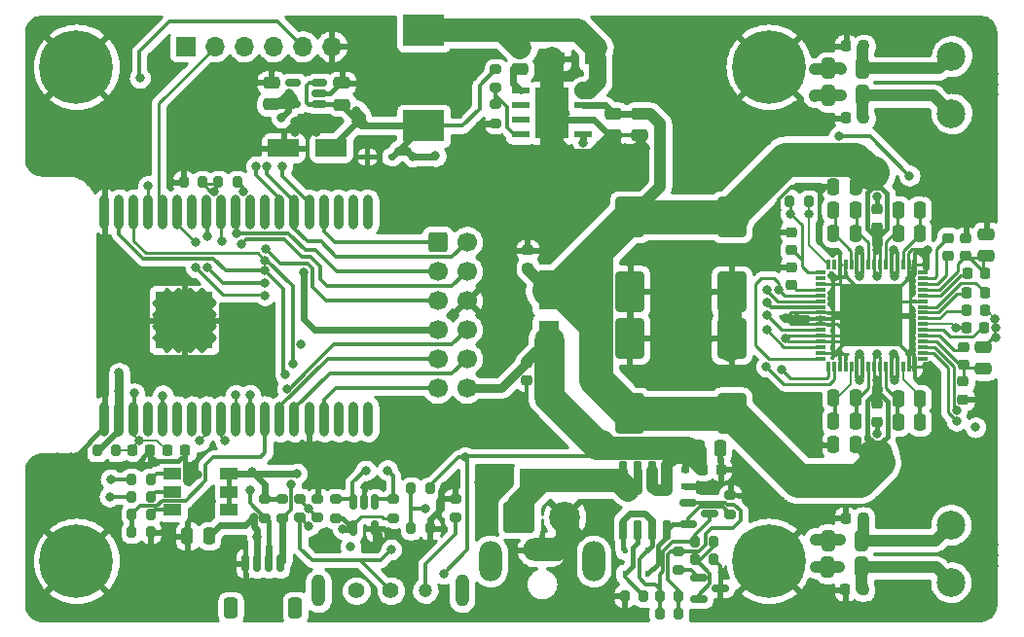
<source format=gbr>
G04 #@! TF.GenerationSoftware,KiCad,Pcbnew,(6.0.5-0)*
G04 #@! TF.CreationDate,2022-12-01T23:32:52+01:00*
G04 #@! TF.ProjectId,muVox,6d75566f-782e-46b6-9963-61645f706362,rc1*
G04 #@! TF.SameCoordinates,Original*
G04 #@! TF.FileFunction,Copper,L1,Top*
G04 #@! TF.FilePolarity,Positive*
%FSLAX46Y46*%
G04 Gerber Fmt 4.6, Leading zero omitted, Abs format (unit mm)*
G04 Created by KiCad (PCBNEW (6.0.5-0)) date 2022-12-01 23:32:52*
%MOMM*%
%LPD*%
G01*
G04 APERTURE LIST*
G04 Aperture macros list*
%AMRoundRect*
0 Rectangle with rounded corners*
0 $1 Rounding radius*
0 $2 $3 $4 $5 $6 $7 $8 $9 X,Y pos of 4 corners*
0 Add a 4 corners polygon primitive as box body*
4,1,4,$2,$3,$4,$5,$6,$7,$8,$9,$2,$3,0*
0 Add four circle primitives for the rounded corners*
1,1,$1+$1,$2,$3*
1,1,$1+$1,$4,$5*
1,1,$1+$1,$6,$7*
1,1,$1+$1,$8,$9*
0 Add four rect primitives between the rounded corners*
20,1,$1+$1,$2,$3,$4,$5,0*
20,1,$1+$1,$4,$5,$6,$7,0*
20,1,$1+$1,$6,$7,$8,$9,0*
20,1,$1+$1,$8,$9,$2,$3,0*%
G04 Aperture macros list end*
G04 #@! TA.AperFunction,SMDPad,CuDef*
%ADD10RoundRect,0.250000X-0.475000X0.250000X-0.475000X-0.250000X0.475000X-0.250000X0.475000X0.250000X0*%
G04 #@! TD*
G04 #@! TA.AperFunction,ComponentPad*
%ADD11R,4.000000X2.000000*%
G04 #@! TD*
G04 #@! TA.AperFunction,ComponentPad*
%ADD12O,3.300000X2.000000*%
G04 #@! TD*
G04 #@! TA.AperFunction,ComponentPad*
%ADD13O,2.000000X3.500000*%
G04 #@! TD*
G04 #@! TA.AperFunction,SMDPad,CuDef*
%ADD14RoundRect,0.150000X0.150000X-0.725000X0.150000X0.725000X-0.150000X0.725000X-0.150000X-0.725000X0*%
G04 #@! TD*
G04 #@! TA.AperFunction,SMDPad,CuDef*
%ADD15RoundRect,0.150000X0.512500X0.150000X-0.512500X0.150000X-0.512500X-0.150000X0.512500X-0.150000X0*%
G04 #@! TD*
G04 #@! TA.AperFunction,ComponentPad*
%ADD16RoundRect,0.250000X-0.600000X-0.600000X0.600000X-0.600000X0.600000X0.600000X-0.600000X0.600000X0*%
G04 #@! TD*
G04 #@! TA.AperFunction,ComponentPad*
%ADD17C,1.700000*%
G04 #@! TD*
G04 #@! TA.AperFunction,SMDPad,CuDef*
%ADD18RoundRect,0.225000X0.250000X-0.225000X0.250000X0.225000X-0.250000X0.225000X-0.250000X-0.225000X0*%
G04 #@! TD*
G04 #@! TA.AperFunction,SMDPad,CuDef*
%ADD19RoundRect,0.150000X-0.150000X0.512500X-0.150000X-0.512500X0.150000X-0.512500X0.150000X0.512500X0*%
G04 #@! TD*
G04 #@! TA.AperFunction,SMDPad,CuDef*
%ADD20RoundRect,0.250000X1.137500X0.550000X-1.137500X0.550000X-1.137500X-0.550000X1.137500X-0.550000X0*%
G04 #@! TD*
G04 #@! TA.AperFunction,SMDPad,CuDef*
%ADD21RoundRect,0.150000X-0.587500X-0.150000X0.587500X-0.150000X0.587500X0.150000X-0.587500X0.150000X0*%
G04 #@! TD*
G04 #@! TA.AperFunction,SMDPad,CuDef*
%ADD22R,0.450000X0.600000*%
G04 #@! TD*
G04 #@! TA.AperFunction,SMDPad,CuDef*
%ADD23RoundRect,0.250000X0.250000X0.475000X-0.250000X0.475000X-0.250000X-0.475000X0.250000X-0.475000X0*%
G04 #@! TD*
G04 #@! TA.AperFunction,SMDPad,CuDef*
%ADD24RoundRect,0.200000X0.275000X-0.200000X0.275000X0.200000X-0.275000X0.200000X-0.275000X-0.200000X0*%
G04 #@! TD*
G04 #@! TA.AperFunction,SMDPad,CuDef*
%ADD25RoundRect,0.250000X1.000000X-1.500000X1.000000X1.500000X-1.000000X1.500000X-1.000000X-1.500000X0*%
G04 #@! TD*
G04 #@! TA.AperFunction,SMDPad,CuDef*
%ADD26RoundRect,0.200000X0.200000X0.275000X-0.200000X0.275000X-0.200000X-0.275000X0.200000X-0.275000X0*%
G04 #@! TD*
G04 #@! TA.AperFunction,SMDPad,CuDef*
%ADD27RoundRect,0.225000X-0.225000X-0.250000X0.225000X-0.250000X0.225000X0.250000X-0.225000X0.250000X0*%
G04 #@! TD*
G04 #@! TA.AperFunction,ComponentPad*
%ADD28C,6.400000*%
G04 #@! TD*
G04 #@! TA.AperFunction,ComponentPad*
%ADD29C,2.500000*%
G04 #@! TD*
G04 #@! TA.AperFunction,SMDPad,CuDef*
%ADD30R,0.600000X0.450000*%
G04 #@! TD*
G04 #@! TA.AperFunction,SMDPad,CuDef*
%ADD31RoundRect,0.225000X0.225000X0.250000X-0.225000X0.250000X-0.225000X-0.250000X0.225000X-0.250000X0*%
G04 #@! TD*
G04 #@! TA.AperFunction,SMDPad,CuDef*
%ADD32RoundRect,0.200000X-0.200000X-0.275000X0.200000X-0.275000X0.200000X0.275000X-0.200000X0.275000X0*%
G04 #@! TD*
G04 #@! TA.AperFunction,SMDPad,CuDef*
%ADD33RoundRect,0.250000X-1.000000X1.500000X-1.000000X-1.500000X1.000000X-1.500000X1.000000X1.500000X0*%
G04 #@! TD*
G04 #@! TA.AperFunction,SMDPad,CuDef*
%ADD34RoundRect,0.250000X-0.325000X-0.650000X0.325000X-0.650000X0.325000X0.650000X-0.325000X0.650000X0*%
G04 #@! TD*
G04 #@! TA.AperFunction,ComponentPad*
%ADD35RoundRect,0.250001X-1.099999X-1.099999X1.099999X-1.099999X1.099999X1.099999X-1.099999X1.099999X0*%
G04 #@! TD*
G04 #@! TA.AperFunction,ComponentPad*
%ADD36C,2.700000*%
G04 #@! TD*
G04 #@! TA.AperFunction,SMDPad,CuDef*
%ADD37RoundRect,0.200000X-0.275000X0.200000X-0.275000X-0.200000X0.275000X-0.200000X0.275000X0.200000X0*%
G04 #@! TD*
G04 #@! TA.AperFunction,ComponentPad*
%ADD38R,1.700000X1.700000*%
G04 #@! TD*
G04 #@! TA.AperFunction,ComponentPad*
%ADD39O,1.700000X1.700000*%
G04 #@! TD*
G04 #@! TA.AperFunction,SMDPad,CuDef*
%ADD40RoundRect,0.075000X-0.075000X0.362500X-0.075000X-0.362500X0.075000X-0.362500X0.075000X0.362500X0*%
G04 #@! TD*
G04 #@! TA.AperFunction,SMDPad,CuDef*
%ADD41RoundRect,0.075000X-0.362500X0.075000X-0.362500X-0.075000X0.362500X-0.075000X0.362500X0.075000X0*%
G04 #@! TD*
G04 #@! TA.AperFunction,ComponentPad*
%ADD42C,0.500000*%
G04 #@! TD*
G04 #@! TA.AperFunction,SMDPad,CuDef*
%ADD43R,5.450000X5.450000*%
G04 #@! TD*
G04 #@! TA.AperFunction,SMDPad,CuDef*
%ADD44R,3.600000X2.700000*%
G04 #@! TD*
G04 #@! TA.AperFunction,SMDPad,CuDef*
%ADD45R,0.700000X0.600000*%
G04 #@! TD*
G04 #@! TA.AperFunction,SMDPad,CuDef*
%ADD46RoundRect,0.250000X0.475000X-0.250000X0.475000X0.250000X-0.475000X0.250000X-0.475000X-0.250000X0*%
G04 #@! TD*
G04 #@! TA.AperFunction,SMDPad,CuDef*
%ADD47R,1.550000X0.600000*%
G04 #@! TD*
G04 #@! TA.AperFunction,ComponentPad*
%ADD48C,0.600000*%
G04 #@! TD*
G04 #@! TA.AperFunction,SMDPad,CuDef*
%ADD49R,2.950000X4.500000*%
G04 #@! TD*
G04 #@! TA.AperFunction,SMDPad,CuDef*
%ADD50R,2.600000X3.100000*%
G04 #@! TD*
G04 #@! TA.AperFunction,ComponentPad*
%ADD51C,1.400000*%
G04 #@! TD*
G04 #@! TA.AperFunction,ComponentPad*
%ADD52C,1.200000*%
G04 #@! TD*
G04 #@! TA.AperFunction,ComponentPad*
%ADD53O,1.208000X2.800000*%
G04 #@! TD*
G04 #@! TA.AperFunction,SMDPad,CuDef*
%ADD54RoundRect,0.250000X-0.250000X-0.475000X0.250000X-0.475000X0.250000X0.475000X-0.250000X0.475000X0*%
G04 #@! TD*
G04 #@! TA.AperFunction,SMDPad,CuDef*
%ADD55R,1.500000X1.000000*%
G04 #@! TD*
G04 #@! TA.AperFunction,SMDPad,CuDef*
%ADD56RoundRect,0.150000X-0.150000X-0.625000X0.150000X-0.625000X0.150000X0.625000X-0.150000X0.625000X0*%
G04 #@! TD*
G04 #@! TA.AperFunction,SMDPad,CuDef*
%ADD57RoundRect,0.250000X-0.350000X-0.650000X0.350000X-0.650000X0.350000X0.650000X-0.350000X0.650000X0*%
G04 #@! TD*
G04 #@! TA.AperFunction,SMDPad,CuDef*
%ADD58RoundRect,0.225000X-0.250000X0.225000X-0.250000X-0.225000X0.250000X-0.225000X0.250000X0.225000X0*%
G04 #@! TD*
G04 #@! TA.AperFunction,SMDPad,CuDef*
%ADD59R,1.800000X3.500000*%
G04 #@! TD*
G04 #@! TA.AperFunction,SMDPad,CuDef*
%ADD60O,0.900000X3.000000*%
G04 #@! TD*
G04 #@! TA.AperFunction,ComponentPad*
%ADD61C,0.800000*%
G04 #@! TD*
G04 #@! TA.AperFunction,SMDPad,CuDef*
%ADD62R,5.000000X5.000000*%
G04 #@! TD*
G04 #@! TA.AperFunction,SMDPad,CuDef*
%ADD63R,1.100000X1.100000*%
G04 #@! TD*
G04 #@! TA.AperFunction,ViaPad*
%ADD64C,0.800000*%
G04 #@! TD*
G04 #@! TA.AperFunction,Conductor*
%ADD65C,0.300000*%
G04 #@! TD*
G04 #@! TA.AperFunction,Conductor*
%ADD66C,0.600000*%
G04 #@! TD*
G04 #@! TA.AperFunction,Conductor*
%ADD67C,0.250000*%
G04 #@! TD*
G04 #@! TA.AperFunction,Conductor*
%ADD68C,0.400000*%
G04 #@! TD*
G04 #@! TA.AperFunction,Conductor*
%ADD69C,2.000000*%
G04 #@! TD*
G04 #@! TA.AperFunction,Conductor*
%ADD70C,0.800000*%
G04 #@! TD*
G04 #@! TA.AperFunction,Conductor*
%ADD71C,0.200000*%
G04 #@! TD*
G04 #@! TA.AperFunction,Conductor*
%ADD72C,1.000000*%
G04 #@! TD*
G04 #@! TA.AperFunction,Conductor*
%ADD73C,2.600000*%
G04 #@! TD*
G04 #@! TA.AperFunction,Conductor*
%ADD74C,3.000000*%
G04 #@! TD*
G04 #@! TA.AperFunction,Conductor*
%ADD75C,1.500000*%
G04 #@! TD*
G04 #@! TA.AperFunction,Conductor*
%ADD76C,0.254000*%
G04 #@! TD*
G04 APERTURE END LIST*
D10*
X101859100Y-114146800D03*
X101859100Y-116046800D03*
X95709100Y-114129900D03*
X95709100Y-116029900D03*
D11*
X119260100Y-148789300D03*
D12*
X119260100Y-154789300D03*
D13*
X114760100Y-155789300D03*
X123760100Y-155789300D03*
D14*
X126314200Y-153068100D03*
X127584200Y-153068100D03*
X128854200Y-153068100D03*
X130124200Y-153068100D03*
X130124200Y-147918100D03*
X128854200Y-147918100D03*
X127584200Y-147918100D03*
X126314200Y-147918100D03*
D15*
X99927600Y-116029300D03*
X99927600Y-115079300D03*
X99927600Y-114129300D03*
X97652600Y-114129300D03*
X97652600Y-116029300D03*
D16*
X110187600Y-128004300D03*
D17*
X112727600Y-128004300D03*
X110187600Y-130544300D03*
X112727600Y-130544300D03*
X110187600Y-133084300D03*
X112727600Y-133084300D03*
X110187600Y-135624300D03*
X112727600Y-135624300D03*
X110187600Y-138164300D03*
X112727600Y-138164300D03*
X110187600Y-140704300D03*
X112727600Y-140704300D03*
D18*
X140960100Y-128694300D03*
X140960100Y-127144300D03*
D19*
X104763400Y-150647700D03*
X103813400Y-150647700D03*
X102863400Y-150647700D03*
X102863400Y-152922700D03*
X104763400Y-152922700D03*
D20*
X100902600Y-119829300D03*
X96777600Y-119829300D03*
D21*
X132887500Y-157200000D03*
X132887500Y-159100000D03*
X134762500Y-158150000D03*
D22*
X128450000Y-154825000D03*
X128450000Y-156925000D03*
D23*
X152140100Y-127229300D03*
X150240100Y-127229300D03*
D24*
X95199200Y-152031200D03*
X95199200Y-150381200D03*
D25*
X135760480Y-142894790D03*
X135760480Y-136394790D03*
D18*
X148400100Y-126734300D03*
X148400100Y-125184300D03*
D26*
X85215900Y-148675000D03*
X83565900Y-148675000D03*
D27*
X133275000Y-147800000D03*
X134825000Y-147800000D03*
D28*
X78770100Y-155779300D03*
D23*
X152140100Y-141679300D03*
X150240100Y-141679300D03*
D29*
X154840100Y-157629300D03*
X154840100Y-152629300D03*
D26*
X131150000Y-160350000D03*
X129500000Y-160350000D03*
D30*
X108184200Y-151206200D03*
X110284200Y-151206200D03*
D31*
X147215100Y-152049300D03*
X145665100Y-152049300D03*
D32*
X107884200Y-152956200D03*
X109534200Y-152956200D03*
D23*
X152140100Y-143679300D03*
X150240100Y-143679300D03*
D33*
X126915100Y-125804300D03*
X126915100Y-132304300D03*
D26*
X85225000Y-151725000D03*
X83575000Y-151725000D03*
D31*
X88225000Y-146175000D03*
X86675000Y-146175000D03*
X147210100Y-158289300D03*
X145660100Y-158289300D03*
X147260100Y-117219300D03*
X145710100Y-117219300D03*
D34*
X144140100Y-153979300D03*
X147090100Y-153979300D03*
D23*
X146540100Y-123189300D03*
X144640100Y-123189300D03*
D26*
X109534200Y-149456200D03*
X107884200Y-149456200D03*
D18*
X155905200Y-141719600D03*
X155905200Y-140169600D03*
D34*
X144135100Y-156339300D03*
X147085100Y-156339300D03*
D26*
X89740100Y-122779300D03*
X88090100Y-122779300D03*
X85225000Y-153275000D03*
X83575000Y-153275000D03*
D31*
X85200000Y-146175000D03*
X83650000Y-146175000D03*
D10*
X117365100Y-111079300D03*
X117365100Y-112979300D03*
D35*
X117270100Y-151954300D03*
D36*
X121230100Y-151954300D03*
D34*
X144185100Y-115279300D03*
X147135100Y-115279300D03*
D18*
X118015100Y-130279300D03*
X118015100Y-128729300D03*
D31*
X157775100Y-133939300D03*
X156225100Y-133939300D03*
D37*
X101299400Y-150381200D03*
X101299400Y-152031200D03*
D23*
X146540100Y-127229300D03*
X144640100Y-127229300D03*
D24*
X115265100Y-114604300D03*
X115265100Y-112954300D03*
D28*
X78770100Y-112759300D03*
D34*
X144185100Y-112904300D03*
X147135100Y-112904300D03*
D38*
X88290100Y-110979300D03*
D39*
X90830100Y-110979300D03*
X93370100Y-110979300D03*
X95910100Y-110979300D03*
X98450100Y-110979300D03*
X100990100Y-110979300D03*
D24*
X115265100Y-117654300D03*
X115265100Y-116004300D03*
D40*
X151671350Y-129973050D03*
X151171350Y-129973050D03*
X150671350Y-129973050D03*
X150171350Y-129973050D03*
X149671350Y-129973050D03*
X149171350Y-129973050D03*
X148671350Y-129973050D03*
X148171350Y-129973050D03*
X147671350Y-129973050D03*
X147171350Y-129973050D03*
X146671350Y-129973050D03*
X146171350Y-129973050D03*
X145671350Y-129973050D03*
X145171350Y-129973050D03*
X144671350Y-129973050D03*
X144171350Y-129973050D03*
D41*
X143483850Y-130660550D03*
X143483850Y-131160550D03*
X143483850Y-131660550D03*
X143483850Y-132160550D03*
X143483850Y-132660550D03*
X143483850Y-133160550D03*
X143483850Y-133660550D03*
X143483850Y-134160550D03*
X143483850Y-134660550D03*
X143483850Y-135160550D03*
X143483850Y-135660550D03*
X143483850Y-136160550D03*
X143483850Y-136660550D03*
X143483850Y-137160550D03*
X143483850Y-137660550D03*
X143483850Y-138160550D03*
D40*
X144171350Y-138848050D03*
X144671350Y-138848050D03*
X145171350Y-138848050D03*
X145671350Y-138848050D03*
X146171350Y-138848050D03*
X146671350Y-138848050D03*
X147171350Y-138848050D03*
X147671350Y-138848050D03*
X148171350Y-138848050D03*
X148671350Y-138848050D03*
X149171350Y-138848050D03*
X149671350Y-138848050D03*
X150171350Y-138848050D03*
X150671350Y-138848050D03*
X151171350Y-138848050D03*
X151671350Y-138848050D03*
D41*
X152358850Y-138160550D03*
X152358850Y-137660550D03*
X152358850Y-137160550D03*
X152358850Y-136660550D03*
X152358850Y-136160550D03*
X152358850Y-135660550D03*
X152358850Y-135160550D03*
X152358850Y-134660550D03*
X152358850Y-134160550D03*
X152358850Y-133660550D03*
X152358850Y-133160550D03*
X152358850Y-132660550D03*
X152358850Y-132160550D03*
X152358850Y-131660550D03*
X152358850Y-131160550D03*
X152358850Y-130660550D03*
D42*
X145482950Y-136848950D03*
X149191350Y-133140550D03*
X150359750Y-135680550D03*
X147921350Y-135680550D03*
X147921350Y-131972150D03*
X147921350Y-136848950D03*
X147921350Y-133140550D03*
X146752950Y-131972150D03*
X146752950Y-133140550D03*
X146752950Y-134410550D03*
X145482950Y-131972150D03*
D43*
X147921350Y-134410550D03*
D42*
X150359750Y-133140550D03*
X149191350Y-134410550D03*
X149191350Y-136848950D03*
X145482950Y-134410550D03*
X149191350Y-131972150D03*
X147921350Y-134410550D03*
X145482950Y-135680550D03*
X146752950Y-135680550D03*
X150359750Y-136848950D03*
X150359750Y-131972150D03*
X149191350Y-135680550D03*
X146752950Y-136848950D03*
X150359750Y-134410550D03*
X145482950Y-133140550D03*
D44*
X108968100Y-109593300D03*
X108968100Y-117893300D03*
D37*
X131100000Y-154925000D03*
X131100000Y-156575000D03*
D45*
X131750000Y-149275000D03*
X131750000Y-147875000D03*
D32*
X132575000Y-155650000D03*
X134225000Y-155650000D03*
X80575000Y-146175000D03*
X82225000Y-146175000D03*
D18*
X140960100Y-131734300D03*
X140960100Y-130184300D03*
D26*
X85215000Y-150198300D03*
X83565000Y-150198300D03*
D46*
X157930100Y-129219300D03*
X157930100Y-127319300D03*
D37*
X106324400Y-150381200D03*
X106324400Y-152031200D03*
D47*
X117422600Y-114856800D03*
X117422600Y-116126800D03*
X117422600Y-117396800D03*
X117422600Y-118666800D03*
X122822600Y-118666800D03*
X122822600Y-117396800D03*
X122822600Y-116126800D03*
X122822600Y-114856800D03*
D48*
X119522600Y-116161800D03*
X120722600Y-118561800D03*
X120722600Y-116161800D03*
X119522600Y-114961800D03*
D49*
X120122600Y-116761800D03*
D48*
X120722600Y-114961800D03*
D50*
X120122600Y-116761800D03*
D48*
X119522600Y-118561800D03*
X119522600Y-117461800D03*
X120722600Y-117461800D03*
D26*
X92765100Y-122779300D03*
X91115100Y-122779300D03*
D51*
X103120400Y-158362800D03*
X106120400Y-158362800D03*
D52*
X109120400Y-158362800D03*
D53*
X99820400Y-158362800D03*
X112320400Y-158362800D03*
D23*
X146540100Y-143629300D03*
X144640100Y-143629300D03*
D26*
X128100000Y-158825000D03*
X126450000Y-158825000D03*
D23*
X146540100Y-141579300D03*
X144640100Y-141579300D03*
D24*
X96723200Y-152031200D03*
X96723200Y-150381200D03*
D31*
X147260100Y-110959300D03*
X145710100Y-110959300D03*
D21*
X132000000Y-150675000D03*
X132000000Y-152575000D03*
X133875000Y-151625000D03*
D37*
X135650000Y-150075000D03*
X135650000Y-151725000D03*
D26*
X131150000Y-158825000D03*
X129500000Y-158825000D03*
D32*
X140825000Y-124450000D03*
X142475000Y-124450000D03*
D25*
X126890100Y-142904300D03*
X126890100Y-136404300D03*
D54*
X132879000Y-146002200D03*
X134779000Y-146002200D03*
D33*
X135760480Y-125837290D03*
X135760480Y-132337290D03*
D24*
X98247200Y-152019000D03*
X98247200Y-150369000D03*
D54*
X88422400Y-153619200D03*
X90322400Y-153619200D03*
D18*
X155940100Y-138689300D03*
X155940100Y-137139300D03*
D24*
X99771200Y-152019000D03*
X99771200Y-150369000D03*
D10*
X157680100Y-137149300D03*
X157680100Y-139049300D03*
D18*
X154600100Y-129224300D03*
X154600100Y-127674300D03*
D24*
X111725000Y-152025000D03*
X111725000Y-150375000D03*
D55*
X87150000Y-148150000D03*
X87150000Y-149750000D03*
X87150000Y-151350000D03*
X92050000Y-151350000D03*
X92050000Y-149750000D03*
X92050000Y-148150000D03*
D56*
X93496000Y-155988000D03*
X94496000Y-155988000D03*
X95496000Y-155988000D03*
X96496000Y-155988000D03*
D57*
X92196000Y-159863000D03*
X97796000Y-159863000D03*
D10*
X127742600Y-116827800D03*
X127742600Y-118727800D03*
D28*
X139000000Y-112759300D03*
D23*
X146540100Y-125229300D03*
X144640100Y-125229300D03*
D32*
X132575000Y-154125000D03*
X134225000Y-154125000D03*
D18*
X156140100Y-129239300D03*
X156140100Y-127689300D03*
D58*
X148430100Y-142114300D03*
X148430100Y-143664300D03*
D27*
X156280100Y-130729300D03*
X157830100Y-130729300D03*
D30*
X104065100Y-120579300D03*
X106165100Y-120579300D03*
D59*
X119840100Y-136579300D03*
X119840100Y-132179300D03*
D58*
X117965100Y-138504300D03*
X117965100Y-140054300D03*
D60*
X81230100Y-143410550D03*
X82500100Y-143410550D03*
X83770100Y-143410550D03*
X85040100Y-143410550D03*
X86310100Y-143410550D03*
X87580100Y-143410550D03*
X88850100Y-143410550D03*
X90120100Y-143410550D03*
X91390100Y-143410550D03*
X92660100Y-143410550D03*
X93930100Y-143410550D03*
X95200100Y-143410550D03*
X96470100Y-143410550D03*
X97740100Y-143410550D03*
X99040100Y-143410550D03*
X100310100Y-143410550D03*
X101580100Y-143410550D03*
X102850100Y-143410550D03*
X104120100Y-143410550D03*
X104120100Y-125410550D03*
X102850100Y-125410550D03*
X101580100Y-125410550D03*
X100310100Y-125410550D03*
X99040100Y-125410550D03*
X97740100Y-125380550D03*
X96470100Y-125380550D03*
X95200100Y-125380550D03*
X93930100Y-125380550D03*
X92660100Y-125380550D03*
X91390100Y-125380550D03*
X90120100Y-125380550D03*
X88850100Y-125380550D03*
X87580100Y-125380550D03*
X86310100Y-125380550D03*
X85040100Y-125380550D03*
X83770100Y-125380550D03*
X82500100Y-125380550D03*
X81230100Y-125380550D03*
D61*
X87140100Y-134810550D03*
X86140100Y-132810550D03*
X86140100Y-135810550D03*
X89140100Y-133810550D03*
X87140100Y-133810550D03*
X88140100Y-135810550D03*
X89140100Y-136810550D03*
X87140100Y-132810550D03*
X86140100Y-134810550D03*
X90140100Y-136810550D03*
X89140100Y-134810550D03*
X86140100Y-133810550D03*
X88140100Y-133810550D03*
D62*
X88150100Y-134810550D03*
D61*
X89140100Y-132810550D03*
X90140100Y-133810550D03*
X88140100Y-134810550D03*
X90140100Y-132810550D03*
X88140100Y-136810550D03*
X89140100Y-135810550D03*
X87140100Y-135810550D03*
X86140100Y-136810550D03*
X87140100Y-136810550D03*
X90140100Y-134810550D03*
X90140100Y-135810550D03*
X88140100Y-132810550D03*
D10*
X125456600Y-116827800D03*
X125456600Y-118727800D03*
D27*
X156215100Y-135459300D03*
X157765100Y-135459300D03*
D22*
X126450000Y-154825000D03*
X126450000Y-156925000D03*
D23*
X146540100Y-145639300D03*
X144640100Y-145639300D03*
D29*
X154890100Y-111829300D03*
X154890100Y-116829300D03*
D63*
X123515100Y-112029300D03*
X120715100Y-112029300D03*
D23*
X152140100Y-125229300D03*
X150240100Y-125229300D03*
D27*
X156240100Y-132419300D03*
X157790100Y-132419300D03*
D28*
X139000000Y-155779300D03*
D64*
X157640100Y-113382700D03*
X127814900Y-113148100D03*
X126443300Y-119839300D03*
X98715100Y-118429300D03*
X157640100Y-114282700D03*
X97815100Y-117529300D03*
X107755700Y-114302100D03*
X129491300Y-136168100D03*
X83108800Y-147421600D03*
X158020000Y-123740000D03*
X114750000Y-148975000D03*
X156640000Y-123730000D03*
X129491300Y-134368100D03*
X111355700Y-114302100D03*
X109555700Y-112491100D03*
X106855700Y-114305500D03*
X130391300Y-136168100D03*
X140490000Y-136413910D03*
X158725000Y-135475000D03*
X133087100Y-136182500D03*
X152840100Y-128729300D03*
X158540100Y-154379300D03*
X132187100Y-133482500D03*
X129491300Y-133468100D03*
X152490100Y-123679300D03*
X132187100Y-136182500D03*
X156740100Y-156182700D03*
X108655700Y-112487700D03*
X128727200Y-114071400D03*
X138887200Y-140893800D03*
X99775000Y-154225000D03*
X127811500Y-112248100D03*
X158725000Y-136325000D03*
X133087100Y-133482500D03*
X94190100Y-114029300D03*
X107755700Y-115202100D03*
X157640100Y-155282700D03*
X158540100Y-115179300D03*
X128272100Y-119839300D03*
X109555700Y-115205500D03*
X148410100Y-124069300D03*
X129616200Y-113157000D03*
X131287900Y-132568100D03*
X130391300Y-137068100D03*
X133087100Y-137082500D03*
X107755700Y-112487700D03*
X101325000Y-148075000D03*
X110455700Y-115202100D03*
X106855700Y-115205500D03*
X126911500Y-112248100D03*
X158700000Y-134675000D03*
X151390100Y-123679300D03*
X133087100Y-134382500D03*
X127372100Y-119839300D03*
X129612800Y-112257000D03*
X78333600Y-146710400D03*
X140490000Y-134660000D03*
X156740100Y-114282700D03*
X156740100Y-154382700D03*
X111355700Y-112487700D03*
X105235800Y-153983400D03*
X98715100Y-117529300D03*
X158540100Y-114279300D03*
X110455700Y-112487700D03*
X89281000Y-148259800D03*
X106855700Y-112491100D03*
X100950000Y-154200000D03*
X107755700Y-113387700D03*
X156740100Y-155282700D03*
X127814900Y-114048100D03*
X109555700Y-113391100D03*
X108655700Y-114302100D03*
X130391300Y-134368100D03*
X158540100Y-155279300D03*
X77114400Y-146735800D03*
X109555700Y-114305500D03*
X108655700Y-113387700D03*
X131291300Y-133468100D03*
X156740100Y-115182700D03*
X158540100Y-113379300D03*
X111355700Y-113387700D03*
X125594100Y-119839300D03*
X153600000Y-123700000D03*
X104709434Y-148905434D03*
X113800000Y-148975000D03*
X148444760Y-144683976D03*
X157330000Y-124370000D03*
X114808000Y-143510000D03*
X111355700Y-115202100D03*
X129616200Y-114071400D03*
X131291300Y-136168100D03*
X133083700Y-135282500D03*
X132183700Y-132582500D03*
X110455700Y-114302100D03*
X157640100Y-115182700D03*
X156740100Y-113382700D03*
X129487900Y-132568100D03*
X126914900Y-114048100D03*
X110846200Y-149308000D03*
X131291300Y-134368100D03*
X105896200Y-153272200D03*
X131291300Y-137068100D03*
X130391300Y-133468100D03*
X129487900Y-135268100D03*
X88442800Y-148894800D03*
X116840000Y-125984000D03*
X129491300Y-137068100D03*
X132183700Y-135282500D03*
X99615100Y-118425900D03*
X157640100Y-156182700D03*
X132187100Y-137082500D03*
X132187100Y-134382500D03*
X130387900Y-135268100D03*
X133083700Y-132582500D03*
X110455700Y-113387700D03*
X130387900Y-132568100D03*
X99615100Y-117525900D03*
X113895700Y-117858100D03*
X126914900Y-113148100D03*
X128712800Y-112257000D03*
X128716200Y-113157000D03*
X108655700Y-115202100D03*
X131287900Y-135268100D03*
X97815100Y-118429300D03*
X106855700Y-113391100D03*
X158540100Y-156179300D03*
X157640100Y-154382700D03*
X106172000Y-154787600D03*
X99000897Y-152712939D03*
X98264600Y-136908100D03*
X108015100Y-120569120D03*
X98531500Y-130687900D03*
X94513400Y-153670000D03*
X156982600Y-144136800D03*
X110015100Y-120529300D03*
X103140100Y-117529300D03*
X145110200Y-118793410D03*
X94221184Y-151971716D03*
X140901220Y-125568110D03*
X103140100Y-116554300D03*
X155290100Y-135479300D03*
X151240100Y-122229300D03*
X82500000Y-139400000D03*
X96600000Y-117200000D03*
X101930200Y-152984200D03*
X82490100Y-140979300D03*
X97235358Y-115054302D03*
X97925000Y-148175000D03*
X94090600Y-148031200D03*
X84250000Y-145275000D03*
X84290100Y-113729300D03*
X83790100Y-141179300D03*
X112575000Y-146750000D03*
X110700000Y-156895800D03*
X148394320Y-130978310D03*
X148419720Y-128692310D03*
X148419720Y-127701710D03*
X148394320Y-140071510D03*
X148669856Y-122629544D03*
X148419720Y-137785510D03*
X148394320Y-140960510D03*
X148010100Y-121969789D03*
X148463720Y-147183310D03*
X148530100Y-146299300D03*
X86300000Y-141375000D03*
X109109200Y-151181200D03*
X146921120Y-140071510D03*
X146895720Y-137760110D03*
X145180100Y-153919300D03*
X143052800Y-153898600D03*
X146895720Y-128733310D03*
X146921120Y-131003710D03*
X145280100Y-115259300D03*
X142976600Y-115316000D03*
X149892920Y-137760110D03*
X143060100Y-156319300D03*
X149918320Y-140071510D03*
X145130100Y-156279300D03*
X149892920Y-128733310D03*
X149918320Y-131003710D03*
X142970100Y-112969300D03*
X145250100Y-112929300D03*
X102625000Y-154525000D03*
X97091794Y-140791794D03*
X138818520Y-135677310D03*
X103922900Y-147901700D03*
X96925000Y-139500000D03*
X95150500Y-130507300D03*
X105827400Y-147886800D03*
X95150500Y-129592900D03*
X97639700Y-138635300D03*
X138818520Y-134381910D03*
X85040100Y-123129300D03*
X95325000Y-121425000D03*
X155328520Y-143576710D03*
X155346803Y-142677393D03*
X93118500Y-128221300D03*
X92640100Y-141329300D03*
X138843920Y-132172110D03*
X95201300Y-128576900D03*
X93890100Y-141329300D03*
X138818520Y-133289710D03*
X139859920Y-132172110D03*
X92690100Y-127229300D03*
X90140100Y-130203320D03*
X95136589Y-131610989D03*
X140092628Y-139127601D03*
X90140100Y-127479300D03*
X89140100Y-128029300D03*
X95150500Y-132640900D03*
X138796532Y-138856811D03*
X89141064Y-130233855D03*
X93878400Y-149606000D03*
X91442100Y-127967300D03*
X97425000Y-149075000D03*
X91670692Y-145264693D03*
X81675000Y-150175000D03*
X96667231Y-121417231D03*
X81750000Y-148675000D03*
X94411800Y-121425000D03*
X90758897Y-123621231D03*
X89458800Y-145338800D03*
X122865100Y-119429800D03*
X98958400Y-151206200D03*
X93292374Y-123622185D03*
X142476220Y-125568110D03*
D65*
X103813400Y-149424600D02*
X103813400Y-150647700D01*
D66*
X125136600Y-118727800D02*
X125456600Y-118727800D01*
D65*
X105235800Y-153983400D02*
X105235800Y-153395100D01*
D67*
X151661720Y-129969810D02*
X151661720Y-128904710D01*
X145161720Y-137157310D02*
X145161720Y-138844810D01*
X150636719Y-131682311D02*
X150386720Y-131932310D01*
D68*
X88225000Y-146547200D02*
X88225000Y-146175000D01*
D69*
X121496100Y-120929300D02*
X120122600Y-119555800D01*
D65*
X105546700Y-152922700D02*
X105896200Y-153272200D01*
D68*
X78663800Y-146710400D02*
X78333600Y-146710400D01*
D67*
X158725000Y-136325000D02*
X158504400Y-136325000D01*
D69*
X120122600Y-119555800D02*
X120122600Y-116761800D01*
D67*
X158700000Y-136300000D02*
X158700000Y-134675000D01*
D69*
X121450100Y-154009300D02*
X121450100Y-152174300D01*
D68*
X100859500Y-115079300D02*
X101779500Y-114159300D01*
D70*
X128272100Y-119839300D02*
X125594100Y-119839300D01*
D67*
X145186720Y-134157310D02*
X141583120Y-134157310D01*
D65*
X139850000Y-126900000D02*
X140094300Y-127144300D01*
D67*
X140490000Y-134660000D02*
X140987310Y-135157310D01*
X145661720Y-129969810D02*
X145661720Y-130919810D01*
X145661720Y-137952710D02*
X145661720Y-137894810D01*
D65*
X105235800Y-153395100D02*
X104763400Y-152922700D01*
D67*
X151161720Y-129969810D02*
X151161720Y-131157310D01*
X145436720Y-136882310D02*
X145161720Y-137157310D01*
D69*
X135640100Y-137397300D02*
X135640100Y-133229300D01*
X121450100Y-152174300D02*
X121230100Y-151954300D01*
X123829100Y-120929300D02*
X121496100Y-120929300D01*
D67*
X158725000Y-136325000D02*
X158700000Y-136300000D01*
D68*
X99890100Y-115079300D02*
X100859500Y-115079300D01*
D67*
X140992690Y-134157310D02*
X145186720Y-134157310D01*
X145189234Y-137422324D02*
X145189234Y-137129796D01*
D71*
X158700000Y-134675000D02*
X157964300Y-133939300D01*
D68*
X85200000Y-146642600D02*
X85674200Y-147116800D01*
D67*
X145186720Y-134157310D02*
X145436720Y-134407310D01*
X145661720Y-137894810D02*
X145189234Y-137422324D01*
X144949220Y-135157310D02*
X145436720Y-135644810D01*
D68*
X85200000Y-146175000D02*
X83953400Y-147421600D01*
D66*
X114099500Y-117654300D02*
X113895700Y-117858100D01*
D67*
X151661720Y-129969810D02*
X151441010Y-130190520D01*
X151441010Y-130878020D02*
X150636719Y-131682311D01*
X143474220Y-131657310D02*
X145161720Y-131657310D01*
D68*
X81230100Y-144144100D02*
X78663800Y-146710400D01*
X83953400Y-147421600D02*
X83108800Y-147421600D01*
X99771200Y-148539200D02*
X99822000Y-148488400D01*
D67*
X158700000Y-135425000D02*
X158725000Y-135450000D01*
D66*
X122822600Y-117396800D02*
X120757600Y-117396800D01*
D65*
X95705900Y-114029300D02*
X95861300Y-114184700D01*
D68*
X148410100Y-125174300D02*
X148400100Y-125184300D01*
D67*
X145661720Y-138844810D02*
X145661720Y-137952710D01*
D66*
X110484200Y-151206200D02*
X110484200Y-149670000D01*
D67*
X144661720Y-137657310D02*
X145189234Y-137129796D01*
X151161720Y-131157310D02*
X150386720Y-131932310D01*
X158700000Y-134675000D02*
X158700000Y-135425000D01*
X146161720Y-136157310D02*
X147911720Y-134407310D01*
X141083120Y-134657310D02*
X141079120Y-134661310D01*
X151161720Y-138844810D02*
X151161720Y-137657310D01*
X149161720Y-133157310D02*
X147911720Y-134407310D01*
D65*
X140974983Y-123189300D02*
X139850000Y-124314283D01*
X104332566Y-148905434D02*
X103813400Y-149424600D01*
X134762500Y-158150000D02*
X134762500Y-156187500D01*
D67*
X151161720Y-137657310D02*
X150386720Y-136882310D01*
D68*
X88225000Y-148677000D02*
X88442800Y-148894800D01*
D67*
X151161720Y-128948920D02*
X151455725Y-128654915D01*
D68*
X99771200Y-150369000D02*
X99771200Y-148539200D01*
D69*
X120670100Y-154789300D02*
X121450100Y-154009300D01*
D67*
X149161720Y-133157310D02*
X152349220Y-133157310D01*
X151586710Y-137898002D02*
X151586710Y-138398002D01*
D70*
X127742600Y-119309800D02*
X128272100Y-119839300D01*
D67*
X151161720Y-129969810D02*
X151161720Y-128948920D01*
D66*
X123805600Y-117396800D02*
X125136600Y-118727800D01*
D65*
X144640100Y-123189300D02*
X144085700Y-123189300D01*
D66*
X120757600Y-117396800D02*
X120122600Y-116761800D01*
D68*
X85200000Y-146175000D02*
X85200000Y-146642600D01*
D67*
X151671350Y-138848050D02*
X151671350Y-137982642D01*
D68*
X81230100Y-143410550D02*
X81230100Y-144144100D01*
X148444760Y-143678960D02*
X148430100Y-143664300D01*
D70*
X127742600Y-118727800D02*
X127742600Y-119309800D01*
D65*
X94190100Y-114029300D02*
X95705900Y-114029300D01*
D66*
X122822600Y-117396800D02*
X123805600Y-117396800D01*
D65*
X104763400Y-152922700D02*
X105546700Y-152922700D01*
D67*
X143474220Y-137657310D02*
X144661720Y-137657310D01*
X151671350Y-137982642D02*
X151346018Y-137657310D01*
X151441010Y-130190520D02*
X151441010Y-130878020D01*
X140490000Y-134660000D02*
X140492690Y-134657310D01*
D68*
X88225000Y-146175000D02*
X88225000Y-148677000D01*
D67*
X145661720Y-130919810D02*
X146674220Y-131932310D01*
D65*
X104709434Y-148905434D02*
X104332566Y-148905434D01*
X144085700Y-123189300D02*
X143450000Y-123825000D01*
D67*
X145189234Y-137129796D02*
X147911720Y-134407310D01*
D68*
X87655400Y-147116800D02*
X88225000Y-146547200D01*
D67*
X151455725Y-128654915D02*
X152116125Y-128654915D01*
D65*
X140094300Y-127144300D02*
X140960100Y-127144300D01*
D69*
X119260100Y-154789300D02*
X120670100Y-154789300D01*
D67*
X140490000Y-136413910D02*
X140746600Y-136157310D01*
D71*
X157964300Y-133939300D02*
X157455100Y-133939300D01*
D69*
X125202600Y-119555800D02*
X123829100Y-120929300D01*
D67*
X140490000Y-134660000D02*
X140992690Y-134157310D01*
X140746600Y-136157310D02*
X146161720Y-136157310D01*
X151346018Y-137657310D02*
X151586710Y-137898002D01*
X151661720Y-128904710D02*
X151899520Y-128666910D01*
X145211720Y-136657310D02*
X145436720Y-136882310D01*
D65*
X127742600Y-118727800D02*
X125456600Y-118727800D01*
D67*
X145161720Y-129969810D02*
X145161720Y-131657310D01*
D65*
X144640100Y-123189300D02*
X140974983Y-123189300D01*
X143450000Y-123825000D02*
X143450000Y-126550000D01*
D66*
X109534200Y-152956200D02*
X109534200Y-152156200D01*
D67*
X145436720Y-134407310D02*
X145186720Y-134657310D01*
D68*
X148444760Y-144683976D02*
X148444760Y-143678960D01*
X148410100Y-124069300D02*
X148410100Y-125174300D01*
D66*
X110484200Y-149670000D02*
X110846200Y-149308000D01*
D65*
X134762500Y-156187500D02*
X134225000Y-155650000D01*
D67*
X158504400Y-136325000D02*
X157680100Y-137149300D01*
X145161720Y-131657310D02*
X145436720Y-131932310D01*
D68*
X85674200Y-147116800D02*
X87655400Y-147116800D01*
D67*
X140490000Y-136413910D02*
X140733400Y-136657310D01*
X141583120Y-134157310D02*
X141079120Y-134661310D01*
X151161720Y-137657310D02*
X151346018Y-137657310D01*
D69*
X120122600Y-116761800D02*
X120122600Y-112036800D01*
D65*
X139850000Y-124314283D02*
X139850000Y-126900000D01*
D67*
X140733400Y-136657310D02*
X145211720Y-136657310D01*
X140492690Y-134657310D02*
X145186720Y-134657310D01*
D66*
X115265100Y-117654300D02*
X114099500Y-117654300D01*
D67*
X140987310Y-135157310D02*
X144949220Y-135157310D01*
D66*
X109534200Y-152156200D02*
X110484200Y-151206200D01*
D65*
X124892600Y-118727800D02*
X125456600Y-118727800D01*
D67*
X145186720Y-134657310D02*
X141083120Y-134657310D01*
D65*
X99000897Y-152712939D02*
X98941139Y-152712939D01*
X105257600Y-155702000D02*
X103127000Y-155702000D01*
X98247200Y-152019000D02*
X98247200Y-154672200D01*
X98941139Y-152712939D02*
X98247200Y-152019000D01*
X103459600Y-155702000D02*
X106120400Y-158362800D01*
X98247200Y-154672200D02*
X99277000Y-155702000D01*
X99277000Y-155702000D02*
X103127000Y-155702000D01*
X103127000Y-155702000D02*
X103459600Y-155702000D01*
X106172000Y-154787600D02*
X105257600Y-155702000D01*
X98831551Y-114357449D02*
X98831551Y-115900751D01*
D68*
X101779500Y-116034300D02*
X99895100Y-116034300D01*
D67*
X141866520Y-126533410D02*
X140901220Y-125568110D01*
D65*
X145133210Y-118770400D02*
X147781200Y-118770400D01*
X98831551Y-115900751D02*
X98960100Y-116029300D01*
D66*
X91262200Y-152679400D02*
X90322400Y-153619200D01*
D68*
X98960100Y-116029300D02*
X99890100Y-116029300D01*
D66*
X106282100Y-120579300D02*
X106775900Y-120085500D01*
X98531500Y-134701100D02*
X98531500Y-130687900D01*
X109975280Y-120569120D02*
X110015100Y-120529300D01*
D65*
X155290100Y-135479300D02*
X155875100Y-135479300D01*
D66*
X103504100Y-117893300D02*
X103140100Y-117529300D01*
D70*
X106775900Y-120085500D02*
X107487100Y-120085500D01*
D65*
X155875100Y-135479300D02*
X155895100Y-135459300D01*
D67*
X143067320Y-130648110D02*
X142399920Y-130648110D01*
D65*
X113844900Y-116435700D02*
X113844900Y-114374500D01*
D67*
X141866520Y-129556010D02*
X140952120Y-128641610D01*
D68*
X99895100Y-116034300D02*
X99890100Y-116029300D01*
D66*
X94221184Y-152768184D02*
X94521400Y-153068400D01*
D65*
X99927600Y-114129300D02*
X99059700Y-114129300D01*
D66*
X108015100Y-120569120D02*
X107970720Y-120569120D01*
X108015100Y-120569120D02*
X109975280Y-120569120D01*
X103140100Y-117529300D02*
X103140100Y-117327800D01*
D65*
X145110200Y-118793410D02*
X145133210Y-118770400D01*
X108968100Y-117893300D02*
X112387300Y-117893300D01*
D67*
X141866520Y-130114710D02*
X141866520Y-126533410D01*
X140901120Y-124044110D02*
X140901120Y-125568010D01*
D66*
X104079100Y-117893300D02*
X103590100Y-117404300D01*
X103590100Y-117004300D02*
X103140100Y-116554300D01*
D68*
X99890100Y-114129300D02*
X99265098Y-114129300D01*
D66*
X103140100Y-117591800D02*
X103140100Y-116554300D01*
D67*
X142399920Y-130648110D02*
X141866520Y-130114710D01*
D66*
X94521400Y-153068400D02*
X94521400Y-154540200D01*
D67*
X141866520Y-130114710D02*
X141866520Y-129556010D01*
D66*
X110187600Y-135624300D02*
X99454700Y-135624300D01*
D71*
X154971350Y-135160550D02*
X152358850Y-135160550D01*
D66*
X93446600Y-152679400D02*
X91262200Y-152679400D01*
X99454700Y-135624300D02*
X98531500Y-134701100D01*
X106165100Y-120579300D02*
X106282100Y-120579300D01*
X94521400Y-155962600D02*
X94496000Y-155988000D01*
D65*
X113844900Y-114374500D02*
X115265100Y-112954300D01*
D66*
X107970720Y-120569120D02*
X107487100Y-120085500D01*
X94221184Y-151971716D02*
X94154284Y-151971716D01*
X94521400Y-154540200D02*
X94521400Y-155962600D01*
X94513400Y-154532200D02*
X94521400Y-154540200D01*
X108968100Y-117893300D02*
X104079100Y-117893300D01*
D71*
X155290100Y-135479300D02*
X154971350Y-135160550D01*
D66*
X103590100Y-117404300D02*
X103590100Y-117004300D01*
D67*
X143076520Y-130657310D02*
X143067320Y-130648110D01*
D66*
X103140100Y-117327800D02*
X101859100Y-116046800D01*
D67*
X143474220Y-130657310D02*
X143076520Y-130657310D01*
D65*
X147781200Y-118770400D02*
X151240100Y-122229300D01*
D67*
X140901120Y-125568010D02*
X140901220Y-125568110D01*
D66*
X106775900Y-120085500D02*
X108968100Y-117893300D01*
X108968100Y-117893300D02*
X103504100Y-117893300D01*
D65*
X99059700Y-114129300D02*
X98831551Y-114357449D01*
D66*
X100902600Y-119829300D02*
X103140100Y-117591800D01*
D65*
X112387300Y-117893300D02*
X113844900Y-116435700D01*
D66*
X94154284Y-151971716D02*
X93446600Y-152679400D01*
X94221184Y-151971716D02*
X94221184Y-152768184D01*
X94513400Y-153670000D02*
X94513400Y-154532200D01*
X97900000Y-148175000D02*
X97875000Y-148150000D01*
D70*
X95709100Y-116029900D02*
X97652000Y-116029900D01*
X96259760Y-116029900D02*
X97235358Y-115054302D01*
X97652600Y-115471544D02*
X97235358Y-115054302D01*
D66*
X97200000Y-116600000D02*
X97200000Y-116500000D01*
D68*
X82490100Y-143400550D02*
X82500100Y-143410550D01*
D67*
X103559400Y-151875200D02*
X102863400Y-152571200D01*
D66*
X93743200Y-148150000D02*
X94209400Y-148150000D01*
D67*
X105337400Y-151875200D02*
X103559400Y-151875200D01*
D68*
X82490100Y-140979300D02*
X82490100Y-143400550D01*
D70*
X95709100Y-116029900D02*
X96259760Y-116029900D01*
D68*
X93862000Y-148031200D02*
X93743200Y-148150000D01*
D66*
X96600000Y-117200000D02*
X97200000Y-116600000D01*
D68*
X101971900Y-152031200D02*
X102863400Y-152922700D01*
X101299400Y-152031200D02*
X101971900Y-152031200D01*
D66*
X95199200Y-149139800D02*
X95199200Y-150381200D01*
D68*
X93743200Y-148150000D02*
X92050000Y-148150000D01*
D66*
X82500100Y-144391952D02*
X80717052Y-146175000D01*
X97925000Y-148175000D02*
X97900000Y-148175000D01*
X102801900Y-152984200D02*
X102863400Y-152922700D01*
D67*
X106324400Y-152031200D02*
X105493400Y-152031200D01*
X105493400Y-152031200D02*
X105337400Y-151875200D01*
D66*
X82500100Y-143410550D02*
X82500100Y-144391952D01*
D70*
X82500000Y-139400000D02*
X82500000Y-143410450D01*
D66*
X97875000Y-148150000D02*
X92050000Y-148150000D01*
D68*
X95199200Y-150381200D02*
X96723200Y-150381200D01*
D66*
X101930200Y-152984200D02*
X102801900Y-152984200D01*
D70*
X82500000Y-143410450D02*
X82500100Y-143410550D01*
X97652000Y-116029900D02*
X97652600Y-116029300D01*
D68*
X94090600Y-148031200D02*
X93862000Y-148031200D01*
D66*
X80717052Y-146175000D02*
X80575000Y-146175000D01*
X94209400Y-148150000D02*
X95199200Y-149139800D01*
D68*
X92050000Y-148150000D02*
X92050000Y-151350000D01*
D70*
X97652600Y-116029300D02*
X97652600Y-115471544D01*
D67*
X102863400Y-152571200D02*
X102863400Y-152922700D01*
D65*
X83790100Y-141179300D02*
X83790100Y-143390550D01*
D71*
X83770100Y-144795100D02*
X84250000Y-145275000D01*
X82225000Y-146175000D02*
X83650000Y-146175000D01*
D65*
X84240100Y-111429300D02*
X84240100Y-113679300D01*
X98450100Y-110979300D02*
X96300100Y-108829300D01*
X86840100Y-108829300D02*
X96300100Y-108829300D01*
X84240100Y-113679300D02*
X84290100Y-113729300D01*
D71*
X83650000Y-146175000D02*
X83650000Y-145875000D01*
X84250000Y-145275000D02*
X85775000Y-145275000D01*
X83770100Y-143410550D02*
X83770100Y-144795100D01*
X83650000Y-145875000D02*
X84250000Y-145275000D01*
D65*
X86840100Y-108829300D02*
X84240100Y-111429300D01*
D71*
X85775000Y-145275000D02*
X86675000Y-146175000D01*
D65*
X83790100Y-143390550D02*
X83770100Y-143410550D01*
D69*
X125980100Y-148789300D02*
X126771400Y-149580600D01*
X117270100Y-150779300D02*
X119260100Y-148789300D01*
D70*
X127584200Y-149580600D02*
X126771400Y-149580600D01*
X126771400Y-149580600D02*
X126314200Y-149580600D01*
D69*
X117270100Y-151954300D02*
X117270100Y-150779300D01*
X119260100Y-148789300D02*
X125980100Y-148789300D01*
D70*
X127584200Y-147918100D02*
X127584200Y-149580600D01*
X126314200Y-147918100D02*
X126314200Y-149580600D01*
D67*
X153588710Y-131016320D02*
X153447720Y-131157310D01*
X152349220Y-131157310D02*
X153447720Y-131157310D01*
X153588710Y-128603120D02*
X153588710Y-131016320D01*
X154388720Y-127803110D02*
X153588710Y-128603120D01*
X153765500Y-131562510D02*
X154388720Y-130939290D01*
X153753720Y-131562510D02*
X153765500Y-131562510D01*
X152349220Y-131657310D02*
X153658920Y-131657310D01*
X154388720Y-130939290D02*
X154388720Y-129378110D01*
X153658920Y-131657310D02*
X153753720Y-131562510D01*
X141419820Y-132157310D02*
X140952120Y-131689610D01*
X143474220Y-132157310D02*
X141419820Y-132157310D01*
X149161720Y-138844810D02*
X149161720Y-140711910D01*
D65*
X150223120Y-141417710D02*
X150223120Y-143373510D01*
D67*
X149161720Y-140711910D02*
X150223120Y-141773310D01*
X154769620Y-136278820D02*
X156740580Y-136278820D01*
X156740580Y-136278820D02*
X157365100Y-135654300D01*
X152358850Y-135660550D02*
X154151350Y-135660550D01*
X154151350Y-135660550D02*
X154769620Y-136278820D01*
X157365100Y-135654300D02*
X157365100Y-135479300D01*
D65*
X112575000Y-146750000D02*
X112000000Y-146750000D01*
D72*
X130124200Y-149597300D02*
X130124200Y-147918100D01*
D65*
X123428200Y-146650000D02*
X124409200Y-145669000D01*
X112775000Y-154820800D02*
X110700000Y-156895800D01*
D72*
X132049780Y-146794780D02*
X133057600Y-147802600D01*
D65*
X112775000Y-146950000D02*
X112775000Y-154820800D01*
D72*
X128854200Y-147918100D02*
X128854200Y-149318900D01*
D65*
X112675000Y-146650000D02*
X123428200Y-146650000D01*
D72*
X130150100Y-147454680D02*
X130810000Y-146794780D01*
D65*
X112575000Y-146750000D02*
X112675000Y-146650000D01*
D73*
X124409200Y-145669000D02*
X124029800Y-145669000D01*
D72*
X117965100Y-138454300D02*
X119840100Y-136579300D01*
D73*
X119840100Y-141479300D02*
X119840100Y-136579300D01*
D72*
X132455600Y-146425600D02*
X132879000Y-146002200D01*
D69*
X124409200Y-145669000D02*
X124683780Y-145943580D01*
D72*
X133057600Y-147802600D02*
X133057600Y-146180800D01*
X132086420Y-146794780D02*
X132455600Y-146425600D01*
D65*
X109534200Y-149215800D02*
X109534200Y-149456200D01*
D70*
X112727600Y-140704300D02*
X115765100Y-140704300D01*
D65*
X112575000Y-146750000D02*
X112775000Y-146950000D01*
D69*
X131973580Y-145943580D02*
X132455600Y-146425600D01*
D73*
X124029800Y-145669000D02*
X119840100Y-141479300D01*
D69*
X124683780Y-145943580D02*
X131973580Y-145943580D01*
D72*
X117965100Y-138504300D02*
X117965100Y-138454300D01*
D65*
X112000000Y-146750000D02*
X109534200Y-149215800D01*
D72*
X130810000Y-146794780D02*
X132049780Y-146794780D01*
X130072900Y-149648600D02*
X130124200Y-149597300D01*
D70*
X115765100Y-140704300D02*
X117965100Y-138504300D01*
D72*
X128854200Y-149318900D02*
X129183900Y-149648600D01*
D66*
X131750000Y-147131200D02*
X132455600Y-146425600D01*
D72*
X133057600Y-146180800D02*
X132879000Y-146002200D01*
X130810000Y-146794780D02*
X132086420Y-146794780D01*
X129183900Y-149648600D02*
X130072900Y-149648600D01*
X130150100Y-149069300D02*
X130150100Y-147454680D01*
D66*
X131750000Y-147875000D02*
X131750000Y-147131200D01*
D71*
X146161720Y-140385310D02*
X145103920Y-141443110D01*
D65*
X144739020Y-141443110D02*
X144739020Y-143398910D01*
D71*
X145103920Y-141443110D02*
X144726520Y-141443110D01*
X146161720Y-138844810D02*
X146161720Y-140385310D01*
D67*
X148652320Y-129919010D02*
X148652320Y-130720310D01*
X148652320Y-130720310D02*
X148394320Y-130978310D01*
X148152320Y-130736310D02*
X148394320Y-130978310D01*
X148152320Y-129919010D02*
X148152320Y-130736310D01*
X148652320Y-129919010D02*
X148652320Y-128924910D01*
X148152320Y-129919010D02*
X148152320Y-128959710D01*
X148652320Y-128924910D02*
X148419720Y-128692310D01*
X148152320Y-128959710D02*
X148419720Y-128692310D01*
X148152320Y-129919010D02*
X148152320Y-127713710D01*
X148394320Y-127248810D02*
X148152320Y-127490810D01*
X148152320Y-127490810D02*
X148152320Y-127713710D01*
X148394320Y-127248810D02*
X148648320Y-127502810D01*
X148648320Y-127502810D02*
X148648320Y-129497110D01*
X148652320Y-129501110D02*
X148652320Y-129919010D01*
X148394320Y-126711310D02*
X148394320Y-127248810D01*
X148648320Y-129497110D02*
X148652320Y-129501110D01*
D74*
X135750970Y-142904300D02*
X135760480Y-142894790D01*
X135719720Y-142939310D02*
X141563720Y-148783310D01*
D67*
X148161720Y-139838910D02*
X148394320Y-140071510D01*
D68*
X149304620Y-141870810D02*
X149304620Y-144954780D01*
D67*
X148419720Y-142052510D02*
X148419720Y-141515010D01*
X148661720Y-138027510D02*
X148419720Y-137785510D01*
D68*
X148177329Y-127834443D02*
X148177329Y-128196310D01*
X148419720Y-127701710D02*
X148282120Y-127701710D01*
X148419720Y-127701710D02*
X147525580Y-126807570D01*
X148382120Y-127701710D02*
X148382120Y-126992729D01*
D74*
X123915100Y-139929300D02*
X123915100Y-135179300D01*
D67*
X148161720Y-138844810D02*
X148161720Y-139838910D01*
D74*
X119840100Y-132179300D02*
X120540100Y-132179300D01*
D72*
X129542100Y-117705700D02*
X129542100Y-123177300D01*
X118015100Y-130279300D02*
X118015100Y-130354300D01*
D68*
X148394320Y-142027110D02*
X148419720Y-142052510D01*
D74*
X126890100Y-142904300D02*
X135750970Y-142904300D01*
X120915100Y-132179300D02*
X123915100Y-135179300D01*
D69*
X148463720Y-147183310D02*
X148682043Y-147183310D01*
D72*
X127742600Y-116827800D02*
X128664200Y-116827800D01*
D68*
X148419720Y-127701710D02*
X148382120Y-127701710D01*
D66*
X148419720Y-127701710D02*
X148419720Y-126698710D01*
D68*
X149274620Y-123803140D02*
X149274620Y-126846810D01*
D74*
X146863720Y-148783310D02*
X148463720Y-147183310D01*
D68*
X147979611Y-123269789D02*
X148741269Y-123269789D01*
D66*
X125456600Y-116827800D02*
X127742600Y-116827800D01*
X147555580Y-144925460D02*
X147555580Y-145124780D01*
D74*
X135760480Y-125508920D02*
X140476490Y-120792910D01*
X125277600Y-127441800D02*
X126915100Y-125804300D01*
D72*
X128664200Y-116827800D02*
X129542100Y-117705700D01*
D66*
X148394320Y-142039610D02*
X148419720Y-142065010D01*
X148394320Y-140071510D02*
X148394320Y-142039610D01*
D68*
X147555580Y-141799250D02*
X148394320Y-140960510D01*
X148177329Y-140954777D02*
X148177329Y-140681110D01*
D67*
X148661720Y-138844810D02*
X148661720Y-141050110D01*
D72*
X146614020Y-120917610D02*
X146489320Y-120792910D01*
D68*
X148394320Y-140071510D02*
X148394320Y-140960510D01*
D67*
X148165720Y-139266710D02*
X148161720Y-139262710D01*
D68*
X147525580Y-123723820D02*
X147979611Y-123269789D01*
D67*
X148661720Y-141273010D02*
X148661720Y-141050110D01*
D74*
X141563720Y-148783310D02*
X146863720Y-148783310D01*
D72*
X146614020Y-123434510D02*
X146614020Y-120917610D01*
D67*
X148161720Y-138844810D02*
X148161720Y-138043510D01*
D74*
X135727490Y-125804300D02*
X135760480Y-125837290D01*
X147666199Y-121969789D02*
X148010100Y-121969789D01*
X119840100Y-132179300D02*
X120915100Y-132179300D01*
D68*
X147525580Y-126807570D02*
X147525580Y-123723820D01*
X149304620Y-144954780D02*
X148770100Y-145489300D01*
X148741269Y-123269789D02*
X149274620Y-123803140D01*
D74*
X123915100Y-135179300D02*
X123915100Y-128804300D01*
X126890100Y-142904300D02*
X123915100Y-139929300D01*
D68*
X148770100Y-145489300D02*
X148119420Y-145489300D01*
D74*
X120540100Y-132179300D02*
X125277600Y-127441800D01*
D67*
X148419720Y-141515010D02*
X148661720Y-141273010D01*
D74*
X123915100Y-128804300D02*
X125277600Y-127441800D01*
D68*
X148119420Y-145489300D02*
X147555580Y-144925460D01*
D67*
X148661720Y-139804110D02*
X148394320Y-140071510D01*
D66*
X122822600Y-116126800D02*
X124755600Y-116126800D01*
D67*
X148661720Y-138844810D02*
X148661720Y-139804110D01*
X148165720Y-141261010D02*
X148165720Y-139266710D01*
D68*
X148394320Y-140960510D02*
X148394320Y-142027110D01*
X148394320Y-140960510D02*
X149304620Y-141870810D01*
X148636711Y-140929377D02*
X148636711Y-140694510D01*
X148636711Y-127809043D02*
X148636711Y-128184310D01*
D66*
X124755600Y-116126800D02*
X125456600Y-116827800D01*
D67*
X148419720Y-141515010D02*
X148165720Y-141261010D01*
D68*
X149274620Y-126846810D02*
X148419720Y-127701710D01*
D67*
X148661720Y-138844810D02*
X148661720Y-138027510D01*
D74*
X140476490Y-120792910D02*
X146489320Y-120792910D01*
D69*
X148682043Y-147183310D02*
X147782220Y-146283487D01*
D67*
X148161720Y-138043510D02*
X148419720Y-137785510D01*
X148161720Y-139262710D02*
X148161720Y-138844810D01*
D68*
X148419720Y-126711210D02*
X148419720Y-127701710D01*
X147555580Y-144925460D02*
X147555580Y-141799250D01*
D74*
X126915100Y-125804300D02*
X135727490Y-125804300D01*
D68*
X148419720Y-127701710D02*
X148419720Y-128692310D01*
D74*
X135760480Y-125837290D02*
X135760480Y-125508920D01*
D69*
X147782220Y-146283487D02*
X148770100Y-146283487D01*
D74*
X146489320Y-120792910D02*
X147666199Y-121969789D01*
D72*
X118015100Y-130354300D02*
X119840100Y-132179300D01*
X129542100Y-123177300D02*
X126915100Y-125804300D01*
D66*
X147555580Y-145124780D02*
X148120100Y-145689300D01*
D75*
X122822600Y-114856800D02*
X123312600Y-114856800D01*
X123312600Y-114856800D02*
X124115100Y-114054300D01*
D69*
X115879100Y-109593300D02*
X117365100Y-111079300D01*
X108968100Y-109593300D02*
X115879100Y-109593300D01*
D75*
X124115100Y-114054300D02*
X124115100Y-112029300D01*
D69*
X122429100Y-109593300D02*
X123965100Y-111129300D01*
X115879100Y-109593300D02*
X122429100Y-109593300D01*
D66*
X116754600Y-114188800D02*
X117422600Y-114856800D01*
X116754600Y-112909800D02*
X116754600Y-114188800D01*
D67*
X152102720Y-125418010D02*
X152100420Y-125415710D01*
X152102720Y-127371510D02*
X152102720Y-125418010D01*
X150661720Y-128812510D02*
X152102720Y-127371510D01*
X150661720Y-129969810D02*
X150661720Y-128812510D01*
X149161720Y-129893610D02*
X149161720Y-128026510D01*
X149161720Y-128026510D02*
X150223120Y-126965110D01*
X150225420Y-125415710D02*
X150225420Y-127369210D01*
X147652320Y-129919010D02*
X147652320Y-128051910D01*
X147652320Y-128051910D02*
X146590920Y-126990510D01*
X146614020Y-127346110D02*
X146614020Y-125392610D01*
X146614020Y-125392610D02*
X146611720Y-125390310D01*
X144736720Y-125390310D02*
X144736720Y-127343810D01*
X144736720Y-127343810D02*
X144739020Y-127346110D01*
X146161720Y-128768810D02*
X144739020Y-127346110D01*
X146161720Y-129969810D02*
X146161720Y-128768810D01*
D65*
X107984200Y-151206200D02*
X109084200Y-151206200D01*
X107884200Y-152956200D02*
X107884200Y-149456200D01*
X86310100Y-141385100D02*
X86310100Y-143410550D01*
X86300000Y-141375000D02*
X86310100Y-141385100D01*
X109084200Y-151206200D02*
X109109200Y-151181200D01*
X146661720Y-137994110D02*
X146895720Y-137760110D01*
X147161720Y-138844810D02*
X147161720Y-139830910D01*
X146661720Y-138844810D02*
X146661720Y-137994110D01*
D72*
X143073500Y-153919300D02*
X145180100Y-153919300D01*
D65*
X147161720Y-139830910D02*
X146921120Y-140071510D01*
X147161720Y-138026110D02*
X146895720Y-137760110D01*
X146661720Y-139812110D02*
X146921120Y-140071510D01*
X146661720Y-138844810D02*
X146661720Y-139812110D01*
X147161720Y-138844810D02*
X147161720Y-138026110D01*
D72*
X143052800Y-153898600D02*
X143073500Y-153919300D01*
X145260100Y-115279300D02*
X145280100Y-115259300D01*
D65*
X146661720Y-129969810D02*
X146661720Y-128926310D01*
X147161720Y-129969810D02*
X147161720Y-128958310D01*
X146661720Y-130744310D02*
X146921120Y-131003710D01*
X147161720Y-129969810D02*
X147161720Y-130763110D01*
X147161720Y-130763110D02*
X146921120Y-131003710D01*
X146661720Y-128926310D02*
X146895720Y-128692310D01*
D72*
X143013300Y-115279300D02*
X144185100Y-115279300D01*
D65*
X146661720Y-129969810D02*
X146661720Y-130744310D01*
X147161720Y-128958310D02*
X146895720Y-128692310D01*
D72*
X142976600Y-115316000D02*
X143013300Y-115279300D01*
X144185100Y-115279300D02*
X145260100Y-115279300D01*
D65*
X149661720Y-137991310D02*
X149892920Y-137760110D01*
X149661720Y-139814910D02*
X149918320Y-140071510D01*
X150161720Y-138844810D02*
X150161720Y-139828110D01*
X150161720Y-138028910D02*
X149892920Y-137760110D01*
D72*
X143060100Y-156319300D02*
X145090100Y-156319300D01*
D65*
X149661720Y-138844810D02*
X149661720Y-139814910D01*
X150161720Y-139828110D02*
X149918320Y-140071510D01*
X149661720Y-138844810D02*
X149661720Y-137991310D01*
D72*
X145090100Y-156319300D02*
X145130100Y-156279300D01*
D65*
X150161720Y-138844810D02*
X150161720Y-138028910D01*
X150149520Y-128948910D02*
X149892920Y-128692310D01*
X149661720Y-130747110D02*
X149918320Y-131003710D01*
X150149520Y-129919010D02*
X150149520Y-128948910D01*
X150161720Y-130760310D02*
X149918320Y-131003710D01*
X150161720Y-129777010D02*
X150161720Y-130760310D01*
X149661720Y-129777010D02*
X149661720Y-130747110D01*
D72*
X145225100Y-112904300D02*
X145250100Y-112929300D01*
X144185100Y-112904300D02*
X145225100Y-112904300D01*
X142970100Y-112969300D02*
X144120100Y-112969300D01*
D65*
X149661720Y-129969810D02*
X149661720Y-128923510D01*
D72*
X144120100Y-112969300D02*
X144185100Y-112904300D01*
D65*
X149661720Y-128923510D02*
X149892920Y-128692310D01*
X110675000Y-136925000D02*
X101200000Y-136925000D01*
X101200000Y-136925000D02*
X98825000Y-139300000D01*
X112727600Y-135624300D02*
X111426900Y-136925000D01*
X98825000Y-139300000D02*
X97333206Y-140791794D01*
X111426900Y-136925000D02*
X110675000Y-136925000D01*
X97333206Y-140791794D02*
X97091794Y-140791794D01*
X102793800Y-148945600D02*
X102793800Y-150578100D01*
X84593547Y-129453819D02*
X82500100Y-127360372D01*
D67*
X143474220Y-137157310D02*
X140298520Y-137157310D01*
D65*
X101299400Y-150381200D02*
X102596900Y-150381200D01*
X103925000Y-147814400D02*
X102793800Y-148945600D01*
X82500100Y-127360372D02*
X82500100Y-125380550D01*
D67*
X140298520Y-137157310D02*
X138818520Y-135677310D01*
D65*
X96725300Y-139300300D02*
X96725300Y-132082100D01*
X102793800Y-150578100D02*
X102863400Y-150647700D01*
X90693419Y-129453819D02*
X84593547Y-129453819D01*
X95150500Y-130507300D02*
X91746900Y-130507300D01*
X102596900Y-150381200D02*
X102863400Y-150647700D01*
X91746900Y-130507300D02*
X90693419Y-129453819D01*
X96925000Y-139500000D02*
X96725300Y-139300300D01*
X96725300Y-132082100D02*
X95150500Y-130507300D01*
X95150500Y-129592900D02*
X95353700Y-129592900D01*
D67*
X83770100Y-127959300D02*
X83770100Y-125380550D01*
X84790100Y-128979300D02*
X83770100Y-127959300D01*
X94536900Y-128979300D02*
X84790100Y-128979300D01*
D65*
X106324400Y-150381200D02*
X105029900Y-150381200D01*
X105029900Y-150381200D02*
X104763400Y-150647700D01*
X106324400Y-148383800D02*
X105827400Y-147886800D01*
D67*
X140093920Y-135657310D02*
X138818520Y-134381910D01*
D65*
X106324400Y-150381200D02*
X106324400Y-148383800D01*
D67*
X95150500Y-129592900D02*
X94536900Y-128979300D01*
X143474220Y-135657310D02*
X140093920Y-135657310D01*
D65*
X95353700Y-129592900D02*
X97615100Y-131854300D01*
X97615100Y-138610700D02*
X97639700Y-138635300D01*
X97615100Y-131854300D02*
X97615100Y-138610700D01*
D67*
X90830100Y-110979300D02*
X90830100Y-111053300D01*
X90830100Y-111053300D02*
X85928200Y-115955200D01*
X85928200Y-115955200D02*
X85928200Y-124998650D01*
X85928200Y-124998650D02*
X86310100Y-125380550D01*
X85040100Y-123129300D02*
X85040100Y-125380550D01*
D65*
X100027300Y-127967300D02*
X98909700Y-127967300D01*
X97740100Y-126797700D02*
X97740100Y-125380550D01*
X97740100Y-124479300D02*
X97740100Y-125380550D01*
X98909700Y-127967300D02*
X97740100Y-126797700D01*
X101348100Y-129288100D02*
X100027300Y-127967300D01*
X95325000Y-121425000D02*
X95325000Y-122064200D01*
X111443800Y-129288100D02*
X101348100Y-129288100D01*
X95325000Y-122064200D02*
X97740100Y-124479300D01*
X112727600Y-128004300D02*
X111443800Y-129288100D01*
X85740900Y-148150000D02*
X85215900Y-148675000D01*
X87150000Y-148150000D02*
X85740900Y-148150000D01*
D67*
X154617320Y-138982230D02*
X154603519Y-138996031D01*
X154603519Y-142851709D02*
X155328520Y-143576710D01*
X152349220Y-137657310D02*
X153292400Y-137657310D01*
X153292400Y-137657310D02*
X154617320Y-138982230D01*
X154603519Y-138996031D02*
X154603519Y-142851709D01*
X155099310Y-138827810D02*
X153428810Y-137157310D01*
X155346803Y-142677393D02*
X155099310Y-142429900D01*
X155099310Y-142429900D02*
X155099310Y-138827810D01*
X153428810Y-137157310D02*
X152349220Y-137157310D01*
D65*
X96470100Y-142332020D02*
X96470100Y-143410550D01*
X110187600Y-138164300D02*
X100637820Y-138164300D01*
X100637820Y-138164300D02*
X96470100Y-142332020D01*
X100310100Y-141705300D02*
X100310100Y-143410550D01*
X110187600Y-140704300D02*
X101311100Y-140704300D01*
X101311100Y-140704300D02*
X100310100Y-141705300D01*
X110187600Y-128004300D02*
X101232700Y-128004300D01*
X101232700Y-128004300D02*
X100310100Y-127081700D01*
X100310100Y-127081700D02*
X100310100Y-125410550D01*
X112727600Y-138164300D02*
X111443800Y-139448100D01*
X111443800Y-139448100D02*
X100802550Y-139448100D01*
X97740100Y-142510550D02*
X97740100Y-143410550D01*
X100802550Y-139448100D02*
X97740100Y-142510550D01*
X87150000Y-149750000D02*
X85663300Y-149750000D01*
X85663300Y-149750000D02*
X85215000Y-150198300D01*
D67*
X152349220Y-132157310D02*
X153807110Y-132157310D01*
X155430120Y-130534300D02*
X155430120Y-129860710D01*
X155912720Y-129378110D02*
X157609920Y-129378110D01*
X156446320Y-129378110D02*
X155912720Y-129378110D01*
X157609920Y-129378110D02*
X157665320Y-129322710D01*
X157665320Y-130597110D02*
X157944920Y-130876710D01*
X157665320Y-129322710D02*
X157665320Y-130597110D01*
X153807110Y-132157310D02*
X155430120Y-130534300D01*
X155430120Y-129860710D02*
X155912720Y-129378110D01*
X157944920Y-130876710D02*
X156446320Y-129378110D01*
X155832420Y-130876710D02*
X156369920Y-130876710D01*
X155724120Y-130876710D02*
X155832420Y-130876710D01*
X153943520Y-132657310D02*
X155724120Y-130876710D01*
X152349220Y-132657310D02*
X153943520Y-132657310D01*
X152349220Y-134157310D02*
X153716340Y-134157310D01*
X155371340Y-132502310D02*
X155832420Y-132502310D01*
X153716340Y-134157310D02*
X155371340Y-132502310D01*
D65*
X96826900Y-127764100D02*
X93575700Y-127764100D01*
X112727600Y-130544300D02*
X111443800Y-131828100D01*
X99976500Y-131269300D02*
X99976500Y-130100900D01*
X93575700Y-127764100D02*
X93118500Y-128221300D01*
D67*
X143474220Y-133157310D02*
X139772118Y-133157310D01*
X92640100Y-143390550D02*
X92660100Y-143410550D01*
D65*
X111443800Y-131828100D02*
X100535300Y-131828100D01*
X99163700Y-129288100D02*
X98350900Y-129288100D01*
X99976500Y-130100900D02*
X99163700Y-129288100D01*
D67*
X138843920Y-132229112D02*
X138843920Y-132172110D01*
X139772118Y-133157310D02*
X138843920Y-132229112D01*
D65*
X100535300Y-131828100D02*
X99976500Y-131269300D01*
D67*
X92640100Y-141329300D02*
X92640100Y-143390550D01*
D65*
X98350900Y-129288100D02*
X96826900Y-127764100D01*
X99316100Y-131929700D02*
X99316100Y-130304100D01*
X139186120Y-133657310D02*
X138818520Y-133289710D01*
X93890100Y-141329300D02*
X93890100Y-143370550D01*
X99316100Y-130304100D02*
X98858900Y-129846900D01*
X93890100Y-143370550D02*
X93930100Y-143410550D01*
X143474220Y-133657310D02*
X139186120Y-133657310D01*
X110187600Y-133084300D02*
X100470700Y-133084300D01*
X98858900Y-129846900D02*
X96471300Y-129846900D01*
X100470700Y-133084300D02*
X99316100Y-131929700D01*
X96471300Y-129846900D02*
X95201300Y-128576900D01*
D67*
X155658632Y-131579300D02*
X156990100Y-131579300D01*
X153575997Y-133660550D02*
X154140100Y-133096447D01*
X154141485Y-133096447D02*
X155658632Y-131579300D01*
X156990100Y-131579300D02*
X157790100Y-132379300D01*
X157790100Y-132379300D02*
X157790100Y-132419300D01*
X154140100Y-133096447D02*
X154141485Y-133096447D01*
X152358850Y-133660550D02*
X153575997Y-133660550D01*
X154483750Y-134026310D02*
X155818090Y-134026310D01*
X152349220Y-134657310D02*
X153852750Y-134657310D01*
X153852750Y-134657310D02*
X154483750Y-134026310D01*
X155818090Y-134026310D02*
X155905100Y-133939300D01*
X153565220Y-136657310D02*
X155912720Y-139004810D01*
X155963620Y-138953910D02*
X155912720Y-139004810D01*
X157690720Y-138953910D02*
X155963620Y-138953910D01*
X152349220Y-136657310D02*
X153565220Y-136657310D01*
X155940100Y-138689300D02*
X155940100Y-140129300D01*
X152349220Y-136157310D02*
X153799100Y-136157310D01*
X155071600Y-137429810D02*
X155912720Y-137429810D01*
X153799100Y-136157310D02*
X155071600Y-137429810D01*
D71*
X150661720Y-139968810D02*
X152110620Y-141417710D01*
D65*
X152098120Y-143373510D02*
X152098120Y-141417710D01*
D71*
X150661720Y-138844810D02*
X150661720Y-139968810D01*
D67*
X147652320Y-138870210D02*
X147652320Y-140737310D01*
X147652320Y-140737310D02*
X146590920Y-141798710D01*
D65*
X146614020Y-143398910D02*
X146614020Y-141443110D01*
D72*
X153550100Y-156339300D02*
X154840100Y-157629300D01*
X147085100Y-156339300D02*
X153550100Y-156339300D01*
X147085100Y-158164300D02*
X147210100Y-158289300D01*
X147085100Y-156339300D02*
X147085100Y-158164300D01*
D67*
X143055120Y-132654710D02*
X140342520Y-132654710D01*
X92690100Y-127229300D02*
X92690100Y-125410550D01*
X140342520Y-132654710D02*
X139859920Y-132172110D01*
D65*
X97206500Y-127229300D02*
X92690100Y-127229300D01*
D67*
X143474220Y-138157310D02*
X138987120Y-138157310D01*
X139435005Y-131181510D02*
X138361320Y-131181510D01*
X139859920Y-131606425D02*
X139435005Y-131181510D01*
X143057720Y-132657310D02*
X143055120Y-132654710D01*
D65*
X99570100Y-128729300D02*
X98706500Y-128729300D01*
D67*
X139859920Y-132172110D02*
X139859920Y-131606425D01*
X137853320Y-137023510D02*
X137853320Y-131689510D01*
X137853320Y-131689510D02*
X138361320Y-131181510D01*
X143474220Y-132657310D02*
X143057720Y-132657310D01*
D65*
X101385100Y-130544300D02*
X99570100Y-128729300D01*
D67*
X92690100Y-125410550D02*
X92660100Y-125380550D01*
D65*
X110187600Y-130544300D02*
X101385100Y-130544300D01*
D67*
X138987120Y-138157310D02*
X137853320Y-137023510D01*
D65*
X98706500Y-128729300D02*
X97206500Y-127229300D01*
D67*
X144161720Y-138844810D02*
X144161720Y-139713900D01*
X144161720Y-139713900D02*
X143974720Y-139900900D01*
X140865927Y-139900900D02*
X140092628Y-139127601D01*
D65*
X90140100Y-125400550D02*
X90120100Y-125380550D01*
X95136589Y-131610989D02*
X95099700Y-131574100D01*
X95099700Y-131574100D02*
X91510880Y-131574100D01*
X90140100Y-127479300D02*
X90140100Y-125400550D01*
X91510880Y-131574100D02*
X90140100Y-130203320D01*
D67*
X143974720Y-139900900D02*
X140865927Y-139900900D01*
D72*
X147215100Y-153854300D02*
X147090100Y-153979300D01*
X147090100Y-153979300D02*
X153490100Y-153979300D01*
X153490100Y-153979300D02*
X154840100Y-152629300D01*
X147215100Y-152049300D02*
X147215100Y-153854300D01*
X147135100Y-112904300D02*
X147135100Y-111084300D01*
X147135100Y-111084300D02*
X147260100Y-110959300D01*
X147135100Y-112904300D02*
X153815100Y-112904300D01*
X153815100Y-112904300D02*
X154890100Y-111829300D01*
X147135100Y-115279300D02*
X147135100Y-117094300D01*
X153340100Y-115279300D02*
X154890100Y-116829300D01*
X147135100Y-117094300D02*
X147260100Y-117219300D01*
X147135100Y-115279300D02*
X153340100Y-115279300D01*
D67*
X140290631Y-140350910D02*
X138796532Y-138856811D01*
X89140100Y-128029300D02*
X87580100Y-126469300D01*
X95099700Y-132590100D02*
X91497309Y-132590100D01*
X91497309Y-132590100D02*
X89141064Y-130233855D01*
X87580100Y-126469300D02*
X87580100Y-125380550D01*
X144661720Y-138844810D02*
X144661720Y-139943310D01*
X95150500Y-132640900D02*
X95099700Y-132590100D01*
X144254120Y-140350910D02*
X140290631Y-140350910D01*
X144661720Y-139943310D02*
X144254120Y-140350910D01*
D65*
X87150000Y-151350000D02*
X85600000Y-151350000D01*
X85600000Y-151350000D02*
X85225000Y-151725000D01*
X129803240Y-154971760D02*
X130650000Y-154125000D01*
D66*
X128854200Y-152239900D02*
X128854200Y-153068100D01*
D65*
X127750000Y-155600000D02*
X127750000Y-157275000D01*
X130650000Y-154125000D02*
X132575000Y-154125000D01*
X132575000Y-154125000D02*
X132575000Y-153500000D01*
D68*
X128854200Y-153068100D02*
X128854200Y-154420800D01*
X126314200Y-154689200D02*
X126450000Y-154825000D01*
D65*
X128300000Y-157825000D02*
X129150000Y-157825000D01*
X128450000Y-154900000D02*
X127750000Y-155600000D01*
D66*
X126314200Y-153068100D02*
X126314200Y-152238900D01*
X126314200Y-152238900D02*
X126948700Y-151604400D01*
D65*
X129500000Y-160350000D02*
X129500000Y-158825000D01*
X133875000Y-152200000D02*
X133875000Y-151625000D01*
X129803240Y-156671760D02*
X129803240Y-154971760D01*
D66*
X128218700Y-151604400D02*
X128854200Y-152239900D01*
D65*
X129150000Y-157825000D02*
X129500000Y-158175000D01*
X129500000Y-158825000D02*
X129500000Y-156975000D01*
X132575000Y-153500000D02*
X133875000Y-152200000D01*
X127750000Y-157275000D02*
X128300000Y-157825000D01*
X129500000Y-156975000D02*
X129803240Y-156671760D01*
D68*
X128854200Y-154420800D02*
X128450000Y-154825000D01*
D66*
X126948700Y-151604400D02*
X128218700Y-151604400D01*
D68*
X126314200Y-153068100D02*
X126314200Y-154689200D01*
D65*
X128450000Y-154825000D02*
X128450000Y-154900000D01*
X129500000Y-158175000D02*
X129500000Y-158825000D01*
D68*
X127175000Y-154575000D02*
X127175000Y-156200000D01*
X127584200Y-154165800D02*
X127175000Y-154575000D01*
X127584200Y-153068100D02*
X127584200Y-154165800D01*
D65*
X126450000Y-156925000D02*
X126450000Y-157175000D01*
D68*
X127175000Y-156200000D02*
X126450000Y-156925000D01*
D65*
X126450000Y-157175000D02*
X128100000Y-158825000D01*
D68*
X95521400Y-152353400D02*
X95199200Y-152031200D01*
D66*
X95521400Y-154540200D02*
X95521400Y-155962600D01*
X95521400Y-155962600D02*
X95496000Y-155988000D01*
D65*
X93878400Y-150710400D02*
X95199200Y-152031200D01*
D67*
X91390100Y-127915300D02*
X91390100Y-125380550D01*
X91442100Y-127967300D02*
X91390100Y-127915300D01*
D68*
X95521400Y-154540200D02*
X95521400Y-152353400D01*
D65*
X93878400Y-149606000D02*
X93878400Y-150710400D01*
D67*
X91390100Y-144984101D02*
X91390100Y-143410550D01*
D65*
X97447720Y-149097720D02*
X97447720Y-151306680D01*
D67*
X91670692Y-145264693D02*
X91390100Y-144984101D01*
D66*
X96723200Y-152031200D02*
X96723200Y-155760800D01*
D65*
X97425000Y-149075000D02*
X97447720Y-149097720D01*
X97447720Y-151306680D02*
X96723200Y-152031200D01*
D68*
X96521400Y-152233000D02*
X96723200Y-152031200D01*
D66*
X96723200Y-155760800D02*
X96496000Y-155988000D01*
D68*
X129353720Y-156021280D02*
X128450000Y-156925000D01*
X132000000Y-152575000D02*
X130617300Y-152575000D01*
D65*
X135000000Y-151075000D02*
X135650000Y-151725000D01*
X132000000Y-152075000D02*
X133000000Y-151075000D01*
X132000000Y-152575000D02*
X132000000Y-152075000D01*
D68*
X130124200Y-153700800D02*
X129353720Y-154471280D01*
X129353720Y-154471280D02*
X129353720Y-156021280D01*
X130617300Y-152575000D02*
X130124200Y-153068100D01*
X130124200Y-153068100D02*
X130124200Y-153700800D01*
D65*
X133000000Y-151075000D02*
X135000000Y-151075000D01*
X96667231Y-122268411D02*
X99040100Y-124641280D01*
X99040100Y-124641280D02*
X99040100Y-125410550D01*
X81698300Y-150198300D02*
X83565000Y-150198300D01*
X96667231Y-121417231D02*
X96667231Y-122268411D01*
X81675000Y-150175000D02*
X81698300Y-150198300D01*
X86230578Y-150520400D02*
X88265000Y-150520400D01*
X90017600Y-147447000D02*
X90703400Y-146761200D01*
D68*
X83575000Y-151725000D02*
X83575000Y-153275000D01*
D65*
X84349520Y-150950480D02*
X85800498Y-150950480D01*
X90017600Y-148767800D02*
X90017600Y-147447000D01*
X95200100Y-146353900D02*
X95200100Y-143410550D01*
X85800498Y-150950480D02*
X86230578Y-150520400D01*
X94792800Y-146761200D02*
X95200100Y-146353900D01*
X88265000Y-150520400D02*
X90017600Y-148767800D01*
X83575000Y-151725000D02*
X84349520Y-150950480D01*
X90703400Y-146761200D02*
X94792800Y-146761200D01*
X94411800Y-121425000D02*
X94411800Y-122176000D01*
X96470100Y-124234300D02*
X96470100Y-125380550D01*
X94411800Y-122176000D02*
X96470100Y-124234300D01*
X81750000Y-148675000D02*
X83565900Y-148675000D01*
D67*
X90457031Y-123621231D02*
X89790100Y-122954300D01*
D71*
X89458800Y-145338800D02*
X90120100Y-144677500D01*
X90120100Y-144677500D02*
X90120100Y-143410550D01*
D67*
X91165100Y-122954300D02*
X90672338Y-123447062D01*
X90758897Y-123621231D02*
X90758897Y-123360503D01*
X90282862Y-123447062D02*
X90467950Y-123447062D01*
X89790100Y-122954300D02*
X91165100Y-122954300D01*
X89790100Y-122954300D02*
X90282862Y-123447062D01*
X90758897Y-123621231D02*
X90457031Y-123621231D01*
X90672338Y-123447062D02*
X90467950Y-123447062D01*
X90758897Y-123360503D02*
X91165100Y-122954300D01*
D65*
X136525000Y-151425000D02*
X136525000Y-152200000D01*
X135165006Y-150675000D02*
X135390006Y-150900000D01*
X136525000Y-152200000D02*
X135850000Y-152875000D01*
X130250000Y-155175000D02*
X130250000Y-157425000D01*
X134025000Y-152875000D02*
X133475000Y-153425000D01*
X135850000Y-152875000D02*
X134025000Y-152875000D01*
X133475000Y-153425000D02*
X133475000Y-154375000D01*
X131150000Y-160350000D02*
X131150000Y-158825000D01*
X136000000Y-150900000D02*
X136525000Y-151425000D01*
X132000000Y-150675000D02*
X135165006Y-150675000D01*
X130500000Y-154925000D02*
X130250000Y-155175000D01*
X130250000Y-157425000D02*
X131150000Y-158325000D01*
X133475000Y-154375000D02*
X132925000Y-154925000D01*
X135390006Y-150900000D02*
X136000000Y-150900000D01*
X131100000Y-154925000D02*
X130500000Y-154925000D01*
X131150000Y-158325000D02*
X131150000Y-158825000D01*
X131100000Y-154925000D02*
X132925000Y-154925000D01*
X111725000Y-152025000D02*
X111725000Y-153450000D01*
X111725000Y-153450000D02*
X109120400Y-156054600D01*
X109120400Y-156054600D02*
X109120400Y-156945400D01*
X109120400Y-156945400D02*
X109120400Y-158362800D01*
D66*
X122865100Y-119429800D02*
X122822600Y-119387300D01*
D65*
X98247200Y-150495000D02*
X98958400Y-151206200D01*
X98247200Y-150369000D02*
X98247200Y-150495000D01*
X98958400Y-151206200D02*
X99771200Y-152019000D01*
D66*
X122822600Y-119387300D02*
X122822600Y-118666800D01*
D65*
X116240100Y-118054300D02*
X116240100Y-116254300D01*
X116852600Y-118666800D02*
X116240100Y-118054300D01*
X115265100Y-115279300D02*
X115265100Y-114604300D01*
X116240100Y-116254300D02*
X115265100Y-115279300D01*
X117422600Y-118666800D02*
X116852600Y-118666800D01*
X115265100Y-114604300D02*
X115265100Y-116004300D01*
X132887500Y-159100000D02*
X132887500Y-158722494D01*
X134225000Y-154539283D02*
X134225000Y-154125000D01*
X133874520Y-156874520D02*
X132650000Y-155650000D01*
X133874520Y-157735474D02*
X133874520Y-156874520D01*
X132887500Y-158722494D02*
X133874520Y-157735474D01*
X132575000Y-155650000D02*
X133114283Y-155650000D01*
X133114283Y-155650000D02*
X134225000Y-154539283D01*
X132650000Y-155650000D02*
X132575000Y-155650000D01*
X132262500Y-156575000D02*
X132887500Y-157200000D01*
X131100000Y-156575000D02*
X132262500Y-156575000D01*
D67*
X93292374Y-123622185D02*
X93292374Y-123306574D01*
D71*
X142455100Y-128256800D02*
X142455100Y-124339300D01*
D67*
X93292374Y-123306574D02*
X92765100Y-122779300D01*
D71*
X144171350Y-129973050D02*
X142455100Y-128256800D01*
D76*
X104166530Y-118828156D02*
X104169807Y-118827800D01*
X106533600Y-118827800D01*
X106533600Y-119006218D01*
X106429505Y-119110313D01*
X106365407Y-119131140D01*
X106341344Y-119141854D01*
X106175956Y-119237341D01*
X106154646Y-119252824D01*
X106123909Y-119280500D01*
X103786500Y-119280500D01*
X103786500Y-118827800D01*
X104064519Y-118827800D01*
X104166530Y-118828156D01*
X104166530Y-118828156D02*
X104064519Y-118827800D01*
G04 #@! TA.AperFunction,Conductor*
G36*
X104166530Y-118828156D02*
G01*
X104169807Y-118827800D01*
X106533600Y-118827800D01*
X106533600Y-119006218D01*
X106429505Y-119110313D01*
X106365407Y-119131140D01*
X106341344Y-119141854D01*
X106175956Y-119237341D01*
X106154646Y-119252824D01*
X106123909Y-119280500D01*
X103786500Y-119280500D01*
X103786500Y-118827800D01*
X104064519Y-118827800D01*
X104166530Y-118828156D01*
G37*
G04 #@! TD.AperFunction*
X114168113Y-117286559D02*
X114162876Y-117312709D01*
X114156129Y-117386136D01*
X114155600Y-117397665D01*
X114155601Y-117910934D01*
X114156129Y-117922461D01*
X114162875Y-117995889D01*
X114168113Y-118022041D01*
X114219394Y-118185678D01*
X114231852Y-118213270D01*
X114320685Y-118359952D01*
X114339366Y-118383776D01*
X114460624Y-118505034D01*
X114484448Y-118523715D01*
X114631130Y-118612548D01*
X114658722Y-118625006D01*
X114822359Y-118676287D01*
X114848509Y-118681524D01*
X114921936Y-118688271D01*
X114933465Y-118688800D01*
X115596734Y-118688799D01*
X115608261Y-118688271D01*
X115681689Y-118681525D01*
X115707841Y-118676287D01*
X115741948Y-118665598D01*
X116013100Y-118936750D01*
X116013100Y-119014934D01*
X116013837Y-119028542D01*
X116020592Y-119090724D01*
X116027873Y-119121346D01*
X116079003Y-119257735D01*
X116091467Y-119280500D01*
X111402600Y-119280500D01*
X111402600Y-118677800D01*
X112305244Y-118677800D01*
X112328795Y-118680026D01*
X112399627Y-118677800D01*
X112428732Y-118677800D01*
X112444529Y-118676806D01*
X112448926Y-118676250D01*
X112495088Y-118674800D01*
X112526284Y-118669859D01*
X112546872Y-118663877D01*
X112568155Y-118661189D01*
X112598748Y-118653334D01*
X112641706Y-118636325D01*
X112686052Y-118623442D01*
X112715040Y-118610898D01*
X112733499Y-118599981D01*
X112753438Y-118592087D01*
X112781117Y-118576871D01*
X112818487Y-118549720D01*
X112858247Y-118526206D01*
X112883202Y-118506848D01*
X112898366Y-118491684D01*
X112915718Y-118479077D01*
X112938742Y-118457456D01*
X112968187Y-118421863D01*
X114197607Y-117192443D01*
X114168113Y-117286559D01*
X114168113Y-117286559D02*
X114197607Y-117192443D01*
G04 #@! TA.AperFunction,Conductor*
G36*
X114168113Y-117286559D02*
G01*
X114162876Y-117312709D01*
X114156129Y-117386136D01*
X114155600Y-117397665D01*
X114155601Y-117910934D01*
X114156129Y-117922461D01*
X114162875Y-117995889D01*
X114168113Y-118022041D01*
X114219394Y-118185678D01*
X114231852Y-118213270D01*
X114320685Y-118359952D01*
X114339366Y-118383776D01*
X114460624Y-118505034D01*
X114484448Y-118523715D01*
X114631130Y-118612548D01*
X114658722Y-118625006D01*
X114822359Y-118676287D01*
X114848509Y-118681524D01*
X114921936Y-118688271D01*
X114933465Y-118688800D01*
X115596734Y-118688799D01*
X115608261Y-118688271D01*
X115681689Y-118681525D01*
X115707841Y-118676287D01*
X115741948Y-118665598D01*
X116013100Y-118936750D01*
X116013100Y-119014934D01*
X116013837Y-119028542D01*
X116020592Y-119090724D01*
X116027873Y-119121346D01*
X116079003Y-119257735D01*
X116091467Y-119280500D01*
X111402600Y-119280500D01*
X111402600Y-118677800D01*
X112305244Y-118677800D01*
X112328795Y-118680026D01*
X112399627Y-118677800D01*
X112428732Y-118677800D01*
X112444529Y-118676806D01*
X112448926Y-118676250D01*
X112495088Y-118674800D01*
X112526284Y-118669859D01*
X112546872Y-118663877D01*
X112568155Y-118661189D01*
X112598748Y-118653334D01*
X112641706Y-118636325D01*
X112686052Y-118623442D01*
X112715040Y-118610898D01*
X112733499Y-118599981D01*
X112753438Y-118592087D01*
X112781117Y-118576871D01*
X112818487Y-118549720D01*
X112858247Y-118526206D01*
X112883202Y-118506848D01*
X112898366Y-118491684D01*
X112915718Y-118479077D01*
X112938742Y-118457456D01*
X112968187Y-118421863D01*
X114197607Y-117192443D01*
X114168113Y-117286559D01*
G37*
G04 #@! TD.AperFunction*
X119545866Y-111324863D02*
X119538585Y-111355485D01*
X119531837Y-111417603D01*
X119531100Y-111431211D01*
X119531100Y-111775300D01*
X119551102Y-111843421D01*
X119604758Y-111889914D01*
X119657100Y-111901300D01*
X121773099Y-111901300D01*
X121841220Y-111881298D01*
X121887713Y-111827642D01*
X121899099Y-111775300D01*
X121899099Y-111431212D01*
X121898362Y-111417607D01*
X121893060Y-111368791D01*
X122330600Y-111806331D01*
X122330600Y-112627434D01*
X122331337Y-112641042D01*
X122338092Y-112703224D01*
X122345373Y-112733846D01*
X122396503Y-112870235D01*
X122413659Y-112901570D01*
X122501013Y-113018126D01*
X122526274Y-113043387D01*
X122642830Y-113130741D01*
X122674165Y-113147897D01*
X122730600Y-113169054D01*
X122730600Y-113474923D01*
X122587637Y-113487682D01*
X122565590Y-113491649D01*
X122348901Y-113550929D01*
X122327905Y-113558737D01*
X122125138Y-113655452D01*
X122105856Y-113666855D01*
X121923420Y-113797948D01*
X121906462Y-113812586D01*
X121808458Y-113913718D01*
X121752036Y-113892566D01*
X121721415Y-113885285D01*
X121659297Y-113878537D01*
X121645689Y-113877800D01*
X120376600Y-113877800D01*
X120308479Y-113897802D01*
X120261986Y-113951458D01*
X120250600Y-114003800D01*
X120250600Y-114256589D01*
X120270602Y-114324710D01*
X120287504Y-114345684D01*
X120903620Y-114961800D01*
X120633505Y-115231915D01*
X120392716Y-115472705D01*
X120358690Y-115535017D01*
X120363755Y-115605832D01*
X120392715Y-115650895D01*
X120633504Y-115891685D01*
X121338715Y-116596895D01*
X121401028Y-116630920D01*
X121427811Y-116633800D01*
X121447537Y-116633800D01*
X121479003Y-116717735D01*
X121496159Y-116749070D01*
X121583513Y-116865626D01*
X121607687Y-116889800D01*
X121475853Y-116889800D01*
X121407732Y-116909802D01*
X121361239Y-116963458D01*
X121354401Y-117011019D01*
X120992715Y-117372704D01*
X120958690Y-117435017D01*
X120963754Y-117505832D01*
X120992715Y-117550896D01*
X121323641Y-117881821D01*
X121282758Y-117922705D01*
X121248733Y-117985017D01*
X121253799Y-118055833D01*
X121282758Y-118100895D01*
X121323641Y-118141779D01*
X120992715Y-118472704D01*
X120633505Y-118831914D01*
X120302579Y-119162841D01*
X120212068Y-119072331D01*
X120211695Y-119071958D01*
X120149383Y-119037933D01*
X120078567Y-119042998D01*
X120033505Y-119071959D01*
X119942622Y-119162842D01*
X119252486Y-118472705D01*
X118921559Y-118141779D01*
X118962442Y-118100895D01*
X118996467Y-118038583D01*
X118992635Y-117985017D01*
X119208690Y-117985017D01*
X119213755Y-118055833D01*
X119242715Y-118100895D01*
X119433504Y-118291685D01*
X119495816Y-118325710D01*
X119566632Y-118320646D01*
X119611696Y-118291685D01*
X119802485Y-118100895D01*
X119836510Y-118038583D01*
X119832679Y-117985017D01*
X120408690Y-117985017D01*
X120413755Y-118055833D01*
X120442715Y-118100895D01*
X120633504Y-118291685D01*
X120695816Y-118325710D01*
X120766632Y-118320646D01*
X120811696Y-118291685D01*
X121002485Y-118100895D01*
X121036510Y-118038583D01*
X121031445Y-117967767D01*
X121002485Y-117922705D01*
X120811696Y-117731915D01*
X120749384Y-117697890D01*
X120678568Y-117702954D01*
X120633504Y-117731915D01*
X120442715Y-117922705D01*
X120408690Y-117985017D01*
X119832679Y-117985017D01*
X119831445Y-117967767D01*
X119802485Y-117922705D01*
X119611696Y-117731915D01*
X119549384Y-117697890D01*
X119478568Y-117702954D01*
X119433504Y-117731915D01*
X119242715Y-117922705D01*
X119208690Y-117985017D01*
X118992635Y-117985017D01*
X118991401Y-117967767D01*
X118962442Y-117922705D01*
X118921559Y-117881821D01*
X119252485Y-117550896D01*
X119286510Y-117488583D01*
X119281446Y-117417768D01*
X119252485Y-117372704D01*
X118913512Y-117033732D01*
X119311093Y-117033732D01*
X119340587Y-117098312D01*
X119346715Y-117104895D01*
X119433504Y-117191685D01*
X119495816Y-117225710D01*
X119566632Y-117220646D01*
X119611696Y-117191685D01*
X119698485Y-117104895D01*
X119732510Y-117042583D01*
X119731877Y-117033732D01*
X120511093Y-117033732D01*
X120540587Y-117098312D01*
X120546715Y-117104895D01*
X120633504Y-117191685D01*
X120695816Y-117225710D01*
X120766632Y-117220646D01*
X120811696Y-117191685D01*
X120898485Y-117104895D01*
X120932510Y-117042583D01*
X120927444Y-116971767D01*
X120884897Y-116914931D01*
X120818377Y-116890121D01*
X120809389Y-116889800D01*
X120635811Y-116889800D01*
X120567690Y-116909802D01*
X120521197Y-116963458D01*
X120511093Y-117033732D01*
X119731877Y-117033732D01*
X119727444Y-116971767D01*
X119684897Y-116914931D01*
X119618377Y-116890121D01*
X119609389Y-116889800D01*
X119435811Y-116889800D01*
X119367690Y-116909802D01*
X119321197Y-116963458D01*
X119311093Y-117033732D01*
X118913512Y-117033732D01*
X118890165Y-117010385D01*
X118887403Y-116971768D01*
X118844856Y-116914932D01*
X118800944Y-116898554D01*
X118766197Y-116805865D01*
X118749041Y-116774530D01*
X118739500Y-116761800D01*
X118749041Y-116749070D01*
X118766197Y-116717735D01*
X118797663Y-116633800D01*
X118817389Y-116633800D01*
X118885510Y-116613798D01*
X118906484Y-116596896D01*
X119611695Y-115891686D01*
X119852484Y-115650896D01*
X119886509Y-115588583D01*
X119881445Y-115517768D01*
X119852485Y-115472705D01*
X119341580Y-114961800D01*
X119611695Y-114691685D01*
X119957695Y-114345684D01*
X119991721Y-114283372D01*
X119994600Y-114256589D01*
X119994600Y-114003801D01*
X119974598Y-113935680D01*
X119920942Y-113889187D01*
X119868600Y-113877801D01*
X118599512Y-113877801D01*
X118585907Y-113878538D01*
X118523788Y-113885285D01*
X118493163Y-113892566D01*
X118381264Y-113934515D01*
X118403621Y-113916796D01*
X118528578Y-113791621D01*
X118546665Y-113768719D01*
X118639475Y-113618154D01*
X118651808Y-113591705D01*
X118707490Y-113423828D01*
X118713241Y-113397004D01*
X118723944Y-113292543D01*
X118724600Y-113279700D01*
X118724600Y-112678900D01*
X118723927Y-112665896D01*
X118719932Y-112627388D01*
X119531101Y-112627388D01*
X119531838Y-112640993D01*
X119538585Y-112703112D01*
X119545866Y-112733737D01*
X119596946Y-112869992D01*
X119614102Y-112901327D01*
X119701370Y-113017769D01*
X119726631Y-113043030D01*
X119843073Y-113130298D01*
X119874408Y-113147454D01*
X120010663Y-113198534D01*
X120041285Y-113205815D01*
X120103403Y-113212563D01*
X120117011Y-113213300D01*
X120461100Y-113213300D01*
X120529221Y-113193298D01*
X120575714Y-113139642D01*
X120587100Y-113087300D01*
X120587100Y-113087299D01*
X120843100Y-113087299D01*
X120863102Y-113155420D01*
X120916758Y-113201913D01*
X120969100Y-113213299D01*
X121313188Y-113213299D01*
X121326793Y-113212562D01*
X121388912Y-113205815D01*
X121419537Y-113198534D01*
X121555792Y-113147454D01*
X121587127Y-113130298D01*
X121703569Y-113043030D01*
X121728830Y-113017769D01*
X121816098Y-112901327D01*
X121833254Y-112869992D01*
X121884334Y-112733737D01*
X121891615Y-112703115D01*
X121898363Y-112640997D01*
X121899100Y-112627389D01*
X121899100Y-112283300D01*
X121879098Y-112215179D01*
X121825442Y-112168686D01*
X121773100Y-112157300D01*
X120969100Y-112157300D01*
X120900979Y-112177302D01*
X120854486Y-112230958D01*
X120843100Y-112283300D01*
X120843100Y-113087299D01*
X120587100Y-113087299D01*
X120587100Y-112283300D01*
X120567098Y-112215179D01*
X120513442Y-112168686D01*
X120461100Y-112157300D01*
X119657101Y-112157300D01*
X119588980Y-112177302D01*
X119542487Y-112230958D01*
X119531101Y-112283300D01*
X119531101Y-112627388D01*
X118719932Y-112627388D01*
X118712953Y-112560130D01*
X118707150Y-112533258D01*
X118651174Y-112365478D01*
X118638794Y-112339051D01*
X118556020Y-112205290D01*
X118556898Y-112204488D01*
X118570681Y-112189707D01*
X118721463Y-111999467D01*
X118732706Y-111982672D01*
X118851133Y-111770772D01*
X118859546Y-111752397D01*
X118942571Y-111524289D01*
X118947938Y-111504803D01*
X118993423Y-111266356D01*
X118995606Y-111246266D01*
X118996122Y-111227800D01*
X119582253Y-111227800D01*
X119545866Y-111324863D01*
X119545866Y-111324863D02*
X119582253Y-111227800D01*
G04 #@! TA.AperFunction,Conductor*
G36*
X119545866Y-111324863D02*
G01*
X119538585Y-111355485D01*
X119531837Y-111417603D01*
X119531100Y-111431211D01*
X119531100Y-111775300D01*
X119551102Y-111843421D01*
X119604758Y-111889914D01*
X119657100Y-111901300D01*
X121773099Y-111901300D01*
X121841220Y-111881298D01*
X121887713Y-111827642D01*
X121899099Y-111775300D01*
X121899099Y-111431212D01*
X121898362Y-111417607D01*
X121893060Y-111368791D01*
X122330600Y-111806331D01*
X122330600Y-112627434D01*
X122331337Y-112641042D01*
X122338092Y-112703224D01*
X122345373Y-112733846D01*
X122396503Y-112870235D01*
X122413659Y-112901570D01*
X122501013Y-113018126D01*
X122526274Y-113043387D01*
X122642830Y-113130741D01*
X122674165Y-113147897D01*
X122730600Y-113169054D01*
X122730600Y-113474923D01*
X122587637Y-113487682D01*
X122565590Y-113491649D01*
X122348901Y-113550929D01*
X122327905Y-113558737D01*
X122125138Y-113655452D01*
X122105856Y-113666855D01*
X121923420Y-113797948D01*
X121906462Y-113812586D01*
X121808458Y-113913718D01*
X121752036Y-113892566D01*
X121721415Y-113885285D01*
X121659297Y-113878537D01*
X121645689Y-113877800D01*
X120376600Y-113877800D01*
X120308479Y-113897802D01*
X120261986Y-113951458D01*
X120250600Y-114003800D01*
X120250600Y-114256589D01*
X120270602Y-114324710D01*
X120287504Y-114345684D01*
X120903620Y-114961800D01*
X120633505Y-115231915D01*
X120392716Y-115472705D01*
X120358690Y-115535017D01*
X120363755Y-115605832D01*
X120392715Y-115650895D01*
X120633504Y-115891685D01*
X121338715Y-116596895D01*
X121401028Y-116630920D01*
X121427811Y-116633800D01*
X121447537Y-116633800D01*
X121479003Y-116717735D01*
X121496159Y-116749070D01*
X121583513Y-116865626D01*
X121607687Y-116889800D01*
X121475853Y-116889800D01*
X121407732Y-116909802D01*
X121361239Y-116963458D01*
X121354401Y-117011019D01*
X120992715Y-117372704D01*
X120958690Y-117435017D01*
X120963754Y-117505832D01*
X120992715Y-117550896D01*
X121323641Y-117881821D01*
X121282758Y-117922705D01*
X121248733Y-117985017D01*
X121253799Y-118055833D01*
X121282758Y-118100895D01*
X121323641Y-118141779D01*
X120992715Y-118472704D01*
X120633505Y-118831914D01*
X120302579Y-119162841D01*
X120212068Y-119072331D01*
X120211695Y-119071958D01*
X120149383Y-119037933D01*
X120078567Y-119042998D01*
X120033505Y-119071959D01*
X119942622Y-119162842D01*
X119252486Y-118472705D01*
X118921559Y-118141779D01*
X118962442Y-118100895D01*
X118996467Y-118038583D01*
X118992635Y-117985017D01*
X119208690Y-117985017D01*
X119213755Y-118055833D01*
X119242715Y-118100895D01*
X119433504Y-118291685D01*
X119495816Y-118325710D01*
X119566632Y-118320646D01*
X119611696Y-118291685D01*
X119802485Y-118100895D01*
X119836510Y-118038583D01*
X119832679Y-117985017D01*
X120408690Y-117985017D01*
X120413755Y-118055833D01*
X120442715Y-118100895D01*
X120633504Y-118291685D01*
X120695816Y-118325710D01*
X120766632Y-118320646D01*
X120811696Y-118291685D01*
X121002485Y-118100895D01*
X121036510Y-118038583D01*
X121031445Y-117967767D01*
X121002485Y-117922705D01*
X120811696Y-117731915D01*
X120749384Y-117697890D01*
X120678568Y-117702954D01*
X120633504Y-117731915D01*
X120442715Y-117922705D01*
X120408690Y-117985017D01*
X119832679Y-117985017D01*
X119831445Y-117967767D01*
X119802485Y-117922705D01*
X119611696Y-117731915D01*
X119549384Y-117697890D01*
X119478568Y-117702954D01*
X119433504Y-117731915D01*
X119242715Y-117922705D01*
X119208690Y-117985017D01*
X118992635Y-117985017D01*
X118991401Y-117967767D01*
X118962442Y-117922705D01*
X118921559Y-117881821D01*
X119252485Y-117550896D01*
X119286510Y-117488583D01*
X119281446Y-117417768D01*
X119252485Y-117372704D01*
X118913512Y-117033732D01*
X119311093Y-117033732D01*
X119340587Y-117098312D01*
X119346715Y-117104895D01*
X119433504Y-117191685D01*
X119495816Y-117225710D01*
X119566632Y-117220646D01*
X119611696Y-117191685D01*
X119698485Y-117104895D01*
X119732510Y-117042583D01*
X119731877Y-117033732D01*
X120511093Y-117033732D01*
X120540587Y-117098312D01*
X120546715Y-117104895D01*
X120633504Y-117191685D01*
X120695816Y-117225710D01*
X120766632Y-117220646D01*
X120811696Y-117191685D01*
X120898485Y-117104895D01*
X120932510Y-117042583D01*
X120927444Y-116971767D01*
X120884897Y-116914931D01*
X120818377Y-116890121D01*
X120809389Y-116889800D01*
X120635811Y-116889800D01*
X120567690Y-116909802D01*
X120521197Y-116963458D01*
X120511093Y-117033732D01*
X119731877Y-117033732D01*
X119727444Y-116971767D01*
X119684897Y-116914931D01*
X119618377Y-116890121D01*
X119609389Y-116889800D01*
X119435811Y-116889800D01*
X119367690Y-116909802D01*
X119321197Y-116963458D01*
X119311093Y-117033732D01*
X118913512Y-117033732D01*
X118890165Y-117010385D01*
X118887403Y-116971768D01*
X118844856Y-116914932D01*
X118800944Y-116898554D01*
X118766197Y-116805865D01*
X118749041Y-116774530D01*
X118739500Y-116761800D01*
X118749041Y-116749070D01*
X118766197Y-116717735D01*
X118797663Y-116633800D01*
X118817389Y-116633800D01*
X118885510Y-116613798D01*
X118906484Y-116596896D01*
X119611695Y-115891686D01*
X119852484Y-115650896D01*
X119886509Y-115588583D01*
X119881445Y-115517768D01*
X119852485Y-115472705D01*
X119341580Y-114961800D01*
X119611695Y-114691685D01*
X119957695Y-114345684D01*
X119991721Y-114283372D01*
X119994600Y-114256589D01*
X119994600Y-114003801D01*
X119974598Y-113935680D01*
X119920942Y-113889187D01*
X119868600Y-113877801D01*
X118599512Y-113877801D01*
X118585907Y-113878538D01*
X118523788Y-113885285D01*
X118493163Y-113892566D01*
X118381264Y-113934515D01*
X118403621Y-113916796D01*
X118528578Y-113791621D01*
X118546665Y-113768719D01*
X118639475Y-113618154D01*
X118651808Y-113591705D01*
X118707490Y-113423828D01*
X118713241Y-113397004D01*
X118723944Y-113292543D01*
X118724600Y-113279700D01*
X118724600Y-112678900D01*
X118723927Y-112665896D01*
X118719932Y-112627388D01*
X119531101Y-112627388D01*
X119531838Y-112640993D01*
X119538585Y-112703112D01*
X119545866Y-112733737D01*
X119596946Y-112869992D01*
X119614102Y-112901327D01*
X119701370Y-113017769D01*
X119726631Y-113043030D01*
X119843073Y-113130298D01*
X119874408Y-113147454D01*
X120010663Y-113198534D01*
X120041285Y-113205815D01*
X120103403Y-113212563D01*
X120117011Y-113213300D01*
X120461100Y-113213300D01*
X120529221Y-113193298D01*
X120575714Y-113139642D01*
X120587100Y-113087300D01*
X120587100Y-113087299D01*
X120843100Y-113087299D01*
X120863102Y-113155420D01*
X120916758Y-113201913D01*
X120969100Y-113213299D01*
X121313188Y-113213299D01*
X121326793Y-113212562D01*
X121388912Y-113205815D01*
X121419537Y-113198534D01*
X121555792Y-113147454D01*
X121587127Y-113130298D01*
X121703569Y-113043030D01*
X121728830Y-113017769D01*
X121816098Y-112901327D01*
X121833254Y-112869992D01*
X121884334Y-112733737D01*
X121891615Y-112703115D01*
X121898363Y-112640997D01*
X121899100Y-112627389D01*
X121899100Y-112283300D01*
X121879098Y-112215179D01*
X121825442Y-112168686D01*
X121773100Y-112157300D01*
X120969100Y-112157300D01*
X120900979Y-112177302D01*
X120854486Y-112230958D01*
X120843100Y-112283300D01*
X120843100Y-113087299D01*
X120587100Y-113087299D01*
X120587100Y-112283300D01*
X120567098Y-112215179D01*
X120513442Y-112168686D01*
X120461100Y-112157300D01*
X119657101Y-112157300D01*
X119588980Y-112177302D01*
X119542487Y-112230958D01*
X119531101Y-112283300D01*
X119531101Y-112627388D01*
X118719932Y-112627388D01*
X118712953Y-112560130D01*
X118707150Y-112533258D01*
X118651174Y-112365478D01*
X118638794Y-112339051D01*
X118556020Y-112205290D01*
X118556898Y-112204488D01*
X118570681Y-112189707D01*
X118721463Y-111999467D01*
X118732706Y-111982672D01*
X118851133Y-111770772D01*
X118859546Y-111752397D01*
X118942571Y-111524289D01*
X118947938Y-111504803D01*
X118993423Y-111266356D01*
X118995606Y-111246266D01*
X118996122Y-111227800D01*
X119582253Y-111227800D01*
X119545866Y-111324863D01*
G37*
G04 #@! TD.AperFunction*
X106533600Y-110991434D02*
X106534337Y-111005042D01*
X106541092Y-111067224D01*
X106548373Y-111097846D01*
X106599503Y-111234235D01*
X106616659Y-111265570D01*
X106704013Y-111382126D01*
X106729274Y-111407387D01*
X106845830Y-111494741D01*
X106877165Y-111511897D01*
X107013554Y-111563027D01*
X107044176Y-111570308D01*
X107106358Y-111577063D01*
X107119966Y-111577800D01*
X110816234Y-111577800D01*
X110829842Y-111577063D01*
X110892024Y-111570308D01*
X110922646Y-111563027D01*
X111059035Y-111511897D01*
X111090370Y-111494741D01*
X111206926Y-111407387D01*
X111232187Y-111382126D01*
X111319541Y-111265570D01*
X111336697Y-111234235D01*
X111339109Y-111227800D01*
X115202069Y-111227800D01*
X116159152Y-112184884D01*
X116154980Y-112188970D01*
X116069576Y-112103566D01*
X116045752Y-112084885D01*
X115899070Y-111996052D01*
X115871478Y-111983594D01*
X115707841Y-111932313D01*
X115681691Y-111927076D01*
X115608264Y-111920329D01*
X115596735Y-111919800D01*
X114933466Y-111919801D01*
X114921939Y-111920329D01*
X114848511Y-111927075D01*
X114822359Y-111932313D01*
X114658722Y-111983594D01*
X114631130Y-111996052D01*
X114484448Y-112084885D01*
X114460624Y-112103566D01*
X114339366Y-112224824D01*
X114320685Y-112248648D01*
X114231852Y-112395330D01*
X114219394Y-112422922D01*
X114168113Y-112586559D01*
X114162876Y-112612709D01*
X114156129Y-112686136D01*
X114155600Y-112697665D01*
X114155601Y-112954349D01*
X113348200Y-113761750D01*
X113329970Y-113776831D01*
X113281446Y-113828504D01*
X113260878Y-113849072D01*
X113250415Y-113860939D01*
X113247697Y-113864443D01*
X113216078Y-113898114D01*
X113197513Y-113923667D01*
X113187183Y-113942457D01*
X113174037Y-113959405D01*
X113157958Y-113986592D01*
X113139609Y-114028994D01*
X113117362Y-114069461D01*
X113105735Y-114098827D01*
X113100402Y-114119598D01*
X113091883Y-114139284D01*
X113083071Y-114169614D01*
X113075845Y-114215237D01*
X113064358Y-114259977D01*
X113060400Y-114291312D01*
X113060400Y-114312759D01*
X113057045Y-114333942D01*
X113056053Y-114365509D01*
X113060400Y-114411496D01*
X113060400Y-116110750D01*
X112062350Y-117108800D01*
X111402600Y-117108800D01*
X111402600Y-116495166D01*
X111401863Y-116481558D01*
X111395108Y-116419376D01*
X111387827Y-116388754D01*
X111336697Y-116252365D01*
X111319541Y-116221030D01*
X111232187Y-116104474D01*
X111206926Y-116079213D01*
X111090370Y-115991859D01*
X111059035Y-115974703D01*
X110922646Y-115923573D01*
X110892024Y-115916292D01*
X110829842Y-115909537D01*
X110816234Y-115908800D01*
X107119966Y-115908800D01*
X107106358Y-115909537D01*
X107044176Y-115916292D01*
X107013554Y-115923573D01*
X106877165Y-115974703D01*
X106845830Y-115991859D01*
X106729274Y-116079213D01*
X106704013Y-116104474D01*
X106616659Y-116221030D01*
X106599503Y-116252365D01*
X106548373Y-116388754D01*
X106541092Y-116419376D01*
X106534337Y-116481558D01*
X106533600Y-116495166D01*
X106533600Y-116958800D01*
X104525173Y-116958800D01*
X104525544Y-116923399D01*
X104522705Y-116895452D01*
X104513545Y-116853087D01*
X104508712Y-116809999D01*
X104502489Y-116782608D01*
X104491458Y-116750932D01*
X104484373Y-116718162D01*
X104475414Y-116691541D01*
X104457094Y-116652254D01*
X104442836Y-116611310D01*
X104430700Y-116585979D01*
X104412928Y-116557537D01*
X104398757Y-116527148D01*
X104384121Y-116503171D01*
X104357553Y-116468920D01*
X104334581Y-116432156D01*
X104317133Y-116410141D01*
X104288531Y-116381338D01*
X104287117Y-116379735D01*
X104261438Y-116354056D01*
X104189321Y-116281434D01*
X104186744Y-116279362D01*
X104115287Y-116207905D01*
X104094460Y-116143807D01*
X104083746Y-116119744D01*
X103988259Y-115954356D01*
X103972776Y-115933046D01*
X103844989Y-115791124D01*
X103825414Y-115773498D01*
X103786500Y-115745225D01*
X103786500Y-108371810D01*
X106533600Y-108371810D01*
X106533600Y-110991434D01*
X106533600Y-110991434D02*
X106533600Y-108371810D01*
G04 #@! TA.AperFunction,Conductor*
G36*
X106533600Y-110991434D02*
G01*
X106534337Y-111005042D01*
X106541092Y-111067224D01*
X106548373Y-111097846D01*
X106599503Y-111234235D01*
X106616659Y-111265570D01*
X106704013Y-111382126D01*
X106729274Y-111407387D01*
X106845830Y-111494741D01*
X106877165Y-111511897D01*
X107013554Y-111563027D01*
X107044176Y-111570308D01*
X107106358Y-111577063D01*
X107119966Y-111577800D01*
X110816234Y-111577800D01*
X110829842Y-111577063D01*
X110892024Y-111570308D01*
X110922646Y-111563027D01*
X111059035Y-111511897D01*
X111090370Y-111494741D01*
X111206926Y-111407387D01*
X111232187Y-111382126D01*
X111319541Y-111265570D01*
X111336697Y-111234235D01*
X111339109Y-111227800D01*
X115202069Y-111227800D01*
X116159152Y-112184884D01*
X116154980Y-112188970D01*
X116069576Y-112103566D01*
X116045752Y-112084885D01*
X115899070Y-111996052D01*
X115871478Y-111983594D01*
X115707841Y-111932313D01*
X115681691Y-111927076D01*
X115608264Y-111920329D01*
X115596735Y-111919800D01*
X114933466Y-111919801D01*
X114921939Y-111920329D01*
X114848511Y-111927075D01*
X114822359Y-111932313D01*
X114658722Y-111983594D01*
X114631130Y-111996052D01*
X114484448Y-112084885D01*
X114460624Y-112103566D01*
X114339366Y-112224824D01*
X114320685Y-112248648D01*
X114231852Y-112395330D01*
X114219394Y-112422922D01*
X114168113Y-112586559D01*
X114162876Y-112612709D01*
X114156129Y-112686136D01*
X114155600Y-112697665D01*
X114155601Y-112954349D01*
X113348200Y-113761750D01*
X113329970Y-113776831D01*
X113281446Y-113828504D01*
X113260878Y-113849072D01*
X113250415Y-113860939D01*
X113247697Y-113864443D01*
X113216078Y-113898114D01*
X113197513Y-113923667D01*
X113187183Y-113942457D01*
X113174037Y-113959405D01*
X113157958Y-113986592D01*
X113139609Y-114028994D01*
X113117362Y-114069461D01*
X113105735Y-114098827D01*
X113100402Y-114119598D01*
X113091883Y-114139284D01*
X113083071Y-114169614D01*
X113075845Y-114215237D01*
X113064358Y-114259977D01*
X113060400Y-114291312D01*
X113060400Y-114312759D01*
X113057045Y-114333942D01*
X113056053Y-114365509D01*
X113060400Y-114411496D01*
X113060400Y-116110750D01*
X112062350Y-117108800D01*
X111402600Y-117108800D01*
X111402600Y-116495166D01*
X111401863Y-116481558D01*
X111395108Y-116419376D01*
X111387827Y-116388754D01*
X111336697Y-116252365D01*
X111319541Y-116221030D01*
X111232187Y-116104474D01*
X111206926Y-116079213D01*
X111090370Y-115991859D01*
X111059035Y-115974703D01*
X110922646Y-115923573D01*
X110892024Y-115916292D01*
X110829842Y-115909537D01*
X110816234Y-115908800D01*
X107119966Y-115908800D01*
X107106358Y-115909537D01*
X107044176Y-115916292D01*
X107013554Y-115923573D01*
X106877165Y-115974703D01*
X106845830Y-115991859D01*
X106729274Y-116079213D01*
X106704013Y-116104474D01*
X106616659Y-116221030D01*
X106599503Y-116252365D01*
X106548373Y-116388754D01*
X106541092Y-116419376D01*
X106534337Y-116481558D01*
X106533600Y-116495166D01*
X106533600Y-116958800D01*
X104525173Y-116958800D01*
X104525544Y-116923399D01*
X104522705Y-116895452D01*
X104513545Y-116853087D01*
X104508712Y-116809999D01*
X104502489Y-116782608D01*
X104491458Y-116750932D01*
X104484373Y-116718162D01*
X104475414Y-116691541D01*
X104457094Y-116652254D01*
X104442836Y-116611310D01*
X104430700Y-116585979D01*
X104412928Y-116557537D01*
X104398757Y-116527148D01*
X104384121Y-116503171D01*
X104357553Y-116468920D01*
X104334581Y-116432156D01*
X104317133Y-116410141D01*
X104288531Y-116381338D01*
X104287117Y-116379735D01*
X104261438Y-116354056D01*
X104189321Y-116281434D01*
X104186744Y-116279362D01*
X104115287Y-116207905D01*
X104094460Y-116143807D01*
X104083746Y-116119744D01*
X103988259Y-115954356D01*
X103972776Y-115933046D01*
X103844989Y-115791124D01*
X103825414Y-115773498D01*
X103786500Y-115745225D01*
X103786500Y-108371810D01*
X106533600Y-108371810D01*
X106533600Y-110991434D01*
G37*
G04 #@! TD.AperFunction*
X128932500Y-115722651D02*
X128912993Y-115716463D01*
X128902063Y-115714140D01*
X128901341Y-115713919D01*
X128895163Y-115712673D01*
X128888938Y-115711350D01*
X128888180Y-115711265D01*
X128877236Y-115709058D01*
X128784746Y-115699663D01*
X128735017Y-115694085D01*
X128723488Y-115693441D01*
X128680471Y-115689071D01*
X128655880Y-115688985D01*
X128610233Y-115693300D01*
X127217200Y-115693300D01*
X127204196Y-115693973D01*
X127098430Y-115704947D01*
X127071558Y-115710750D01*
X126903778Y-115766726D01*
X126877351Y-115779106D01*
X126726949Y-115872178D01*
X126704079Y-115890305D01*
X126701089Y-115893300D01*
X126497906Y-115893300D01*
X126493921Y-115889322D01*
X126471019Y-115871235D01*
X126320454Y-115778425D01*
X126294005Y-115766092D01*
X126126128Y-115710410D01*
X126099304Y-115704659D01*
X125994843Y-115693956D01*
X125982000Y-115693300D01*
X125643682Y-115693300D01*
X125422929Y-115472547D01*
X125359852Y-115408135D01*
X125338084Y-115390382D01*
X125301650Y-115366902D01*
X125267765Y-115339852D01*
X125243995Y-115324883D01*
X125213801Y-115310287D01*
X125185618Y-115292124D01*
X125160458Y-115279634D01*
X125119722Y-115264807D01*
X125080689Y-115245938D01*
X125054195Y-115236608D01*
X125021517Y-115229064D01*
X124990010Y-115217596D01*
X124962706Y-115210990D01*
X124921583Y-115205795D01*
X125029462Y-115097916D01*
X125047094Y-115084387D01*
X125063585Y-115069223D01*
X125118442Y-115008936D01*
X125134393Y-114992985D01*
X125141961Y-114984712D01*
X125158694Y-114964699D01*
X125214778Y-114903064D01*
X125228323Y-114885219D01*
X125237854Y-114870025D01*
X125249355Y-114856270D01*
X125262141Y-114837874D01*
X125303417Y-114765509D01*
X125347702Y-114694912D01*
X125357871Y-114674953D01*
X125364560Y-114658314D01*
X125373446Y-114642735D01*
X125382771Y-114622366D01*
X125410580Y-114543834D01*
X125441663Y-114466514D01*
X125448138Y-114445069D01*
X125451776Y-114427500D01*
X125457761Y-114410600D01*
X125463332Y-114388904D01*
X125476796Y-114306685D01*
X125493695Y-114225084D01*
X125496104Y-114206787D01*
X125497707Y-114178991D01*
X125499637Y-114167204D01*
X125501277Y-114144864D01*
X125499600Y-114038091D01*
X125499600Y-111972301D01*
X125499101Y-111961100D01*
X125484218Y-111794337D01*
X125480251Y-111772290D01*
X125476069Y-111757002D01*
X125542571Y-111574290D01*
X125547938Y-111554805D01*
X125593424Y-111316357D01*
X125595607Y-111296265D01*
X125602385Y-111053613D01*
X125601327Y-111033431D01*
X125569222Y-110792816D01*
X125564951Y-110773062D01*
X125494789Y-110540674D01*
X125487415Y-110521857D01*
X125381002Y-110303677D01*
X125370714Y-110286281D01*
X125230786Y-110087922D01*
X125220871Y-110075591D01*
X125201236Y-110054088D01*
X125197286Y-110049955D01*
X123601870Y-108454539D01*
X123533317Y-108382046D01*
X123521949Y-108371810D01*
X128932500Y-108371810D01*
X128932500Y-115722651D01*
X128932500Y-115722651D02*
X128932500Y-108371810D01*
G04 #@! TA.AperFunction,Conductor*
G36*
X128932500Y-115722651D02*
G01*
X128912993Y-115716463D01*
X128902063Y-115714140D01*
X128901341Y-115713919D01*
X128895163Y-115712673D01*
X128888938Y-115711350D01*
X128888180Y-115711265D01*
X128877236Y-115709058D01*
X128784746Y-115699663D01*
X128735017Y-115694085D01*
X128723488Y-115693441D01*
X128680471Y-115689071D01*
X128655880Y-115688985D01*
X128610233Y-115693300D01*
X127217200Y-115693300D01*
X127204196Y-115693973D01*
X127098430Y-115704947D01*
X127071558Y-115710750D01*
X126903778Y-115766726D01*
X126877351Y-115779106D01*
X126726949Y-115872178D01*
X126704079Y-115890305D01*
X126701089Y-115893300D01*
X126497906Y-115893300D01*
X126493921Y-115889322D01*
X126471019Y-115871235D01*
X126320454Y-115778425D01*
X126294005Y-115766092D01*
X126126128Y-115710410D01*
X126099304Y-115704659D01*
X125994843Y-115693956D01*
X125982000Y-115693300D01*
X125643682Y-115693300D01*
X125422929Y-115472547D01*
X125359852Y-115408135D01*
X125338084Y-115390382D01*
X125301650Y-115366902D01*
X125267765Y-115339852D01*
X125243995Y-115324883D01*
X125213801Y-115310287D01*
X125185618Y-115292124D01*
X125160458Y-115279634D01*
X125119722Y-115264807D01*
X125080689Y-115245938D01*
X125054195Y-115236608D01*
X125021517Y-115229064D01*
X124990010Y-115217596D01*
X124962706Y-115210990D01*
X124921583Y-115205795D01*
X125029462Y-115097916D01*
X125047094Y-115084387D01*
X125063585Y-115069223D01*
X125118442Y-115008936D01*
X125134393Y-114992985D01*
X125141961Y-114984712D01*
X125158694Y-114964699D01*
X125214778Y-114903064D01*
X125228323Y-114885219D01*
X125237854Y-114870025D01*
X125249355Y-114856270D01*
X125262141Y-114837874D01*
X125303417Y-114765509D01*
X125347702Y-114694912D01*
X125357871Y-114674953D01*
X125364560Y-114658314D01*
X125373446Y-114642735D01*
X125382771Y-114622366D01*
X125410580Y-114543834D01*
X125441663Y-114466514D01*
X125448138Y-114445069D01*
X125451776Y-114427500D01*
X125457761Y-114410600D01*
X125463332Y-114388904D01*
X125476796Y-114306685D01*
X125493695Y-114225084D01*
X125496104Y-114206787D01*
X125497707Y-114178991D01*
X125499637Y-114167204D01*
X125501277Y-114144864D01*
X125499600Y-114038091D01*
X125499600Y-111972301D01*
X125499101Y-111961100D01*
X125484218Y-111794337D01*
X125480251Y-111772290D01*
X125476069Y-111757002D01*
X125542571Y-111574290D01*
X125547938Y-111554805D01*
X125593424Y-111316357D01*
X125595607Y-111296265D01*
X125602385Y-111053613D01*
X125601327Y-111033431D01*
X125569222Y-110792816D01*
X125564951Y-110773062D01*
X125494789Y-110540674D01*
X125487415Y-110521857D01*
X125381002Y-110303677D01*
X125370714Y-110286281D01*
X125230786Y-110087922D01*
X125220871Y-110075591D01*
X125201236Y-110054088D01*
X125197286Y-110049955D01*
X123601870Y-108454539D01*
X123533317Y-108382046D01*
X123521949Y-108371810D01*
X128932500Y-108371810D01*
X128932500Y-115722651D01*
G37*
G04 #@! TD.AperFunction*
X79540501Y-146506634D02*
X79541029Y-146518161D01*
X79547775Y-146591589D01*
X79553013Y-146617741D01*
X79604294Y-146781378D01*
X79616752Y-146808970D01*
X79705585Y-146955652D01*
X79724266Y-146979476D01*
X79845524Y-147100734D01*
X79869348Y-147119415D01*
X80016030Y-147208248D01*
X80043622Y-147220706D01*
X80207259Y-147271987D01*
X80233409Y-147277224D01*
X80306836Y-147283971D01*
X80318365Y-147284500D01*
X80831634Y-147284499D01*
X80843161Y-147283971D01*
X80916589Y-147277225D01*
X80942741Y-147271987D01*
X81106378Y-147220706D01*
X81133970Y-147208248D01*
X81280652Y-147119415D01*
X81304476Y-147100734D01*
X81400000Y-147005210D01*
X81495524Y-147100734D01*
X81519348Y-147119415D01*
X81666030Y-147208248D01*
X81693622Y-147220706D01*
X81857259Y-147271987D01*
X81883409Y-147277224D01*
X81956836Y-147283971D01*
X81968365Y-147284500D01*
X82481634Y-147284499D01*
X82493161Y-147283971D01*
X82566589Y-147277225D01*
X82592741Y-147271987D01*
X82756378Y-147220706D01*
X82783970Y-147208248D01*
X82922008Y-147124650D01*
X83046783Y-147201562D01*
X83073232Y-147213895D01*
X83235576Y-147267742D01*
X83262400Y-147273493D01*
X83363425Y-147283844D01*
X83376268Y-147284500D01*
X83923732Y-147284500D01*
X83936736Y-147283827D01*
X84039023Y-147273214D01*
X84065896Y-147267410D01*
X84228145Y-147213279D01*
X84254571Y-147200900D01*
X84400016Y-147110896D01*
X84422886Y-147092770D01*
X84425454Y-147090198D01*
X84428591Y-147093330D01*
X84451493Y-147111417D01*
X84596996Y-147201106D01*
X84623444Y-147213439D01*
X84785677Y-147267250D01*
X84812503Y-147273001D01*
X84913454Y-147283344D01*
X84926296Y-147284000D01*
X84946000Y-147284000D01*
X85014121Y-147263998D01*
X85060614Y-147210342D01*
X85072000Y-147158000D01*
X85072000Y-146047000D01*
X85328000Y-146047000D01*
X85328000Y-147158000D01*
X85348002Y-147226121D01*
X85401658Y-147272614D01*
X85454000Y-147284000D01*
X85473704Y-147284000D01*
X85486709Y-147283327D01*
X85588921Y-147272721D01*
X85615792Y-147266918D01*
X85777931Y-147212825D01*
X85804358Y-147200445D01*
X85936905Y-147118422D01*
X85999634Y-147157089D01*
X85961174Y-147185913D01*
X85935913Y-147211174D01*
X85848559Y-147327730D01*
X85831403Y-147359065D01*
X85828991Y-147365500D01*
X85822956Y-147365500D01*
X85799405Y-147363274D01*
X85728573Y-147365500D01*
X85699468Y-147365500D01*
X85683671Y-147366494D01*
X85679274Y-147367050D01*
X85633112Y-147368500D01*
X85601916Y-147373441D01*
X85581328Y-147379423D01*
X85560045Y-147382111D01*
X85529452Y-147389966D01*
X85486494Y-147406975D01*
X85442148Y-147419858D01*
X85413160Y-147432402D01*
X85394701Y-147443319D01*
X85374762Y-147451213D01*
X85347083Y-147466429D01*
X85309713Y-147493580D01*
X85269953Y-147517094D01*
X85244998Y-147536452D01*
X85229834Y-147551616D01*
X85212482Y-147564223D01*
X85211122Y-147565500D01*
X84959266Y-147565501D01*
X84947739Y-147566029D01*
X84874311Y-147572775D01*
X84848159Y-147578013D01*
X84684522Y-147629294D01*
X84656930Y-147641752D01*
X84510248Y-147730585D01*
X84486424Y-147749266D01*
X84390900Y-147844790D01*
X84295376Y-147749266D01*
X84271552Y-147730585D01*
X84124870Y-147641752D01*
X84097278Y-147629294D01*
X83933641Y-147578013D01*
X83907491Y-147572776D01*
X83834064Y-147566029D01*
X83822535Y-147565500D01*
X83309266Y-147565501D01*
X83297739Y-147566029D01*
X83224311Y-147572775D01*
X83198159Y-147578013D01*
X83034522Y-147629294D01*
X83006930Y-147641752D01*
X82860248Y-147730585D01*
X82836424Y-147749266D01*
X82715166Y-147870524D01*
X82699502Y-147890500D01*
X82430224Y-147890500D01*
X82280813Y-147781946D01*
X82258001Y-147768775D01*
X82083537Y-147691099D01*
X82058485Y-147682959D01*
X81871684Y-147643253D01*
X81845487Y-147640500D01*
X81654513Y-147640500D01*
X81628316Y-147643253D01*
X81441515Y-147682959D01*
X81416463Y-147691099D01*
X81241999Y-147768775D01*
X81219187Y-147781946D01*
X81064686Y-147894198D01*
X81045111Y-147911824D01*
X80917324Y-148053746D01*
X80901841Y-148075056D01*
X80806354Y-148240444D01*
X80795640Y-148264508D01*
X80736625Y-148446136D01*
X80731148Y-148471902D01*
X80711186Y-148661830D01*
X80711186Y-148688170D01*
X80731148Y-148878098D01*
X80736625Y-148903864D01*
X80795640Y-149085492D01*
X80806354Y-149109556D01*
X80901841Y-149274944D01*
X80917324Y-149296254D01*
X80999254Y-149387246D01*
X80989686Y-149394198D01*
X80970111Y-149411824D01*
X80842324Y-149553746D01*
X80826841Y-149575056D01*
X80731354Y-149740444D01*
X80720640Y-149764508D01*
X80661625Y-149946136D01*
X80656148Y-149971902D01*
X80636186Y-150161830D01*
X80636186Y-150188170D01*
X80656148Y-150378098D01*
X80661625Y-150403864D01*
X80720640Y-150585492D01*
X80731354Y-150609556D01*
X80826841Y-150774944D01*
X80842324Y-150796254D01*
X80970111Y-150938176D01*
X80989686Y-150955802D01*
X81144187Y-151068054D01*
X81166999Y-151081225D01*
X81341463Y-151158901D01*
X81366515Y-151167041D01*
X81553316Y-151206747D01*
X81579513Y-151209500D01*
X81770487Y-151209500D01*
X81796684Y-151206747D01*
X81983485Y-151167041D01*
X82008537Y-151158901D01*
X82183001Y-151081225D01*
X82205813Y-151068054D01*
X82323155Y-150982800D01*
X82682298Y-150982800D01*
X82616752Y-151091030D01*
X82604294Y-151118622D01*
X82553013Y-151282259D01*
X82547776Y-151308409D01*
X82541029Y-151381836D01*
X82540500Y-151393365D01*
X82540501Y-152056634D01*
X82541029Y-152068161D01*
X82547775Y-152141589D01*
X82553013Y-152167741D01*
X82604294Y-152331378D01*
X82616752Y-152358970D01*
X82702162Y-152500000D01*
X82616752Y-152641030D01*
X82604294Y-152668622D01*
X82553013Y-152832259D01*
X82547776Y-152858409D01*
X82541029Y-152931836D01*
X82540500Y-152943365D01*
X82540501Y-153606634D01*
X82541029Y-153618161D01*
X82547775Y-153691589D01*
X82553013Y-153717741D01*
X82604294Y-153881378D01*
X82616752Y-153908970D01*
X82705585Y-154055652D01*
X82724266Y-154079476D01*
X82845524Y-154200734D01*
X82869348Y-154219415D01*
X83016030Y-154308248D01*
X83043622Y-154320706D01*
X83207259Y-154371987D01*
X83233409Y-154377224D01*
X83306836Y-154383971D01*
X83318365Y-154384500D01*
X83831634Y-154384499D01*
X83843161Y-154383971D01*
X83916589Y-154377225D01*
X83942741Y-154371987D01*
X84106378Y-154320706D01*
X84133970Y-154308248D01*
X84280652Y-154219415D01*
X84304476Y-154200734D01*
X84400354Y-154104856D01*
X84495835Y-154200337D01*
X84519658Y-154219018D01*
X84666236Y-154307789D01*
X84693829Y-154320247D01*
X84857351Y-154371491D01*
X84883500Y-154376728D01*
X84956881Y-154383471D01*
X84968411Y-154384000D01*
X84971000Y-154384000D01*
X85039121Y-154363998D01*
X85085614Y-154310342D01*
X85097000Y-154258000D01*
X85097000Y-154257999D01*
X85353000Y-154257999D01*
X85373002Y-154326120D01*
X85426658Y-154372613D01*
X85479000Y-154383999D01*
X85481588Y-154383999D01*
X85493116Y-154383471D01*
X85566498Y-154376729D01*
X85592649Y-154371491D01*
X85756171Y-154320247D01*
X85783764Y-154307789D01*
X85930342Y-154219018D01*
X85954165Y-154200337D01*
X86009940Y-154144562D01*
X87288401Y-154144562D01*
X87289074Y-154157565D01*
X87300041Y-154263266D01*
X87305844Y-154290139D01*
X87361782Y-154457808D01*
X87374162Y-154484235D01*
X87467173Y-154634538D01*
X87485299Y-154657408D01*
X87610391Y-154782283D01*
X87633293Y-154800370D01*
X87783759Y-154893118D01*
X87810207Y-154905451D01*
X87977973Y-154961097D01*
X88004799Y-154966848D01*
X88109195Y-154977544D01*
X88122037Y-154978200D01*
X88168400Y-154978200D01*
X88236521Y-154958198D01*
X88283014Y-154904542D01*
X88294400Y-154852200D01*
X88294400Y-153873200D01*
X88274398Y-153805079D01*
X88220742Y-153758586D01*
X88168400Y-153747200D01*
X87414401Y-153747200D01*
X87346280Y-153767202D01*
X87299787Y-153820858D01*
X87288401Y-153873200D01*
X87288401Y-154144562D01*
X86009940Y-154144562D01*
X86075337Y-154079165D01*
X86094018Y-154055342D01*
X86182789Y-153908764D01*
X86195247Y-153881171D01*
X86246491Y-153717649D01*
X86251728Y-153691500D01*
X86258471Y-153618119D01*
X86259000Y-153606589D01*
X86259000Y-153529000D01*
X86238998Y-153460879D01*
X86185342Y-153414386D01*
X86133000Y-153403000D01*
X85479000Y-153403000D01*
X85410879Y-153423002D01*
X85364386Y-153476658D01*
X85353000Y-153529000D01*
X85353000Y-154257999D01*
X85097000Y-154257999D01*
X85097000Y-153147000D01*
X86132999Y-153147000D01*
X86201120Y-153126998D01*
X86247613Y-153073342D01*
X86258999Y-153021000D01*
X86258999Y-152943412D01*
X86258471Y-152931884D01*
X86251729Y-152858502D01*
X86246491Y-152832351D01*
X86195247Y-152668829D01*
X86182789Y-152641236D01*
X86097546Y-152500483D01*
X86140093Y-152430229D01*
X86245454Y-152469727D01*
X86276076Y-152477008D01*
X86338258Y-152483763D01*
X86351866Y-152484500D01*
X87581839Y-152484500D01*
X87484317Y-152582191D01*
X87466230Y-152605093D01*
X87373482Y-152755559D01*
X87361149Y-152782007D01*
X87305503Y-152949773D01*
X87299752Y-152976599D01*
X87289056Y-153080995D01*
X87288400Y-153093837D01*
X87288400Y-153365200D01*
X87308402Y-153433321D01*
X87362058Y-153479814D01*
X87414400Y-153491200D01*
X88168400Y-153491200D01*
X88236521Y-153471198D01*
X88283014Y-153417542D01*
X88294400Y-153365200D01*
X88294400Y-152386201D01*
X88285058Y-152354384D01*
X88338826Y-152314087D01*
X88364087Y-152288826D01*
X88451441Y-152172270D01*
X88468597Y-152140935D01*
X88519727Y-152004546D01*
X88527008Y-151973924D01*
X88533763Y-151911742D01*
X88534500Y-151898134D01*
X88534500Y-151259040D01*
X88563752Y-151250542D01*
X88592740Y-151237998D01*
X88611199Y-151227081D01*
X88631138Y-151219187D01*
X88658817Y-151203971D01*
X88696187Y-151176820D01*
X88735947Y-151153306D01*
X88760902Y-151133948D01*
X88776066Y-151118784D01*
X88793418Y-151106177D01*
X88816442Y-151084556D01*
X88845887Y-151048963D01*
X90514300Y-149380550D01*
X90532530Y-149365469D01*
X90581054Y-149313796D01*
X90601622Y-149293228D01*
X90612085Y-149281361D01*
X90614803Y-149277857D01*
X90646422Y-149244186D01*
X90664987Y-149218633D01*
X90665500Y-149217700D01*
X90665500Y-150298134D01*
X90666237Y-150311742D01*
X90672992Y-150373924D01*
X90680273Y-150404546D01*
X90731403Y-150540935D01*
X90736366Y-150550000D01*
X90731403Y-150559065D01*
X90680273Y-150695454D01*
X90672992Y-150726076D01*
X90666237Y-150788258D01*
X90665500Y-150801866D01*
X90665500Y-151898134D01*
X90666237Y-151911742D01*
X90670443Y-151950463D01*
X90668041Y-151952367D01*
X90639238Y-151980969D01*
X90637635Y-151982383D01*
X90611956Y-152008062D01*
X90539334Y-152080179D01*
X90537262Y-152082756D01*
X90360318Y-152259700D01*
X90022000Y-152259700D01*
X90008996Y-152260373D01*
X89903230Y-152271347D01*
X89876358Y-152277150D01*
X89708578Y-152333126D01*
X89682151Y-152345506D01*
X89531749Y-152438578D01*
X89508879Y-152456704D01*
X89383922Y-152581879D01*
X89372084Y-152596868D01*
X89359501Y-152580992D01*
X89234409Y-152456117D01*
X89211507Y-152438030D01*
X89061041Y-152345282D01*
X89034593Y-152332949D01*
X88866827Y-152277303D01*
X88840001Y-152271552D01*
X88735605Y-152260856D01*
X88722763Y-152260200D01*
X88676400Y-152260200D01*
X88608279Y-152280202D01*
X88561786Y-152333858D01*
X88550400Y-152386200D01*
X88550400Y-154852199D01*
X88570402Y-154920320D01*
X88624058Y-154966813D01*
X88676400Y-154978199D01*
X88722762Y-154978199D01*
X88735765Y-154977526D01*
X88841466Y-154966559D01*
X88868339Y-154960756D01*
X89036008Y-154904818D01*
X89062435Y-154892438D01*
X89212738Y-154799427D01*
X89235608Y-154781301D01*
X89360483Y-154656209D01*
X89372074Y-154641533D01*
X89384904Y-154657721D01*
X89510079Y-154782678D01*
X89532981Y-154800765D01*
X89683546Y-154893575D01*
X89709995Y-154905908D01*
X89877872Y-154961590D01*
X89904696Y-154967341D01*
X90009157Y-154978044D01*
X90022000Y-154978700D01*
X90622800Y-154978700D01*
X90635804Y-154978027D01*
X90741570Y-154967053D01*
X90768442Y-154961250D01*
X90936222Y-154905274D01*
X90962649Y-154892894D01*
X91113051Y-154799822D01*
X91135921Y-154781696D01*
X91260878Y-154656521D01*
X91278965Y-154633619D01*
X91371775Y-154483054D01*
X91384108Y-154456605D01*
X91439790Y-154288728D01*
X91445541Y-154261904D01*
X91456244Y-154157443D01*
X91456900Y-154144600D01*
X91456900Y-153806282D01*
X91649282Y-153613900D01*
X93437386Y-153613900D01*
X93479052Y-153614336D01*
X93474586Y-153656830D01*
X93474586Y-153683170D01*
X93494548Y-153873098D01*
X93500025Y-153898864D01*
X93559040Y-154080492D01*
X93569754Y-154104556D01*
X93578900Y-154120397D01*
X93578900Y-154522986D01*
X93577956Y-154613101D01*
X93580795Y-154641049D01*
X93586900Y-154669285D01*
X93586900Y-155163922D01*
X93569441Y-155224017D01*
X93564826Y-155249283D01*
X93561888Y-155286612D01*
X93561500Y-155296498D01*
X93561500Y-155973419D01*
X93561144Y-156075430D01*
X93561500Y-156078707D01*
X93561500Y-156679502D01*
X93561888Y-156689388D01*
X93564826Y-156726717D01*
X93569441Y-156751984D01*
X93615858Y-156911754D01*
X93624000Y-156930570D01*
X93624000Y-157267993D01*
X93644002Y-157336114D01*
X93697658Y-157382607D01*
X93767932Y-157392711D01*
X93785154Y-157388990D01*
X93944554Y-157342679D01*
X93973539Y-157330136D01*
X93995509Y-157317143D01*
X94018259Y-157330598D01*
X94047246Y-157343142D01*
X94207016Y-157389559D01*
X94232283Y-157394174D01*
X94269612Y-157397112D01*
X94279498Y-157397500D01*
X94712502Y-157397500D01*
X94722388Y-157397112D01*
X94759717Y-157394174D01*
X94784984Y-157389559D01*
X94944754Y-157343142D01*
X94973740Y-157330599D01*
X94996000Y-157317435D01*
X95018260Y-157330599D01*
X95047246Y-157343142D01*
X95207016Y-157389559D01*
X95232283Y-157394174D01*
X95269612Y-157397112D01*
X95279498Y-157397500D01*
X95712502Y-157397500D01*
X95722388Y-157397112D01*
X95759717Y-157394174D01*
X95784984Y-157389559D01*
X95944754Y-157343142D01*
X95973740Y-157330599D01*
X95996000Y-157317435D01*
X96018260Y-157330599D01*
X96047246Y-157343142D01*
X96207016Y-157389559D01*
X96232283Y-157394174D01*
X96269612Y-157397112D01*
X96279498Y-157397500D01*
X96712502Y-157397500D01*
X96722388Y-157397112D01*
X96759717Y-157394174D01*
X96784984Y-157389559D01*
X96944754Y-157343142D01*
X96973740Y-157330598D01*
X97116946Y-157245906D01*
X97141902Y-157226548D01*
X97259548Y-157108902D01*
X97278906Y-157083946D01*
X97363598Y-156940740D01*
X97376142Y-156911754D01*
X97422559Y-156751984D01*
X97427174Y-156726717D01*
X97430112Y-156689388D01*
X97430500Y-156679502D01*
X97430500Y-156376182D01*
X97441865Y-156365053D01*
X97459618Y-156343284D01*
X97483098Y-156306850D01*
X97510148Y-156272965D01*
X97525117Y-156249195D01*
X97539713Y-156219001D01*
X97557876Y-156190818D01*
X97570366Y-156165658D01*
X97585193Y-156124922D01*
X97604062Y-156085889D01*
X97613392Y-156059395D01*
X97620936Y-156026717D01*
X97632404Y-155995210D01*
X97639010Y-155967906D01*
X97644444Y-155924891D01*
X97654194Y-155882660D01*
X97657423Y-155854755D01*
X97657565Y-155814185D01*
X97657700Y-155812031D01*
X97657700Y-155775381D01*
X97658056Y-155673370D01*
X97657700Y-155670093D01*
X97657700Y-155195494D01*
X97661423Y-155200618D01*
X97683044Y-155223642D01*
X97718637Y-155253087D01*
X98664250Y-156198700D01*
X98679331Y-156216930D01*
X98731004Y-156265454D01*
X98751572Y-156286022D01*
X98763439Y-156296485D01*
X98766943Y-156299203D01*
X98800614Y-156330822D01*
X98826167Y-156349387D01*
X98844957Y-156359717D01*
X98861905Y-156372863D01*
X98889091Y-156388941D01*
X98931495Y-156407291D01*
X98971962Y-156429538D01*
X99001329Y-156441166D01*
X99022094Y-156446497D01*
X99041781Y-156455017D01*
X99072113Y-156463829D01*
X99117748Y-156471056D01*
X99162477Y-156482541D01*
X99193812Y-156486500D01*
X99205577Y-156486500D01*
X99190410Y-156495221D01*
X99017263Y-156618043D01*
X98999145Y-156633682D01*
X98852347Y-156787029D01*
X98837513Y-156805812D01*
X98722361Y-156984151D01*
X98711347Y-157005400D01*
X98631995Y-157202297D01*
X98625197Y-157225247D01*
X98584510Y-157433596D01*
X98582324Y-157451590D01*
X98582050Y-157457192D01*
X98581900Y-157463347D01*
X98581900Y-158442625D01*
X98534854Y-158413625D01*
X98508405Y-158401292D01*
X98340528Y-158345610D01*
X98313704Y-158339859D01*
X98209243Y-158329156D01*
X98196400Y-158328500D01*
X97395600Y-158328500D01*
X97382596Y-158329173D01*
X97276830Y-158340147D01*
X97249958Y-158345950D01*
X97082178Y-158401926D01*
X97055751Y-158414306D01*
X96905349Y-158507378D01*
X96882479Y-158525504D01*
X96757522Y-158650679D01*
X96739435Y-158673581D01*
X96646625Y-158824146D01*
X96634292Y-158850595D01*
X96578610Y-159018472D01*
X96572859Y-159045296D01*
X96562156Y-159149757D01*
X96561500Y-159162600D01*
X96561500Y-160563400D01*
X96562173Y-160576404D01*
X96573147Y-160682170D01*
X96578950Y-160709042D01*
X96634926Y-160876822D01*
X96647306Y-160903249D01*
X96676738Y-160950810D01*
X93315198Y-160950810D01*
X93345375Y-160901854D01*
X93357708Y-160875405D01*
X93413390Y-160707528D01*
X93419141Y-160680704D01*
X93429844Y-160576243D01*
X93430500Y-160563400D01*
X93430500Y-159162600D01*
X93429827Y-159149596D01*
X93418853Y-159043830D01*
X93413050Y-159016958D01*
X93357074Y-158849178D01*
X93344694Y-158822751D01*
X93251622Y-158672349D01*
X93233496Y-158649479D01*
X93108321Y-158524522D01*
X93085419Y-158506435D01*
X92934854Y-158413625D01*
X92908405Y-158401292D01*
X92740528Y-158345610D01*
X92713704Y-158339859D01*
X92609243Y-158329156D01*
X92596400Y-158328500D01*
X91795600Y-158328500D01*
X91782596Y-158329173D01*
X91676830Y-158340147D01*
X91649958Y-158345950D01*
X91482178Y-158401926D01*
X91455751Y-158414306D01*
X91305349Y-158507378D01*
X91282479Y-158525504D01*
X91157522Y-158650679D01*
X91139435Y-158673581D01*
X91046625Y-158824146D01*
X91034292Y-158850595D01*
X90978610Y-159018472D01*
X90972859Y-159045296D01*
X90962156Y-159149757D01*
X90961500Y-159162600D01*
X90961500Y-160563400D01*
X90962173Y-160576404D01*
X90973147Y-160682170D01*
X90978950Y-160709042D01*
X91034926Y-160876822D01*
X91047306Y-160903249D01*
X91076738Y-160950810D01*
X75825082Y-160950810D01*
X75801376Y-160947119D01*
X75765653Y-160946683D01*
X75750398Y-160948678D01*
X75576874Y-160936269D01*
X75382076Y-160893895D01*
X75195301Y-160824233D01*
X75020332Y-160728695D01*
X74860745Y-160609232D01*
X74719784Y-160468273D01*
X74600313Y-160308681D01*
X74504777Y-160133722D01*
X74435109Y-159946940D01*
X74392734Y-159752151D01*
X74380840Y-159585850D01*
X74381911Y-159578968D01*
X74382347Y-159543244D01*
X74378241Y-159511849D01*
X74378742Y-158549639D01*
X76209067Y-158549639D01*
X76214132Y-158620454D01*
X76252893Y-158674342D01*
X76508306Y-158881172D01*
X76518976Y-158888924D01*
X76844930Y-159100601D01*
X76856352Y-159107196D01*
X77202648Y-159283643D01*
X77214697Y-159289007D01*
X77577538Y-159428288D01*
X77590081Y-159432364D01*
X77965494Y-159532956D01*
X77978394Y-159535698D01*
X78362266Y-159596497D01*
X78375383Y-159597875D01*
X78763506Y-159618216D01*
X78776694Y-159618216D01*
X79164817Y-159597875D01*
X79177934Y-159596497D01*
X79561806Y-159535698D01*
X79574706Y-159532956D01*
X79950119Y-159432364D01*
X79962662Y-159428288D01*
X80325503Y-159289007D01*
X80337552Y-159283643D01*
X80683848Y-159107196D01*
X80695270Y-159100601D01*
X81021224Y-158888924D01*
X81031894Y-158881172D01*
X81287307Y-158674342D01*
X81327658Y-158615928D01*
X81330024Y-158544971D01*
X81297107Y-158487327D01*
X78859195Y-156049415D01*
X78796883Y-156015389D01*
X78726068Y-156020454D01*
X78681005Y-156049415D01*
X76243093Y-158487327D01*
X76209067Y-158549639D01*
X74378742Y-158549639D01*
X74380180Y-155785894D01*
X74931184Y-155785894D01*
X74951525Y-156174017D01*
X74952903Y-156187134D01*
X75013702Y-156571006D01*
X75016444Y-156583906D01*
X75117036Y-156959319D01*
X75121112Y-156971862D01*
X75260393Y-157334703D01*
X75265757Y-157346752D01*
X75442204Y-157693047D01*
X75448798Y-157704468D01*
X75660475Y-158030423D01*
X75668228Y-158041094D01*
X75875058Y-158296507D01*
X75933472Y-158336858D01*
X76004429Y-158339224D01*
X76062073Y-158306307D01*
X78499985Y-155868395D01*
X78534011Y-155806083D01*
X78530180Y-155752517D01*
X79006189Y-155752517D01*
X79011254Y-155823332D01*
X79040215Y-155868395D01*
X81478127Y-158306307D01*
X81540439Y-158340333D01*
X81611254Y-158335268D01*
X81665142Y-158296507D01*
X81871972Y-158041094D01*
X81879725Y-158030423D01*
X82091402Y-157704468D01*
X82097996Y-157693047D01*
X82274443Y-157346752D01*
X82279807Y-157334703D01*
X82419088Y-156971862D01*
X82423164Y-156959319D01*
X82498153Y-156679456D01*
X92562001Y-156679456D01*
X92562389Y-156689338D01*
X92565323Y-156726634D01*
X92569938Y-156751906D01*
X92616321Y-156911554D01*
X92628864Y-156940539D01*
X92713491Y-157083637D01*
X92732850Y-157108593D01*
X92850407Y-157226150D01*
X92875363Y-157245509D01*
X93018461Y-157330136D01*
X93047446Y-157342679D01*
X93206846Y-157388990D01*
X93277843Y-157388787D01*
X93337459Y-157350234D01*
X93366768Y-157285569D01*
X93368000Y-157267993D01*
X93368000Y-156242000D01*
X93347998Y-156173879D01*
X93294342Y-156127386D01*
X93242000Y-156116000D01*
X92688001Y-156116000D01*
X92619880Y-156136002D01*
X92573387Y-156189658D01*
X92562001Y-156242000D01*
X92562001Y-156679456D01*
X82498153Y-156679456D01*
X82523756Y-156583906D01*
X82526498Y-156571006D01*
X82587297Y-156187134D01*
X82588675Y-156174017D01*
X82609016Y-155785894D01*
X82609016Y-155772706D01*
X82606987Y-155734000D01*
X92562000Y-155734000D01*
X92582002Y-155802121D01*
X92635658Y-155848614D01*
X92688000Y-155860000D01*
X93242000Y-155860000D01*
X93310121Y-155839998D01*
X93356614Y-155786342D01*
X93368000Y-155734000D01*
X93368000Y-154708007D01*
X93347998Y-154639886D01*
X93294342Y-154593393D01*
X93224068Y-154583289D01*
X93206846Y-154587010D01*
X93047446Y-154633321D01*
X93018461Y-154645864D01*
X92875363Y-154730491D01*
X92850407Y-154749850D01*
X92732850Y-154867407D01*
X92713491Y-154892363D01*
X92628864Y-155035461D01*
X92616321Y-155064446D01*
X92569938Y-155224094D01*
X92565323Y-155249363D01*
X92562388Y-155286658D01*
X92562000Y-155296543D01*
X92562000Y-155734000D01*
X82606987Y-155734000D01*
X82588675Y-155384583D01*
X82587297Y-155371466D01*
X82526498Y-154987594D01*
X82523756Y-154974694D01*
X82423164Y-154599281D01*
X82419088Y-154586738D01*
X82279807Y-154223897D01*
X82274443Y-154211848D01*
X82097996Y-153865553D01*
X82091402Y-153854132D01*
X81879725Y-153528177D01*
X81871972Y-153517506D01*
X81665142Y-153262093D01*
X81606728Y-153221742D01*
X81535771Y-153219376D01*
X81478127Y-153252293D01*
X79040215Y-155690205D01*
X79006189Y-155752517D01*
X78530180Y-155752517D01*
X78528946Y-155735268D01*
X78499985Y-155690205D01*
X76062073Y-153252293D01*
X75999761Y-153218267D01*
X75928946Y-153223332D01*
X75875058Y-153262093D01*
X75668228Y-153517506D01*
X75660475Y-153528177D01*
X75448798Y-153854132D01*
X75442204Y-153865553D01*
X75265757Y-154211848D01*
X75260393Y-154223897D01*
X75121112Y-154586738D01*
X75117036Y-154599281D01*
X75016444Y-154974694D01*
X75013702Y-154987594D01*
X74952903Y-155371466D01*
X74951525Y-155384583D01*
X74931184Y-155772706D01*
X74931184Y-155785894D01*
X74380180Y-155785894D01*
X74381623Y-153013629D01*
X76210176Y-153013629D01*
X76243093Y-153071273D01*
X78681005Y-155509185D01*
X78743317Y-155543211D01*
X78814132Y-155538146D01*
X78859195Y-155509185D01*
X81297107Y-153071273D01*
X81331133Y-153008961D01*
X81326068Y-152938146D01*
X81287307Y-152884258D01*
X81031894Y-152677428D01*
X81021224Y-152669676D01*
X80695270Y-152457999D01*
X80683848Y-152451404D01*
X80337552Y-152274957D01*
X80325503Y-152269593D01*
X79962662Y-152130312D01*
X79950119Y-152126236D01*
X79574706Y-152025644D01*
X79561806Y-152022902D01*
X79177934Y-151962103D01*
X79164817Y-151960725D01*
X78776694Y-151940384D01*
X78763506Y-151940384D01*
X78375383Y-151960725D01*
X78362266Y-151962103D01*
X77978394Y-152022902D01*
X77965494Y-152025644D01*
X77590081Y-152126236D01*
X77577538Y-152130312D01*
X77214697Y-152269593D01*
X77202648Y-152274957D01*
X76856353Y-152451404D01*
X76844932Y-152457998D01*
X76518977Y-152669675D01*
X76508306Y-152677428D01*
X76252893Y-152884258D01*
X76212542Y-152942672D01*
X76210176Y-153013629D01*
X74381623Y-153013629D01*
X74384256Y-147955996D01*
X74387972Y-147932135D01*
X74388410Y-147896412D01*
X74386415Y-147881155D01*
X74398829Y-147707633D01*
X74441207Y-147512844D01*
X74510872Y-147326071D01*
X74606411Y-147151109D01*
X74725878Y-146991522D01*
X74866837Y-146850565D01*
X75026424Y-146731100D01*
X75201375Y-146635570D01*
X75388165Y-146565900D01*
X75582946Y-146523527D01*
X75749476Y-146511615D01*
X75756124Y-146512650D01*
X75791849Y-146513086D01*
X75823408Y-146508959D01*
X77854850Y-146508959D01*
X77874643Y-146512289D01*
X77894012Y-146514026D01*
X77906564Y-146514179D01*
X77925967Y-146512915D01*
X77934202Y-146511735D01*
X78200063Y-146496805D01*
X78214104Y-146495223D01*
X78495418Y-146447425D01*
X78509194Y-146444280D01*
X78783388Y-146365285D01*
X78796724Y-146360619D01*
X79060350Y-146251421D01*
X79073081Y-146245290D01*
X79322822Y-146107261D01*
X79334787Y-146099743D01*
X79540500Y-145953779D01*
X79540501Y-146506634D01*
X79540501Y-146506634D02*
X79540500Y-145953779D01*
G04 #@! TA.AperFunction,Conductor*
G36*
X79540501Y-146506634D02*
G01*
X79541029Y-146518161D01*
X79547775Y-146591589D01*
X79553013Y-146617741D01*
X79604294Y-146781378D01*
X79616752Y-146808970D01*
X79705585Y-146955652D01*
X79724266Y-146979476D01*
X79845524Y-147100734D01*
X79869348Y-147119415D01*
X80016030Y-147208248D01*
X80043622Y-147220706D01*
X80207259Y-147271987D01*
X80233409Y-147277224D01*
X80306836Y-147283971D01*
X80318365Y-147284500D01*
X80831634Y-147284499D01*
X80843161Y-147283971D01*
X80916589Y-147277225D01*
X80942741Y-147271987D01*
X81106378Y-147220706D01*
X81133970Y-147208248D01*
X81280652Y-147119415D01*
X81304476Y-147100734D01*
X81400000Y-147005210D01*
X81495524Y-147100734D01*
X81519348Y-147119415D01*
X81666030Y-147208248D01*
X81693622Y-147220706D01*
X81857259Y-147271987D01*
X81883409Y-147277224D01*
X81956836Y-147283971D01*
X81968365Y-147284500D01*
X82481634Y-147284499D01*
X82493161Y-147283971D01*
X82566589Y-147277225D01*
X82592741Y-147271987D01*
X82756378Y-147220706D01*
X82783970Y-147208248D01*
X82922008Y-147124650D01*
X83046783Y-147201562D01*
X83073232Y-147213895D01*
X83235576Y-147267742D01*
X83262400Y-147273493D01*
X83363425Y-147283844D01*
X83376268Y-147284500D01*
X83923732Y-147284500D01*
X83936736Y-147283827D01*
X84039023Y-147273214D01*
X84065896Y-147267410D01*
X84228145Y-147213279D01*
X84254571Y-147200900D01*
X84400016Y-147110896D01*
X84422886Y-147092770D01*
X84425454Y-147090198D01*
X84428591Y-147093330D01*
X84451493Y-147111417D01*
X84596996Y-147201106D01*
X84623444Y-147213439D01*
X84785677Y-147267250D01*
X84812503Y-147273001D01*
X84913454Y-147283344D01*
X84926296Y-147284000D01*
X84946000Y-147284000D01*
X85014121Y-147263998D01*
X85060614Y-147210342D01*
X85072000Y-147158000D01*
X85072000Y-146047000D01*
X85328000Y-146047000D01*
X85328000Y-147158000D01*
X85348002Y-147226121D01*
X85401658Y-147272614D01*
X85454000Y-147284000D01*
X85473704Y-147284000D01*
X85486709Y-147283327D01*
X85588921Y-147272721D01*
X85615792Y-147266918D01*
X85777931Y-147212825D01*
X85804358Y-147200445D01*
X85936905Y-147118422D01*
X85999634Y-147157089D01*
X85961174Y-147185913D01*
X85935913Y-147211174D01*
X85848559Y-147327730D01*
X85831403Y-147359065D01*
X85828991Y-147365500D01*
X85822956Y-147365500D01*
X85799405Y-147363274D01*
X85728573Y-147365500D01*
X85699468Y-147365500D01*
X85683671Y-147366494D01*
X85679274Y-147367050D01*
X85633112Y-147368500D01*
X85601916Y-147373441D01*
X85581328Y-147379423D01*
X85560045Y-147382111D01*
X85529452Y-147389966D01*
X85486494Y-147406975D01*
X85442148Y-147419858D01*
X85413160Y-147432402D01*
X85394701Y-147443319D01*
X85374762Y-147451213D01*
X85347083Y-147466429D01*
X85309713Y-147493580D01*
X85269953Y-147517094D01*
X85244998Y-147536452D01*
X85229834Y-147551616D01*
X85212482Y-147564223D01*
X85211122Y-147565500D01*
X84959266Y-147565501D01*
X84947739Y-147566029D01*
X84874311Y-147572775D01*
X84848159Y-147578013D01*
X84684522Y-147629294D01*
X84656930Y-147641752D01*
X84510248Y-147730585D01*
X84486424Y-147749266D01*
X84390900Y-147844790D01*
X84295376Y-147749266D01*
X84271552Y-147730585D01*
X84124870Y-147641752D01*
X84097278Y-147629294D01*
X83933641Y-147578013D01*
X83907491Y-147572776D01*
X83834064Y-147566029D01*
X83822535Y-147565500D01*
X83309266Y-147565501D01*
X83297739Y-147566029D01*
X83224311Y-147572775D01*
X83198159Y-147578013D01*
X83034522Y-147629294D01*
X83006930Y-147641752D01*
X82860248Y-147730585D01*
X82836424Y-147749266D01*
X82715166Y-147870524D01*
X82699502Y-147890500D01*
X82430224Y-147890500D01*
X82280813Y-147781946D01*
X82258001Y-147768775D01*
X82083537Y-147691099D01*
X82058485Y-147682959D01*
X81871684Y-147643253D01*
X81845487Y-147640500D01*
X81654513Y-147640500D01*
X81628316Y-147643253D01*
X81441515Y-147682959D01*
X81416463Y-147691099D01*
X81241999Y-147768775D01*
X81219187Y-147781946D01*
X81064686Y-147894198D01*
X81045111Y-147911824D01*
X80917324Y-148053746D01*
X80901841Y-148075056D01*
X80806354Y-148240444D01*
X80795640Y-148264508D01*
X80736625Y-148446136D01*
X80731148Y-148471902D01*
X80711186Y-148661830D01*
X80711186Y-148688170D01*
X80731148Y-148878098D01*
X80736625Y-148903864D01*
X80795640Y-149085492D01*
X80806354Y-149109556D01*
X80901841Y-149274944D01*
X80917324Y-149296254D01*
X80999254Y-149387246D01*
X80989686Y-149394198D01*
X80970111Y-149411824D01*
X80842324Y-149553746D01*
X80826841Y-149575056D01*
X80731354Y-149740444D01*
X80720640Y-149764508D01*
X80661625Y-149946136D01*
X80656148Y-149971902D01*
X80636186Y-150161830D01*
X80636186Y-150188170D01*
X80656148Y-150378098D01*
X80661625Y-150403864D01*
X80720640Y-150585492D01*
X80731354Y-150609556D01*
X80826841Y-150774944D01*
X80842324Y-150796254D01*
X80970111Y-150938176D01*
X80989686Y-150955802D01*
X81144187Y-151068054D01*
X81166999Y-151081225D01*
X81341463Y-151158901D01*
X81366515Y-151167041D01*
X81553316Y-151206747D01*
X81579513Y-151209500D01*
X81770487Y-151209500D01*
X81796684Y-151206747D01*
X81983485Y-151167041D01*
X82008537Y-151158901D01*
X82183001Y-151081225D01*
X82205813Y-151068054D01*
X82323155Y-150982800D01*
X82682298Y-150982800D01*
X82616752Y-151091030D01*
X82604294Y-151118622D01*
X82553013Y-151282259D01*
X82547776Y-151308409D01*
X82541029Y-151381836D01*
X82540500Y-151393365D01*
X82540501Y-152056634D01*
X82541029Y-152068161D01*
X82547775Y-152141589D01*
X82553013Y-152167741D01*
X82604294Y-152331378D01*
X82616752Y-152358970D01*
X82702162Y-152500000D01*
X82616752Y-152641030D01*
X82604294Y-152668622D01*
X82553013Y-152832259D01*
X82547776Y-152858409D01*
X82541029Y-152931836D01*
X82540500Y-152943365D01*
X82540501Y-153606634D01*
X82541029Y-153618161D01*
X82547775Y-153691589D01*
X82553013Y-153717741D01*
X82604294Y-153881378D01*
X82616752Y-153908970D01*
X82705585Y-154055652D01*
X82724266Y-154079476D01*
X82845524Y-154200734D01*
X82869348Y-154219415D01*
X83016030Y-154308248D01*
X83043622Y-154320706D01*
X83207259Y-154371987D01*
X83233409Y-154377224D01*
X83306836Y-154383971D01*
X83318365Y-154384500D01*
X83831634Y-154384499D01*
X83843161Y-154383971D01*
X83916589Y-154377225D01*
X83942741Y-154371987D01*
X84106378Y-154320706D01*
X84133970Y-154308248D01*
X84280652Y-154219415D01*
X84304476Y-154200734D01*
X84400354Y-154104856D01*
X84495835Y-154200337D01*
X84519658Y-154219018D01*
X84666236Y-154307789D01*
X84693829Y-154320247D01*
X84857351Y-154371491D01*
X84883500Y-154376728D01*
X84956881Y-154383471D01*
X84968411Y-154384000D01*
X84971000Y-154384000D01*
X85039121Y-154363998D01*
X85085614Y-154310342D01*
X85097000Y-154258000D01*
X85097000Y-154257999D01*
X85353000Y-154257999D01*
X85373002Y-154326120D01*
X85426658Y-154372613D01*
X85479000Y-154383999D01*
X85481588Y-154383999D01*
X85493116Y-154383471D01*
X85566498Y-154376729D01*
X85592649Y-154371491D01*
X85756171Y-154320247D01*
X85783764Y-154307789D01*
X85930342Y-154219018D01*
X85954165Y-154200337D01*
X86009940Y-154144562D01*
X87288401Y-154144562D01*
X87289074Y-154157565D01*
X87300041Y-154263266D01*
X87305844Y-154290139D01*
X87361782Y-154457808D01*
X87374162Y-154484235D01*
X87467173Y-154634538D01*
X87485299Y-154657408D01*
X87610391Y-154782283D01*
X87633293Y-154800370D01*
X87783759Y-154893118D01*
X87810207Y-154905451D01*
X87977973Y-154961097D01*
X88004799Y-154966848D01*
X88109195Y-154977544D01*
X88122037Y-154978200D01*
X88168400Y-154978200D01*
X88236521Y-154958198D01*
X88283014Y-154904542D01*
X88294400Y-154852200D01*
X88294400Y-153873200D01*
X88274398Y-153805079D01*
X88220742Y-153758586D01*
X88168400Y-153747200D01*
X87414401Y-153747200D01*
X87346280Y-153767202D01*
X87299787Y-153820858D01*
X87288401Y-153873200D01*
X87288401Y-154144562D01*
X86009940Y-154144562D01*
X86075337Y-154079165D01*
X86094018Y-154055342D01*
X86182789Y-153908764D01*
X86195247Y-153881171D01*
X86246491Y-153717649D01*
X86251728Y-153691500D01*
X86258471Y-153618119D01*
X86259000Y-153606589D01*
X86259000Y-153529000D01*
X86238998Y-153460879D01*
X86185342Y-153414386D01*
X86133000Y-153403000D01*
X85479000Y-153403000D01*
X85410879Y-153423002D01*
X85364386Y-153476658D01*
X85353000Y-153529000D01*
X85353000Y-154257999D01*
X85097000Y-154257999D01*
X85097000Y-153147000D01*
X86132999Y-153147000D01*
X86201120Y-153126998D01*
X86247613Y-153073342D01*
X86258999Y-153021000D01*
X86258999Y-152943412D01*
X86258471Y-152931884D01*
X86251729Y-152858502D01*
X86246491Y-152832351D01*
X86195247Y-152668829D01*
X86182789Y-152641236D01*
X86097546Y-152500483D01*
X86140093Y-152430229D01*
X86245454Y-152469727D01*
X86276076Y-152477008D01*
X86338258Y-152483763D01*
X86351866Y-152484500D01*
X87581839Y-152484500D01*
X87484317Y-152582191D01*
X87466230Y-152605093D01*
X87373482Y-152755559D01*
X87361149Y-152782007D01*
X87305503Y-152949773D01*
X87299752Y-152976599D01*
X87289056Y-153080995D01*
X87288400Y-153093837D01*
X87288400Y-153365200D01*
X87308402Y-153433321D01*
X87362058Y-153479814D01*
X87414400Y-153491200D01*
X88168400Y-153491200D01*
X88236521Y-153471198D01*
X88283014Y-153417542D01*
X88294400Y-153365200D01*
X88294400Y-152386201D01*
X88285058Y-152354384D01*
X88338826Y-152314087D01*
X88364087Y-152288826D01*
X88451441Y-152172270D01*
X88468597Y-152140935D01*
X88519727Y-152004546D01*
X88527008Y-151973924D01*
X88533763Y-151911742D01*
X88534500Y-151898134D01*
X88534500Y-151259040D01*
X88563752Y-151250542D01*
X88592740Y-151237998D01*
X88611199Y-151227081D01*
X88631138Y-151219187D01*
X88658817Y-151203971D01*
X88696187Y-151176820D01*
X88735947Y-151153306D01*
X88760902Y-151133948D01*
X88776066Y-151118784D01*
X88793418Y-151106177D01*
X88816442Y-151084556D01*
X88845887Y-151048963D01*
X90514300Y-149380550D01*
X90532530Y-149365469D01*
X90581054Y-149313796D01*
X90601622Y-149293228D01*
X90612085Y-149281361D01*
X90614803Y-149277857D01*
X90646422Y-149244186D01*
X90664987Y-149218633D01*
X90665500Y-149217700D01*
X90665500Y-150298134D01*
X90666237Y-150311742D01*
X90672992Y-150373924D01*
X90680273Y-150404546D01*
X90731403Y-150540935D01*
X90736366Y-150550000D01*
X90731403Y-150559065D01*
X90680273Y-150695454D01*
X90672992Y-150726076D01*
X90666237Y-150788258D01*
X90665500Y-150801866D01*
X90665500Y-151898134D01*
X90666237Y-151911742D01*
X90670443Y-151950463D01*
X90668041Y-151952367D01*
X90639238Y-151980969D01*
X90637635Y-151982383D01*
X90611956Y-152008062D01*
X90539334Y-152080179D01*
X90537262Y-152082756D01*
X90360318Y-152259700D01*
X90022000Y-152259700D01*
X90008996Y-152260373D01*
X89903230Y-152271347D01*
X89876358Y-152277150D01*
X89708578Y-152333126D01*
X89682151Y-152345506D01*
X89531749Y-152438578D01*
X89508879Y-152456704D01*
X89383922Y-152581879D01*
X89372084Y-152596868D01*
X89359501Y-152580992D01*
X89234409Y-152456117D01*
X89211507Y-152438030D01*
X89061041Y-152345282D01*
X89034593Y-152332949D01*
X88866827Y-152277303D01*
X88840001Y-152271552D01*
X88735605Y-152260856D01*
X88722763Y-152260200D01*
X88676400Y-152260200D01*
X88608279Y-152280202D01*
X88561786Y-152333858D01*
X88550400Y-152386200D01*
X88550400Y-154852199D01*
X88570402Y-154920320D01*
X88624058Y-154966813D01*
X88676400Y-154978199D01*
X88722762Y-154978199D01*
X88735765Y-154977526D01*
X88841466Y-154966559D01*
X88868339Y-154960756D01*
X89036008Y-154904818D01*
X89062435Y-154892438D01*
X89212738Y-154799427D01*
X89235608Y-154781301D01*
X89360483Y-154656209D01*
X89372074Y-154641533D01*
X89384904Y-154657721D01*
X89510079Y-154782678D01*
X89532981Y-154800765D01*
X89683546Y-154893575D01*
X89709995Y-154905908D01*
X89877872Y-154961590D01*
X89904696Y-154967341D01*
X90009157Y-154978044D01*
X90022000Y-154978700D01*
X90622800Y-154978700D01*
X90635804Y-154978027D01*
X90741570Y-154967053D01*
X90768442Y-154961250D01*
X90936222Y-154905274D01*
X90962649Y-154892894D01*
X91113051Y-154799822D01*
X91135921Y-154781696D01*
X91260878Y-154656521D01*
X91278965Y-154633619D01*
X91371775Y-154483054D01*
X91384108Y-154456605D01*
X91439790Y-154288728D01*
X91445541Y-154261904D01*
X91456244Y-154157443D01*
X91456900Y-154144600D01*
X91456900Y-153806282D01*
X91649282Y-153613900D01*
X93437386Y-153613900D01*
X93479052Y-153614336D01*
X93474586Y-153656830D01*
X93474586Y-153683170D01*
X93494548Y-153873098D01*
X93500025Y-153898864D01*
X93559040Y-154080492D01*
X93569754Y-154104556D01*
X93578900Y-154120397D01*
X93578900Y-154522986D01*
X93577956Y-154613101D01*
X93580795Y-154641049D01*
X93586900Y-154669285D01*
X93586900Y-155163922D01*
X93569441Y-155224017D01*
X93564826Y-155249283D01*
X93561888Y-155286612D01*
X93561500Y-155296498D01*
X93561500Y-155973419D01*
X93561144Y-156075430D01*
X93561500Y-156078707D01*
X93561500Y-156679502D01*
X93561888Y-156689388D01*
X93564826Y-156726717D01*
X93569441Y-156751984D01*
X93615858Y-156911754D01*
X93624000Y-156930570D01*
X93624000Y-157267993D01*
X93644002Y-157336114D01*
X93697658Y-157382607D01*
X93767932Y-157392711D01*
X93785154Y-157388990D01*
X93944554Y-157342679D01*
X93973539Y-157330136D01*
X93995509Y-157317143D01*
X94018259Y-157330598D01*
X94047246Y-157343142D01*
X94207016Y-157389559D01*
X94232283Y-157394174D01*
X94269612Y-157397112D01*
X94279498Y-157397500D01*
X94712502Y-157397500D01*
X94722388Y-157397112D01*
X94759717Y-157394174D01*
X94784984Y-157389559D01*
X94944754Y-157343142D01*
X94973740Y-157330599D01*
X94996000Y-157317435D01*
X95018260Y-157330599D01*
X95047246Y-157343142D01*
X95207016Y-157389559D01*
X95232283Y-157394174D01*
X95269612Y-157397112D01*
X95279498Y-157397500D01*
X95712502Y-157397500D01*
X95722388Y-157397112D01*
X95759717Y-157394174D01*
X95784984Y-157389559D01*
X95944754Y-157343142D01*
X95973740Y-157330599D01*
X95996000Y-157317435D01*
X96018260Y-157330599D01*
X96047246Y-157343142D01*
X96207016Y-157389559D01*
X96232283Y-157394174D01*
X96269612Y-157397112D01*
X96279498Y-157397500D01*
X96712502Y-157397500D01*
X96722388Y-157397112D01*
X96759717Y-157394174D01*
X96784984Y-157389559D01*
X96944754Y-157343142D01*
X96973740Y-157330598D01*
X97116946Y-157245906D01*
X97141902Y-157226548D01*
X97259548Y-157108902D01*
X97278906Y-157083946D01*
X97363598Y-156940740D01*
X97376142Y-156911754D01*
X97422559Y-156751984D01*
X97427174Y-156726717D01*
X97430112Y-156689388D01*
X97430500Y-156679502D01*
X97430500Y-156376182D01*
X97441865Y-156365053D01*
X97459618Y-156343284D01*
X97483098Y-156306850D01*
X97510148Y-156272965D01*
X97525117Y-156249195D01*
X97539713Y-156219001D01*
X97557876Y-156190818D01*
X97570366Y-156165658D01*
X97585193Y-156124922D01*
X97604062Y-156085889D01*
X97613392Y-156059395D01*
X97620936Y-156026717D01*
X97632404Y-155995210D01*
X97639010Y-155967906D01*
X97644444Y-155924891D01*
X97654194Y-155882660D01*
X97657423Y-155854755D01*
X97657565Y-155814185D01*
X97657700Y-155812031D01*
X97657700Y-155775381D01*
X97658056Y-155673370D01*
X97657700Y-155670093D01*
X97657700Y-155195494D01*
X97661423Y-155200618D01*
X97683044Y-155223642D01*
X97718637Y-155253087D01*
X98664250Y-156198700D01*
X98679331Y-156216930D01*
X98731004Y-156265454D01*
X98751572Y-156286022D01*
X98763439Y-156296485D01*
X98766943Y-156299203D01*
X98800614Y-156330822D01*
X98826167Y-156349387D01*
X98844957Y-156359717D01*
X98861905Y-156372863D01*
X98889091Y-156388941D01*
X98931495Y-156407291D01*
X98971962Y-156429538D01*
X99001329Y-156441166D01*
X99022094Y-156446497D01*
X99041781Y-156455017D01*
X99072113Y-156463829D01*
X99117748Y-156471056D01*
X99162477Y-156482541D01*
X99193812Y-156486500D01*
X99205577Y-156486500D01*
X99190410Y-156495221D01*
X99017263Y-156618043D01*
X98999145Y-156633682D01*
X98852347Y-156787029D01*
X98837513Y-156805812D01*
X98722361Y-156984151D01*
X98711347Y-157005400D01*
X98631995Y-157202297D01*
X98625197Y-157225247D01*
X98584510Y-157433596D01*
X98582324Y-157451590D01*
X98582050Y-157457192D01*
X98581900Y-157463347D01*
X98581900Y-158442625D01*
X98534854Y-158413625D01*
X98508405Y-158401292D01*
X98340528Y-158345610D01*
X98313704Y-158339859D01*
X98209243Y-158329156D01*
X98196400Y-158328500D01*
X97395600Y-158328500D01*
X97382596Y-158329173D01*
X97276830Y-158340147D01*
X97249958Y-158345950D01*
X97082178Y-158401926D01*
X97055751Y-158414306D01*
X96905349Y-158507378D01*
X96882479Y-158525504D01*
X96757522Y-158650679D01*
X96739435Y-158673581D01*
X96646625Y-158824146D01*
X96634292Y-158850595D01*
X96578610Y-159018472D01*
X96572859Y-159045296D01*
X96562156Y-159149757D01*
X96561500Y-159162600D01*
X96561500Y-160563400D01*
X96562173Y-160576404D01*
X96573147Y-160682170D01*
X96578950Y-160709042D01*
X96634926Y-160876822D01*
X96647306Y-160903249D01*
X96676738Y-160950810D01*
X93315198Y-160950810D01*
X93345375Y-160901854D01*
X93357708Y-160875405D01*
X93413390Y-160707528D01*
X93419141Y-160680704D01*
X93429844Y-160576243D01*
X93430500Y-160563400D01*
X93430500Y-159162600D01*
X93429827Y-159149596D01*
X93418853Y-159043830D01*
X93413050Y-159016958D01*
X93357074Y-158849178D01*
X93344694Y-158822751D01*
X93251622Y-158672349D01*
X93233496Y-158649479D01*
X93108321Y-158524522D01*
X93085419Y-158506435D01*
X92934854Y-158413625D01*
X92908405Y-158401292D01*
X92740528Y-158345610D01*
X92713704Y-158339859D01*
X92609243Y-158329156D01*
X92596400Y-158328500D01*
X91795600Y-158328500D01*
X91782596Y-158329173D01*
X91676830Y-158340147D01*
X91649958Y-158345950D01*
X91482178Y-158401926D01*
X91455751Y-158414306D01*
X91305349Y-158507378D01*
X91282479Y-158525504D01*
X91157522Y-158650679D01*
X91139435Y-158673581D01*
X91046625Y-158824146D01*
X91034292Y-158850595D01*
X90978610Y-159018472D01*
X90972859Y-159045296D01*
X90962156Y-159149757D01*
X90961500Y-159162600D01*
X90961500Y-160563400D01*
X90962173Y-160576404D01*
X90973147Y-160682170D01*
X90978950Y-160709042D01*
X91034926Y-160876822D01*
X91047306Y-160903249D01*
X91076738Y-160950810D01*
X75825082Y-160950810D01*
X75801376Y-160947119D01*
X75765653Y-160946683D01*
X75750398Y-160948678D01*
X75576874Y-160936269D01*
X75382076Y-160893895D01*
X75195301Y-160824233D01*
X75020332Y-160728695D01*
X74860745Y-160609232D01*
X74719784Y-160468273D01*
X74600313Y-160308681D01*
X74504777Y-160133722D01*
X74435109Y-159946940D01*
X74392734Y-159752151D01*
X74380840Y-159585850D01*
X74381911Y-159578968D01*
X74382347Y-159543244D01*
X74378241Y-159511849D01*
X74378742Y-158549639D01*
X76209067Y-158549639D01*
X76214132Y-158620454D01*
X76252893Y-158674342D01*
X76508306Y-158881172D01*
X76518976Y-158888924D01*
X76844930Y-159100601D01*
X76856352Y-159107196D01*
X77202648Y-159283643D01*
X77214697Y-159289007D01*
X77577538Y-159428288D01*
X77590081Y-159432364D01*
X77965494Y-159532956D01*
X77978394Y-159535698D01*
X78362266Y-159596497D01*
X78375383Y-159597875D01*
X78763506Y-159618216D01*
X78776694Y-159618216D01*
X79164817Y-159597875D01*
X79177934Y-159596497D01*
X79561806Y-159535698D01*
X79574706Y-159532956D01*
X79950119Y-159432364D01*
X79962662Y-159428288D01*
X80325503Y-159289007D01*
X80337552Y-159283643D01*
X80683848Y-159107196D01*
X80695270Y-159100601D01*
X81021224Y-158888924D01*
X81031894Y-158881172D01*
X81287307Y-158674342D01*
X81327658Y-158615928D01*
X81330024Y-158544971D01*
X81297107Y-158487327D01*
X78859195Y-156049415D01*
X78796883Y-156015389D01*
X78726068Y-156020454D01*
X78681005Y-156049415D01*
X76243093Y-158487327D01*
X76209067Y-158549639D01*
X74378742Y-158549639D01*
X74380180Y-155785894D01*
X74931184Y-155785894D01*
X74951525Y-156174017D01*
X74952903Y-156187134D01*
X75013702Y-156571006D01*
X75016444Y-156583906D01*
X75117036Y-156959319D01*
X75121112Y-156971862D01*
X75260393Y-157334703D01*
X75265757Y-157346752D01*
X75442204Y-157693047D01*
X75448798Y-157704468D01*
X75660475Y-158030423D01*
X75668228Y-158041094D01*
X75875058Y-158296507D01*
X75933472Y-158336858D01*
X76004429Y-158339224D01*
X76062073Y-158306307D01*
X78499985Y-155868395D01*
X78534011Y-155806083D01*
X78530180Y-155752517D01*
X79006189Y-155752517D01*
X79011254Y-155823332D01*
X79040215Y-155868395D01*
X81478127Y-158306307D01*
X81540439Y-158340333D01*
X81611254Y-158335268D01*
X81665142Y-158296507D01*
X81871972Y-158041094D01*
X81879725Y-158030423D01*
X82091402Y-157704468D01*
X82097996Y-157693047D01*
X82274443Y-157346752D01*
X82279807Y-157334703D01*
X82419088Y-156971862D01*
X82423164Y-156959319D01*
X82498153Y-156679456D01*
X92562001Y-156679456D01*
X92562389Y-156689338D01*
X92565323Y-156726634D01*
X92569938Y-156751906D01*
X92616321Y-156911554D01*
X92628864Y-156940539D01*
X92713491Y-157083637D01*
X92732850Y-157108593D01*
X92850407Y-157226150D01*
X92875363Y-157245509D01*
X93018461Y-157330136D01*
X93047446Y-157342679D01*
X93206846Y-157388990D01*
X93277843Y-157388787D01*
X93337459Y-157350234D01*
X93366768Y-157285569D01*
X93368000Y-157267993D01*
X93368000Y-156242000D01*
X93347998Y-156173879D01*
X93294342Y-156127386D01*
X93242000Y-156116000D01*
X92688001Y-156116000D01*
X92619880Y-156136002D01*
X92573387Y-156189658D01*
X92562001Y-156242000D01*
X92562001Y-156679456D01*
X82498153Y-156679456D01*
X82523756Y-156583906D01*
X82526498Y-156571006D01*
X82587297Y-156187134D01*
X82588675Y-156174017D01*
X82609016Y-155785894D01*
X82609016Y-155772706D01*
X82606987Y-155734000D01*
X92562000Y-155734000D01*
X92582002Y-155802121D01*
X92635658Y-155848614D01*
X92688000Y-155860000D01*
X93242000Y-155860000D01*
X93310121Y-155839998D01*
X93356614Y-155786342D01*
X93368000Y-155734000D01*
X93368000Y-154708007D01*
X93347998Y-154639886D01*
X93294342Y-154593393D01*
X93224068Y-154583289D01*
X93206846Y-154587010D01*
X93047446Y-154633321D01*
X93018461Y-154645864D01*
X92875363Y-154730491D01*
X92850407Y-154749850D01*
X92732850Y-154867407D01*
X92713491Y-154892363D01*
X92628864Y-155035461D01*
X92616321Y-155064446D01*
X92569938Y-155224094D01*
X92565323Y-155249363D01*
X92562388Y-155286658D01*
X92562000Y-155296543D01*
X92562000Y-155734000D01*
X82606987Y-155734000D01*
X82588675Y-155384583D01*
X82587297Y-155371466D01*
X82526498Y-154987594D01*
X82523756Y-154974694D01*
X82423164Y-154599281D01*
X82419088Y-154586738D01*
X82279807Y-154223897D01*
X82274443Y-154211848D01*
X82097996Y-153865553D01*
X82091402Y-153854132D01*
X81879725Y-153528177D01*
X81871972Y-153517506D01*
X81665142Y-153262093D01*
X81606728Y-153221742D01*
X81535771Y-153219376D01*
X81478127Y-153252293D01*
X79040215Y-155690205D01*
X79006189Y-155752517D01*
X78530180Y-155752517D01*
X78528946Y-155735268D01*
X78499985Y-155690205D01*
X76062073Y-153252293D01*
X75999761Y-153218267D01*
X75928946Y-153223332D01*
X75875058Y-153262093D01*
X75668228Y-153517506D01*
X75660475Y-153528177D01*
X75448798Y-153854132D01*
X75442204Y-153865553D01*
X75265757Y-154211848D01*
X75260393Y-154223897D01*
X75121112Y-154586738D01*
X75117036Y-154599281D01*
X75016444Y-154974694D01*
X75013702Y-154987594D01*
X74952903Y-155371466D01*
X74951525Y-155384583D01*
X74931184Y-155772706D01*
X74931184Y-155785894D01*
X74380180Y-155785894D01*
X74381623Y-153013629D01*
X76210176Y-153013629D01*
X76243093Y-153071273D01*
X78681005Y-155509185D01*
X78743317Y-155543211D01*
X78814132Y-155538146D01*
X78859195Y-155509185D01*
X81297107Y-153071273D01*
X81331133Y-153008961D01*
X81326068Y-152938146D01*
X81287307Y-152884258D01*
X81031894Y-152677428D01*
X81021224Y-152669676D01*
X80695270Y-152457999D01*
X80683848Y-152451404D01*
X80337552Y-152274957D01*
X80325503Y-152269593D01*
X79962662Y-152130312D01*
X79950119Y-152126236D01*
X79574706Y-152025644D01*
X79561806Y-152022902D01*
X79177934Y-151962103D01*
X79164817Y-151960725D01*
X78776694Y-151940384D01*
X78763506Y-151940384D01*
X78375383Y-151960725D01*
X78362266Y-151962103D01*
X77978394Y-152022902D01*
X77965494Y-152025644D01*
X77590081Y-152126236D01*
X77577538Y-152130312D01*
X77214697Y-152269593D01*
X77202648Y-152274957D01*
X76856353Y-152451404D01*
X76844932Y-152457998D01*
X76518977Y-152669675D01*
X76508306Y-152677428D01*
X76252893Y-152884258D01*
X76212542Y-152942672D01*
X76210176Y-153013629D01*
X74381623Y-153013629D01*
X74384256Y-147955996D01*
X74387972Y-147932135D01*
X74388410Y-147896412D01*
X74386415Y-147881155D01*
X74398829Y-147707633D01*
X74441207Y-147512844D01*
X74510872Y-147326071D01*
X74606411Y-147151109D01*
X74725878Y-146991522D01*
X74866837Y-146850565D01*
X75026424Y-146731100D01*
X75201375Y-146635570D01*
X75388165Y-146565900D01*
X75582946Y-146523527D01*
X75749476Y-146511615D01*
X75756124Y-146512650D01*
X75791849Y-146513086D01*
X75823408Y-146508959D01*
X77854850Y-146508959D01*
X77874643Y-146512289D01*
X77894012Y-146514026D01*
X77906564Y-146514179D01*
X77925967Y-146512915D01*
X77934202Y-146511735D01*
X78200063Y-146496805D01*
X78214104Y-146495223D01*
X78495418Y-146447425D01*
X78509194Y-146444280D01*
X78783388Y-146365285D01*
X78796724Y-146360619D01*
X79060350Y-146251421D01*
X79073081Y-146245290D01*
X79322822Y-146107261D01*
X79334787Y-146099743D01*
X79540500Y-145953779D01*
X79540501Y-146506634D01*
G37*
G04 #@! TD.AperFunction*
X111990500Y-149341000D02*
X111979000Y-149341000D01*
X111910879Y-149361002D01*
X111864386Y-149414658D01*
X111853000Y-149467000D01*
X111853000Y-150503000D01*
X110828000Y-150503000D01*
X110828000Y-150482794D01*
X110807998Y-150414673D01*
X110754342Y-150368180D01*
X110746223Y-150364810D01*
X110738630Y-150361964D01*
X110708015Y-150354685D01*
X110645897Y-150347937D01*
X110632289Y-150347200D01*
X110509200Y-150347200D01*
X110441079Y-150367202D01*
X110394586Y-150420858D01*
X110383200Y-150473200D01*
X110383200Y-151939199D01*
X110403202Y-152007320D01*
X110456858Y-152053813D01*
X110509200Y-152065199D01*
X110615500Y-152065199D01*
X110615501Y-152281634D01*
X110616029Y-152293161D01*
X110622775Y-152366589D01*
X110628013Y-152392741D01*
X110679294Y-152556378D01*
X110691752Y-152583970D01*
X110780585Y-152730652D01*
X110799266Y-152754476D01*
X110920524Y-152875734D01*
X110940500Y-152891398D01*
X110940500Y-153125050D01*
X110505026Y-153560524D01*
X110555691Y-153398849D01*
X110560928Y-153372700D01*
X110567671Y-153299319D01*
X110568200Y-153287789D01*
X110568200Y-153210200D01*
X110548198Y-153142079D01*
X110494542Y-153095586D01*
X110442200Y-153084200D01*
X109788200Y-153084200D01*
X109720079Y-153104202D01*
X109673586Y-153157858D01*
X109662200Y-153210200D01*
X109662200Y-153939199D01*
X109682202Y-154007320D01*
X109735858Y-154053813D01*
X109788200Y-154065199D01*
X109790788Y-154065199D01*
X109802316Y-154064671D01*
X109875698Y-154057929D01*
X109901849Y-154052691D01*
X110063524Y-154002026D01*
X108623700Y-155441850D01*
X108605470Y-155456931D01*
X108556946Y-155508604D01*
X108536378Y-155529172D01*
X108525915Y-155541039D01*
X108523197Y-155544543D01*
X108491578Y-155578214D01*
X108473013Y-155603767D01*
X108462683Y-155622557D01*
X108449537Y-155639505D01*
X108433458Y-155666692D01*
X108415109Y-155709094D01*
X108392862Y-155749561D01*
X108381235Y-155778927D01*
X108375902Y-155799698D01*
X108367383Y-155819384D01*
X108358571Y-155849714D01*
X108351345Y-155895337D01*
X108339858Y-155940077D01*
X108335900Y-155971412D01*
X108335900Y-155992859D01*
X108332545Y-156014042D01*
X108331553Y-156045609D01*
X108335900Y-156091596D01*
X108335900Y-157408712D01*
X108229801Y-157501758D01*
X108213928Y-157518484D01*
X108087801Y-157678475D01*
X108075243Y-157697813D01*
X107980384Y-157878110D01*
X107971559Y-157899414D01*
X107911145Y-158093979D01*
X107906351Y-158116533D01*
X107882405Y-158318849D01*
X107881802Y-158341900D01*
X107895127Y-158545192D01*
X107898734Y-158567966D01*
X107948882Y-158765425D01*
X107956579Y-158787161D01*
X108041872Y-158972175D01*
X108053401Y-158992144D01*
X108170982Y-159158517D01*
X108185957Y-159176051D01*
X108331888Y-159318211D01*
X108349808Y-159332722D01*
X108519201Y-159445907D01*
X108539465Y-159456910D01*
X108726649Y-159537331D01*
X108748579Y-159544456D01*
X108947284Y-159589418D01*
X108970145Y-159592428D01*
X109173716Y-159600426D01*
X109196743Y-159599219D01*
X109398363Y-159569986D01*
X109420784Y-159564603D01*
X109613700Y-159499117D01*
X109634765Y-159489738D01*
X109812517Y-159390192D01*
X109831520Y-159377132D01*
X109988155Y-159246860D01*
X110004460Y-159230555D01*
X110134732Y-159073920D01*
X110147792Y-159054917D01*
X110247338Y-158877165D01*
X110256717Y-158856100D01*
X110322203Y-158663184D01*
X110327586Y-158640763D01*
X110356819Y-158439143D01*
X110358080Y-158424362D01*
X110359606Y-158366099D01*
X110359120Y-158351271D01*
X110340479Y-158148397D01*
X110336277Y-158125724D01*
X110280976Y-157929645D01*
X110272713Y-157908119D01*
X110228382Y-157818224D01*
X110366463Y-157879701D01*
X110391515Y-157887841D01*
X110578316Y-157927547D01*
X110604513Y-157930300D01*
X110795487Y-157930300D01*
X110821684Y-157927547D01*
X111008485Y-157887841D01*
X111033537Y-157879701D01*
X111081900Y-157858169D01*
X111081900Y-159211836D01*
X111082470Y-159223803D01*
X111097572Y-159382093D01*
X111102097Y-159405595D01*
X111161856Y-159609295D01*
X111170745Y-159631518D01*
X111267945Y-159820243D01*
X111280875Y-159840384D01*
X111412008Y-160007324D01*
X111428514Y-160024657D01*
X111588850Y-160163789D01*
X111608335Y-160177687D01*
X111792086Y-160283990D01*
X111813848Y-160293954D01*
X112014386Y-160363592D01*
X112037639Y-160369260D01*
X112247727Y-160399722D01*
X112271633Y-160400891D01*
X112483692Y-160391076D01*
X112507387Y-160387704D01*
X112713763Y-160337967D01*
X112736393Y-160330175D01*
X112929641Y-160242310D01*
X112950390Y-160230379D01*
X113123537Y-160107557D01*
X113141655Y-160091918D01*
X113288453Y-159938571D01*
X113303287Y-159919788D01*
X113418439Y-159741449D01*
X113429453Y-159720200D01*
X113508805Y-159523303D01*
X113515603Y-159500353D01*
X113556290Y-159292004D01*
X113558476Y-159274010D01*
X113558750Y-159268408D01*
X113558900Y-159262253D01*
X113558900Y-157648459D01*
X113614284Y-157711280D01*
X113628822Y-157725320D01*
X113816402Y-157879399D01*
X113832997Y-157890933D01*
X114042797Y-158013040D01*
X114061024Y-158021772D01*
X114287648Y-158108764D01*
X114307035Y-158114470D01*
X114544653Y-158164111D01*
X114564704Y-158166644D01*
X114807201Y-158177656D01*
X114827399Y-158176951D01*
X115068538Y-158149050D01*
X115088363Y-158145125D01*
X115321939Y-158079030D01*
X115340882Y-158071985D01*
X115560886Y-157969396D01*
X115578459Y-157959413D01*
X115779230Y-157822968D01*
X115794980Y-157810305D01*
X115971354Y-157643517D01*
X115984877Y-157628497D01*
X116132316Y-157435655D01*
X116143264Y-157418667D01*
X116257975Y-157204732D01*
X116266066Y-157186213D01*
X116345097Y-156956691D01*
X116350123Y-156937115D01*
X116391440Y-156697910D01*
X116393149Y-156682180D01*
X116394470Y-156653091D01*
X116394600Y-156647375D01*
X116394600Y-155057783D01*
X116996230Y-155057783D01*
X117000842Y-155097641D01*
X117004767Y-155117465D01*
X117070840Y-155350964D01*
X117077885Y-155369907D01*
X117180441Y-155589838D01*
X117190424Y-155607411D01*
X117326823Y-155808116D01*
X117339487Y-155823866D01*
X117506220Y-156000181D01*
X117521239Y-156013704D01*
X117714017Y-156161094D01*
X117731005Y-156172042D01*
X117944869Y-156286715D01*
X117963389Y-156294806D01*
X118192835Y-156373810D01*
X118212410Y-156378836D01*
X118451535Y-156420140D01*
X118467265Y-156421849D01*
X118496354Y-156423170D01*
X118502070Y-156423300D01*
X118815600Y-156423300D01*
X118778246Y-156433309D01*
X118757607Y-156440821D01*
X118550101Y-156537582D01*
X118531080Y-156548564D01*
X118343529Y-156679889D01*
X118326705Y-156694007D01*
X118164807Y-156855905D01*
X118150689Y-156872729D01*
X118019364Y-157060280D01*
X118008382Y-157079301D01*
X117911621Y-157286807D01*
X117904109Y-157307446D01*
X117844850Y-157528602D01*
X117841036Y-157550231D01*
X117821081Y-157778318D01*
X117821081Y-157800282D01*
X117841036Y-158028369D01*
X117844850Y-158049998D01*
X117904109Y-158271154D01*
X117911621Y-158291793D01*
X118008382Y-158499299D01*
X118019364Y-158518320D01*
X118150689Y-158705871D01*
X118164807Y-158722695D01*
X118326705Y-158884593D01*
X118343529Y-158898711D01*
X118531080Y-159030036D01*
X118550101Y-159041018D01*
X118757607Y-159137779D01*
X118778246Y-159145291D01*
X118999402Y-159204550D01*
X119021031Y-159208364D01*
X119191991Y-159223321D01*
X119202973Y-159223800D01*
X119317227Y-159223800D01*
X119328209Y-159223321D01*
X119499169Y-159208364D01*
X119520798Y-159204550D01*
X119699793Y-159156588D01*
X125416001Y-159156588D01*
X125416529Y-159168116D01*
X125423271Y-159241498D01*
X125428509Y-159267649D01*
X125479753Y-159431171D01*
X125492211Y-159458764D01*
X125580982Y-159605342D01*
X125599663Y-159629165D01*
X125720835Y-159750337D01*
X125744658Y-159769018D01*
X125891236Y-159857789D01*
X125918829Y-159870247D01*
X126082351Y-159921491D01*
X126108500Y-159926728D01*
X126181881Y-159933471D01*
X126193411Y-159934000D01*
X126196000Y-159934000D01*
X126264121Y-159913998D01*
X126310614Y-159860342D01*
X126322000Y-159808000D01*
X126322000Y-159079000D01*
X126301998Y-159010879D01*
X126248342Y-158964386D01*
X126196000Y-158953000D01*
X125542001Y-158953000D01*
X125473880Y-158973002D01*
X125427387Y-159026658D01*
X125416001Y-159079000D01*
X125416001Y-159156588D01*
X119699793Y-159156588D01*
X119741954Y-159145291D01*
X119762593Y-159137779D01*
X119970099Y-159041018D01*
X119989120Y-159030036D01*
X120176671Y-158898711D01*
X120193495Y-158884593D01*
X120355393Y-158722695D01*
X120369511Y-158705871D01*
X120500836Y-158518320D01*
X120511818Y-158499299D01*
X120608579Y-158291793D01*
X120616091Y-158271154D01*
X120675350Y-158049998D01*
X120679164Y-158028369D01*
X120699119Y-157800282D01*
X120699119Y-157778318D01*
X120679164Y-157550231D01*
X120675350Y-157528602D01*
X120616091Y-157307446D01*
X120608579Y-157286807D01*
X120511818Y-157079301D01*
X120500836Y-157060280D01*
X120369511Y-156872729D01*
X120355393Y-156855905D01*
X120193495Y-156694007D01*
X120176671Y-156679889D01*
X120063008Y-156600301D01*
X122125600Y-156600301D01*
X122126006Y-156610406D01*
X122140566Y-156791370D01*
X122143797Y-156811320D01*
X122201700Y-157047061D01*
X122208079Y-157066238D01*
X122302928Y-157289688D01*
X122312292Y-157307599D01*
X122441647Y-157513010D01*
X122453753Y-157529192D01*
X122614284Y-157711280D01*
X122628822Y-157725320D01*
X122816402Y-157879399D01*
X122832997Y-157890933D01*
X123042797Y-158013040D01*
X123061024Y-158021772D01*
X123287648Y-158108764D01*
X123307035Y-158114470D01*
X123544653Y-158164111D01*
X123564704Y-158166644D01*
X123807201Y-158177656D01*
X123827399Y-158176951D01*
X124068538Y-158149050D01*
X124088363Y-158145125D01*
X124321939Y-158079030D01*
X124340882Y-158071985D01*
X124560886Y-157969396D01*
X124578459Y-157959413D01*
X124779230Y-157822968D01*
X124794980Y-157810305D01*
X124971354Y-157643517D01*
X124984877Y-157628497D01*
X125132316Y-157435655D01*
X125143264Y-157418667D01*
X125257975Y-157204732D01*
X125266066Y-157186213D01*
X125345097Y-156956691D01*
X125350123Y-156937115D01*
X125391440Y-156697910D01*
X125393149Y-156682180D01*
X125394470Y-156653091D01*
X125394600Y-156647375D01*
X125394600Y-154978299D01*
X125394194Y-154968194D01*
X125379634Y-154787230D01*
X125376403Y-154767280D01*
X125318500Y-154531539D01*
X125312121Y-154512362D01*
X125217272Y-154288912D01*
X125207908Y-154271001D01*
X125078553Y-154065590D01*
X125066447Y-154049408D01*
X124905916Y-153867320D01*
X124891378Y-153853280D01*
X124703798Y-153699201D01*
X124687203Y-153687667D01*
X124477403Y-153565560D01*
X124459176Y-153556828D01*
X124232552Y-153469836D01*
X124213165Y-153464130D01*
X123975547Y-153414489D01*
X123955496Y-153411956D01*
X123712999Y-153400944D01*
X123692801Y-153401649D01*
X123451662Y-153429550D01*
X123431837Y-153433475D01*
X123198261Y-153499570D01*
X123179318Y-153506615D01*
X122959314Y-153609204D01*
X122941741Y-153619187D01*
X122740970Y-153755632D01*
X122725220Y-153768295D01*
X122548846Y-153935083D01*
X122535323Y-153950103D01*
X122387884Y-154142945D01*
X122376936Y-154159933D01*
X122262225Y-154373868D01*
X122254134Y-154392387D01*
X122175103Y-154621909D01*
X122170077Y-154641485D01*
X122128760Y-154880690D01*
X122127051Y-154896420D01*
X122125730Y-154925509D01*
X122125600Y-154931225D01*
X122125600Y-156600301D01*
X120063008Y-156600301D01*
X119989120Y-156548564D01*
X119970099Y-156537582D01*
X119762593Y-156440821D01*
X119741954Y-156433309D01*
X119704600Y-156423300D01*
X119971075Y-156423300D01*
X119981180Y-156422894D01*
X120162090Y-156408338D01*
X120182040Y-156405107D01*
X120417702Y-156347223D01*
X120436879Y-156340844D01*
X120660255Y-156246027D01*
X120678166Y-156236663D01*
X120883509Y-156107351D01*
X120899691Y-156095245D01*
X121081718Y-155934767D01*
X121095757Y-155920229D01*
X121249786Y-155732712D01*
X121261321Y-155716116D01*
X121383387Y-155506385D01*
X121392119Y-155488159D01*
X121479083Y-155261610D01*
X121484789Y-155242222D01*
X121520963Y-155069066D01*
X121515314Y-154998295D01*
X121472300Y-154941812D01*
X121405577Y-154917551D01*
X121397626Y-154917300D01*
X117121395Y-154917300D01*
X117053274Y-154937302D01*
X117006781Y-154990958D01*
X116996230Y-155057783D01*
X116394600Y-155057783D01*
X116394600Y-154978299D01*
X116394194Y-154968194D01*
X116379634Y-154787230D01*
X116376403Y-154767280D01*
X116318500Y-154531539D01*
X116312121Y-154512362D01*
X116217272Y-154288912D01*
X116207908Y-154271001D01*
X116078553Y-154065590D01*
X116066447Y-154049408D01*
X115944872Y-153911507D01*
X115975572Y-153921690D01*
X116002396Y-153927441D01*
X116106857Y-153938144D01*
X116119700Y-153938800D01*
X117214462Y-153938800D01*
X117136813Y-154072215D01*
X117128081Y-154090441D01*
X117041117Y-154316990D01*
X117035411Y-154336378D01*
X116999237Y-154509534D01*
X117004886Y-154580305D01*
X117047900Y-154636788D01*
X117114623Y-154661049D01*
X117122574Y-154661300D01*
X119006100Y-154661300D01*
X119074221Y-154641298D01*
X119120714Y-154587642D01*
X119132100Y-154535300D01*
X119132100Y-153503787D01*
X119169475Y-153443154D01*
X119181808Y-153416705D01*
X119237490Y-153248828D01*
X119243241Y-153222004D01*
X119253944Y-153117543D01*
X119254600Y-153104700D01*
X119254600Y-152180865D01*
X119254653Y-152181345D01*
X119301926Y-152440184D01*
X119306352Y-152457422D01*
X119389623Y-152707018D01*
X119396434Y-152723461D01*
X119514043Y-152958834D01*
X119523103Y-152974154D01*
X119648301Y-153155300D01*
X119514100Y-153155300D01*
X119445979Y-153175302D01*
X119399486Y-153228958D01*
X119388100Y-153281300D01*
X119388100Y-154535300D01*
X119408102Y-154603421D01*
X119461758Y-154649914D01*
X119514100Y-154661300D01*
X121398805Y-154661300D01*
X121466926Y-154641298D01*
X121513419Y-154587642D01*
X121523970Y-154520817D01*
X121519358Y-154480959D01*
X121515433Y-154461135D01*
X121449360Y-154227636D01*
X121442315Y-154208693D01*
X121339759Y-153988762D01*
X121329776Y-153971189D01*
X121306637Y-153937141D01*
X121408369Y-153934744D01*
X121426088Y-153933069D01*
X121685637Y-153889868D01*
X121702943Y-153885713D01*
X121953817Y-153806372D01*
X121970365Y-153799820D01*
X122207556Y-153685923D01*
X122223016Y-153677105D01*
X122424383Y-153542556D01*
X122469911Y-153488079D01*
X122478759Y-153417636D01*
X122443476Y-153348696D01*
X121022297Y-151927517D01*
X121466189Y-151927517D01*
X121471254Y-151998332D01*
X121500215Y-152043395D01*
X122623844Y-153167024D01*
X122686156Y-153201050D01*
X122756971Y-153195985D01*
X122809389Y-153159006D01*
X122833543Y-153130272D01*
X122844005Y-153115871D01*
X122983243Y-152892610D01*
X122991571Y-152876881D01*
X123097962Y-152636230D01*
X123103991Y-152619484D01*
X123175412Y-152366242D01*
X123179022Y-152348814D01*
X123214049Y-152088036D01*
X123215108Y-152075221D01*
X123218784Y-151958258D01*
X123218531Y-151945401D01*
X123199948Y-151682938D01*
X123197441Y-151665317D01*
X123142061Y-151408090D01*
X123137095Y-151390999D01*
X123046025Y-151144142D01*
X123038701Y-151127921D01*
X122913756Y-150896359D01*
X122904219Y-150881332D01*
X122812690Y-150757412D01*
X122756129Y-150714501D01*
X122685347Y-150708981D01*
X122622244Y-150743176D01*
X121500215Y-151865205D01*
X121466189Y-151927517D01*
X121022297Y-151927517D01*
X119837806Y-150743026D01*
X119775494Y-150709000D01*
X119704679Y-150714065D01*
X119649761Y-150754115D01*
X119590509Y-150829275D01*
X119580505Y-150843996D01*
X119448349Y-151071520D01*
X119440519Y-151087502D01*
X119341739Y-151331377D01*
X119336239Y-151348305D01*
X119272808Y-151603665D01*
X119269748Y-151621197D01*
X119254600Y-151769040D01*
X119254600Y-151106331D01*
X119937131Y-150423800D01*
X119992332Y-150423800D01*
X119990601Y-150426009D01*
X119983970Y-150496695D01*
X120018558Y-150561738D01*
X121141005Y-151684185D01*
X121203317Y-151718211D01*
X121274132Y-151713146D01*
X121319195Y-151684185D01*
X122441136Y-150562244D01*
X122475162Y-150499932D01*
X122470097Y-150429117D01*
X122466155Y-150423800D01*
X125303069Y-150423800D01*
X125658769Y-150779500D01*
X125666201Y-150786359D01*
X125804457Y-150904024D01*
X125820848Y-150915846D01*
X126028486Y-151041597D01*
X126046558Y-151050646D01*
X126142222Y-151089296D01*
X125659947Y-151571571D01*
X125595535Y-151634648D01*
X125577782Y-151656416D01*
X125554302Y-151692850D01*
X125527252Y-151726735D01*
X125512283Y-151750505D01*
X125497687Y-151780699D01*
X125479524Y-151808882D01*
X125467034Y-151834042D01*
X125452207Y-151874778D01*
X125433338Y-151913811D01*
X125424008Y-151940305D01*
X125416464Y-151972983D01*
X125404996Y-152004490D01*
X125398390Y-152031794D01*
X125392956Y-152074809D01*
X125383206Y-152117040D01*
X125379977Y-152144945D01*
X125379835Y-152185515D01*
X125379700Y-152187669D01*
X125379700Y-152224319D01*
X125379344Y-152326330D01*
X125379700Y-152329607D01*
X125379700Y-153859602D01*
X125380088Y-153869488D01*
X125383026Y-153906817D01*
X125387641Y-153932084D01*
X125434058Y-154091854D01*
X125446602Y-154120840D01*
X125479700Y-154176806D01*
X125479700Y-154660288D01*
X125475767Y-154717982D01*
X125477351Y-154748215D01*
X125488337Y-154811162D01*
X125496011Y-154874579D01*
X125503232Y-154903980D01*
X125505654Y-154910389D01*
X125506833Y-154917146D01*
X125515584Y-154946130D01*
X125541269Y-155004641D01*
X125563847Y-155064393D01*
X125577871Y-155091220D01*
X125581754Y-155096870D01*
X125584513Y-155103155D01*
X125590500Y-155113277D01*
X125590500Y-155173134D01*
X125591237Y-155186742D01*
X125597992Y-155248924D01*
X125605273Y-155279546D01*
X125656403Y-155415935D01*
X125673559Y-155447270D01*
X125760913Y-155563826D01*
X125786174Y-155589087D01*
X125902730Y-155676441D01*
X125934065Y-155693597D01*
X126070454Y-155744727D01*
X126101076Y-155752008D01*
X126163258Y-155758763D01*
X126176866Y-155759500D01*
X126340500Y-155759500D01*
X126340500Y-155854340D01*
X126204340Y-155990500D01*
X126176866Y-155990500D01*
X126163258Y-155991237D01*
X126101076Y-155997992D01*
X126070454Y-156005273D01*
X125934065Y-156056403D01*
X125902730Y-156073559D01*
X125786174Y-156160913D01*
X125760913Y-156186174D01*
X125673559Y-156302730D01*
X125656403Y-156334065D01*
X125605273Y-156470454D01*
X125597992Y-156501076D01*
X125591237Y-156563258D01*
X125590500Y-156576866D01*
X125590500Y-157273134D01*
X125591237Y-157286742D01*
X125597992Y-157348924D01*
X125605273Y-157379546D01*
X125656403Y-157515935D01*
X125673559Y-157547270D01*
X125760913Y-157663826D01*
X125786174Y-157689087D01*
X125902730Y-157776441D01*
X125913321Y-157782240D01*
X125891236Y-157792211D01*
X125744658Y-157880982D01*
X125720835Y-157899663D01*
X125599663Y-158020835D01*
X125580982Y-158044658D01*
X125492211Y-158191236D01*
X125479753Y-158218829D01*
X125428509Y-158382351D01*
X125423272Y-158408500D01*
X125416529Y-158481881D01*
X125416000Y-158493411D01*
X125416000Y-158571000D01*
X125436002Y-158639121D01*
X125489658Y-158685614D01*
X125542000Y-158697000D01*
X126578000Y-158697000D01*
X126578000Y-159807999D01*
X126598002Y-159876120D01*
X126651658Y-159922613D01*
X126704000Y-159933999D01*
X126706588Y-159933999D01*
X126718116Y-159933471D01*
X126791498Y-159926729D01*
X126817649Y-159921491D01*
X126981171Y-159870247D01*
X127008764Y-159857789D01*
X127155342Y-159769018D01*
X127179165Y-159750337D01*
X127274646Y-159654856D01*
X127370524Y-159750734D01*
X127394348Y-159769415D01*
X127541030Y-159858248D01*
X127568622Y-159870706D01*
X127732259Y-159921987D01*
X127758409Y-159927224D01*
X127831836Y-159933971D01*
X127843365Y-159934500D01*
X128356634Y-159934499D01*
X128368161Y-159933971D01*
X128441589Y-159927225D01*
X128467741Y-159921987D01*
X128475554Y-159919539D01*
X128472776Y-159933409D01*
X128466029Y-160006836D01*
X128465500Y-160018365D01*
X128465501Y-160681634D01*
X128466029Y-160693161D01*
X128472775Y-160766589D01*
X128478013Y-160792741D01*
X128527549Y-160950810D01*
X98915198Y-160950810D01*
X98945375Y-160901854D01*
X98957708Y-160875405D01*
X99013390Y-160707528D01*
X99019141Y-160680704D01*
X99029844Y-160576243D01*
X99030500Y-160563400D01*
X99030500Y-160113156D01*
X99088850Y-160163789D01*
X99108335Y-160177687D01*
X99292086Y-160283990D01*
X99313848Y-160293954D01*
X99514386Y-160363592D01*
X99537639Y-160369260D01*
X99747727Y-160399722D01*
X99771633Y-160400891D01*
X99983692Y-160391076D01*
X100007387Y-160387704D01*
X100213763Y-160337967D01*
X100236393Y-160330175D01*
X100429641Y-160242310D01*
X100450390Y-160230379D01*
X100623537Y-160107557D01*
X100641655Y-160091918D01*
X100788453Y-159938571D01*
X100803287Y-159919788D01*
X100918439Y-159741449D01*
X100929453Y-159720200D01*
X101008805Y-159523303D01*
X101015603Y-159500353D01*
X101056290Y-159292004D01*
X101058476Y-159274010D01*
X101058750Y-159268408D01*
X101058900Y-159262253D01*
X101058900Y-158373782D01*
X101781763Y-158373782D01*
X101800193Y-158584437D01*
X101804007Y-158606066D01*
X101858737Y-158810321D01*
X101866249Y-158830960D01*
X101955616Y-159022608D01*
X101966598Y-159041628D01*
X102087886Y-159214846D01*
X102102004Y-159231671D01*
X102251529Y-159381196D01*
X102268354Y-159395314D01*
X102441572Y-159516602D01*
X102460592Y-159527584D01*
X102652240Y-159616951D01*
X102672879Y-159624463D01*
X102877134Y-159679193D01*
X102898763Y-159683007D01*
X103109418Y-159701437D01*
X103131382Y-159701437D01*
X103342037Y-159683007D01*
X103363666Y-159679193D01*
X103567921Y-159624463D01*
X103588560Y-159616951D01*
X103780208Y-159527584D01*
X103799228Y-159516602D01*
X103972446Y-159395314D01*
X103989271Y-159381196D01*
X104138796Y-159231671D01*
X104152914Y-159214846D01*
X104274202Y-159041628D01*
X104285184Y-159022608D01*
X104374551Y-158830960D01*
X104382063Y-158810321D01*
X104436793Y-158606066D01*
X104440607Y-158584437D01*
X104459037Y-158373782D01*
X104459037Y-158351818D01*
X104440607Y-158141163D01*
X104436793Y-158119534D01*
X104382063Y-157915279D01*
X104374551Y-157894640D01*
X104285184Y-157702992D01*
X104274202Y-157683972D01*
X104152914Y-157510754D01*
X104138796Y-157493929D01*
X103989271Y-157344404D01*
X103972446Y-157330286D01*
X103799228Y-157208998D01*
X103780208Y-157198016D01*
X103588560Y-157108649D01*
X103567921Y-157101137D01*
X103363666Y-157046407D01*
X103342037Y-157042593D01*
X103131382Y-157024163D01*
X103109418Y-157024163D01*
X102898763Y-157042593D01*
X102877134Y-157046407D01*
X102672879Y-157101137D01*
X102652240Y-157108649D01*
X102460592Y-157198016D01*
X102441572Y-157208998D01*
X102268354Y-157330286D01*
X102251529Y-157344404D01*
X102102004Y-157493929D01*
X102087886Y-157510754D01*
X101966598Y-157683972D01*
X101955616Y-157702992D01*
X101866249Y-157894640D01*
X101858737Y-157915279D01*
X101804007Y-158119534D01*
X101800193Y-158141163D01*
X101781763Y-158351818D01*
X101781763Y-158373782D01*
X101058900Y-158373782D01*
X101058900Y-157513764D01*
X101058330Y-157501797D01*
X101043228Y-157343507D01*
X101038703Y-157320005D01*
X100978944Y-157116305D01*
X100970055Y-157094082D01*
X100872855Y-156905357D01*
X100859925Y-156885216D01*
X100728792Y-156718276D01*
X100712286Y-156700943D01*
X100551950Y-156561811D01*
X100532465Y-156547913D01*
X100426309Y-156486500D01*
X103134650Y-156486500D01*
X104799318Y-158151167D01*
X104781763Y-158351818D01*
X104781763Y-158373782D01*
X104800193Y-158584437D01*
X104804007Y-158606066D01*
X104858737Y-158810321D01*
X104866249Y-158830960D01*
X104955616Y-159022608D01*
X104966598Y-159041628D01*
X105087886Y-159214846D01*
X105102004Y-159231671D01*
X105251529Y-159381196D01*
X105268354Y-159395314D01*
X105441572Y-159516602D01*
X105460592Y-159527584D01*
X105652240Y-159616951D01*
X105672879Y-159624463D01*
X105877134Y-159679193D01*
X105898763Y-159683007D01*
X106109418Y-159701437D01*
X106131382Y-159701437D01*
X106342037Y-159683007D01*
X106363666Y-159679193D01*
X106567921Y-159624463D01*
X106588560Y-159616951D01*
X106780208Y-159527584D01*
X106799228Y-159516602D01*
X106972446Y-159395314D01*
X106989271Y-159381196D01*
X107138796Y-159231671D01*
X107152914Y-159214846D01*
X107274202Y-159041628D01*
X107285184Y-159022608D01*
X107374551Y-158830960D01*
X107382063Y-158810321D01*
X107436793Y-158606066D01*
X107440607Y-158584437D01*
X107459037Y-158373782D01*
X107459037Y-158351818D01*
X107440607Y-158141163D01*
X107436793Y-158119534D01*
X107382063Y-157915279D01*
X107374551Y-157894640D01*
X107285184Y-157702992D01*
X107274202Y-157683972D01*
X107152914Y-157510754D01*
X107138796Y-157493929D01*
X106989271Y-157344404D01*
X106972446Y-157330286D01*
X106799228Y-157208998D01*
X106780208Y-157198016D01*
X106588560Y-157108649D01*
X106567921Y-157101137D01*
X106363666Y-157046407D01*
X106342037Y-157042593D01*
X106131382Y-157024163D01*
X106109418Y-157024163D01*
X105908768Y-157041718D01*
X105351003Y-156483952D01*
X105365388Y-156483500D01*
X105396584Y-156478559D01*
X105417172Y-156472577D01*
X105438455Y-156469889D01*
X105469048Y-156462034D01*
X105512006Y-156445025D01*
X105556352Y-156432142D01*
X105585340Y-156419598D01*
X105603799Y-156408681D01*
X105623738Y-156400787D01*
X105651417Y-156385571D01*
X105688787Y-156358420D01*
X105728547Y-156334906D01*
X105753502Y-156315548D01*
X105768666Y-156300384D01*
X105786018Y-156287777D01*
X105809042Y-156266156D01*
X105838487Y-156230563D01*
X106246950Y-155822100D01*
X106267487Y-155822100D01*
X106293684Y-155819347D01*
X106480485Y-155779641D01*
X106505537Y-155771501D01*
X106680001Y-155693825D01*
X106702813Y-155680654D01*
X106857314Y-155568402D01*
X106876889Y-155550776D01*
X107004676Y-155408854D01*
X107020159Y-155387544D01*
X107115646Y-155222156D01*
X107126360Y-155198092D01*
X107185375Y-155016464D01*
X107190852Y-154990698D01*
X107210814Y-154800770D01*
X107210814Y-154774430D01*
X107190852Y-154584502D01*
X107185375Y-154558736D01*
X107126360Y-154377108D01*
X107115646Y-154353044D01*
X107020159Y-154187656D01*
X107004676Y-154166346D01*
X106876889Y-154024424D01*
X106857314Y-154006798D01*
X106702813Y-153894546D01*
X106680001Y-153881375D01*
X106505537Y-153803699D01*
X106480485Y-153795559D01*
X106293684Y-153755853D01*
X106267487Y-153753100D01*
X106076513Y-153753100D01*
X106050316Y-153755853D01*
X105863515Y-153795559D01*
X105838463Y-153803699D01*
X105663999Y-153881375D01*
X105641187Y-153894546D01*
X105486686Y-154006798D01*
X105467111Y-154024424D01*
X105339324Y-154166346D01*
X105323841Y-154187656D01*
X105228354Y-154353044D01*
X105217640Y-154377108D01*
X105158625Y-154558736D01*
X105153148Y-154584501D01*
X105139935Y-154710215D01*
X104932650Y-154917500D01*
X103585206Y-154917500D01*
X103638375Y-154753864D01*
X103643852Y-154728098D01*
X103663814Y-154538170D01*
X103663814Y-154511830D01*
X103643852Y-154321902D01*
X103638375Y-154296136D01*
X103579360Y-154114508D01*
X103568646Y-154090444D01*
X103531663Y-154026387D01*
X103626948Y-153931102D01*
X103646306Y-153906146D01*
X103730998Y-153762940D01*
X103743542Y-153733954D01*
X103789959Y-153574184D01*
X103794574Y-153548917D01*
X103797512Y-153511588D01*
X103797900Y-153501702D01*
X103797900Y-153501656D01*
X103829401Y-153501656D01*
X103829789Y-153511538D01*
X103832723Y-153548834D01*
X103837338Y-153574106D01*
X103883721Y-153733754D01*
X103896264Y-153762739D01*
X103980891Y-153905837D01*
X104000250Y-153930793D01*
X104117807Y-154048350D01*
X104142763Y-154067709D01*
X104285861Y-154152336D01*
X104314846Y-154164879D01*
X104474246Y-154211190D01*
X104545243Y-154210987D01*
X104604859Y-154172434D01*
X104634168Y-154107769D01*
X104635400Y-154090193D01*
X104891400Y-154090193D01*
X104911402Y-154158314D01*
X104965058Y-154204807D01*
X105035332Y-154214911D01*
X105052554Y-154211190D01*
X105211954Y-154164879D01*
X105240939Y-154152336D01*
X105384037Y-154067709D01*
X105408993Y-154048350D01*
X105526550Y-153930793D01*
X105545909Y-153905837D01*
X105630536Y-153762739D01*
X105643079Y-153733754D01*
X105689462Y-153574106D01*
X105694077Y-153548837D01*
X105697012Y-153511542D01*
X105697400Y-153501657D01*
X105697400Y-153176700D01*
X105677398Y-153108579D01*
X105623742Y-153062086D01*
X105571400Y-153050700D01*
X105017400Y-153050700D01*
X104949279Y-153070702D01*
X104902786Y-153124358D01*
X104891400Y-153176700D01*
X104891400Y-154090193D01*
X104635400Y-154090193D01*
X104635400Y-153176700D01*
X104615398Y-153108579D01*
X104561742Y-153062086D01*
X104509400Y-153050700D01*
X103955401Y-153050700D01*
X103887280Y-153070702D01*
X103840787Y-153124358D01*
X103829401Y-153176700D01*
X103829401Y-153501656D01*
X103797900Y-153501656D01*
X103797900Y-152937281D01*
X103798256Y-152835270D01*
X103797900Y-152831993D01*
X103797900Y-152710794D01*
X103831805Y-152676889D01*
X103849402Y-152736821D01*
X103903058Y-152783314D01*
X103955400Y-152794700D01*
X105432690Y-152794700D01*
X105519924Y-152881934D01*
X105543748Y-152900615D01*
X105690430Y-152989448D01*
X105718022Y-153001906D01*
X105881659Y-153053187D01*
X105907809Y-153058424D01*
X105981236Y-153065171D01*
X105992765Y-153065700D01*
X106656034Y-153065699D01*
X106667561Y-153065171D01*
X106740989Y-153058425D01*
X106767141Y-153053187D01*
X106849700Y-153027314D01*
X106849701Y-153287834D01*
X106850229Y-153299361D01*
X106856975Y-153372789D01*
X106862213Y-153398941D01*
X106913494Y-153562578D01*
X106925952Y-153590170D01*
X107014785Y-153736852D01*
X107033466Y-153760676D01*
X107154724Y-153881934D01*
X107178548Y-153900615D01*
X107325230Y-153989448D01*
X107352822Y-154001906D01*
X107516459Y-154053187D01*
X107542609Y-154058424D01*
X107616036Y-154065171D01*
X107627565Y-154065700D01*
X108140834Y-154065699D01*
X108152361Y-154065171D01*
X108225789Y-154058425D01*
X108251941Y-154053187D01*
X108415578Y-154001906D01*
X108443170Y-153989448D01*
X108589852Y-153900615D01*
X108613676Y-153881934D01*
X108709554Y-153786056D01*
X108805035Y-153881537D01*
X108828858Y-153900218D01*
X108975436Y-153988989D01*
X109003029Y-154001447D01*
X109166551Y-154052691D01*
X109192700Y-154057928D01*
X109266081Y-154064671D01*
X109277611Y-154065200D01*
X109280200Y-154065200D01*
X109348321Y-154045198D01*
X109394814Y-153991542D01*
X109406200Y-153939200D01*
X109406200Y-152828200D01*
X110442199Y-152828200D01*
X110510320Y-152808198D01*
X110556813Y-152754542D01*
X110568199Y-152702200D01*
X110568199Y-152624612D01*
X110567671Y-152613084D01*
X110560929Y-152539702D01*
X110555691Y-152513551D01*
X110504447Y-152350029D01*
X110491989Y-152322436D01*
X110403218Y-152175858D01*
X110384537Y-152152035D01*
X110263365Y-152030863D01*
X110239542Y-152012182D01*
X110177498Y-151974607D01*
X110185200Y-151939200D01*
X110185200Y-150473201D01*
X110175356Y-150439675D01*
X110239852Y-150400615D01*
X110263676Y-150381934D01*
X110384934Y-150260676D01*
X110403615Y-150236852D01*
X110473777Y-150121000D01*
X110616000Y-150121000D01*
X110636002Y-150189121D01*
X110689658Y-150235614D01*
X110742000Y-150247000D01*
X111471000Y-150247000D01*
X111539121Y-150226998D01*
X111585614Y-150173342D01*
X111597000Y-150121000D01*
X111597000Y-149467001D01*
X111576998Y-149398880D01*
X111523342Y-149352387D01*
X111471000Y-149341001D01*
X111393412Y-149341001D01*
X111381884Y-149341529D01*
X111308502Y-149348271D01*
X111282351Y-149353509D01*
X111118829Y-149404753D01*
X111091236Y-149417211D01*
X110944658Y-149505982D01*
X110920835Y-149524663D01*
X110799663Y-149645835D01*
X110780982Y-149669658D01*
X110692211Y-149816236D01*
X110679753Y-149843829D01*
X110628509Y-150007351D01*
X110623272Y-150033500D01*
X110616529Y-150106881D01*
X110616000Y-150118411D01*
X110616000Y-150121000D01*
X110473777Y-150121000D01*
X110492448Y-150090170D01*
X110504906Y-150062578D01*
X110556187Y-149898941D01*
X110561424Y-149872791D01*
X110568171Y-149799364D01*
X110568700Y-149787835D01*
X110568699Y-149290751D01*
X111990500Y-147868950D01*
X111990500Y-149341000D01*
X111990500Y-149341000D02*
X111990500Y-147868950D01*
G04 #@! TA.AperFunction,Conductor*
G36*
X111990500Y-149341000D02*
G01*
X111979000Y-149341000D01*
X111910879Y-149361002D01*
X111864386Y-149414658D01*
X111853000Y-149467000D01*
X111853000Y-150503000D01*
X110828000Y-150503000D01*
X110828000Y-150482794D01*
X110807998Y-150414673D01*
X110754342Y-150368180D01*
X110746223Y-150364810D01*
X110738630Y-150361964D01*
X110708015Y-150354685D01*
X110645897Y-150347937D01*
X110632289Y-150347200D01*
X110509200Y-150347200D01*
X110441079Y-150367202D01*
X110394586Y-150420858D01*
X110383200Y-150473200D01*
X110383200Y-151939199D01*
X110403202Y-152007320D01*
X110456858Y-152053813D01*
X110509200Y-152065199D01*
X110615500Y-152065199D01*
X110615501Y-152281634D01*
X110616029Y-152293161D01*
X110622775Y-152366589D01*
X110628013Y-152392741D01*
X110679294Y-152556378D01*
X110691752Y-152583970D01*
X110780585Y-152730652D01*
X110799266Y-152754476D01*
X110920524Y-152875734D01*
X110940500Y-152891398D01*
X110940500Y-153125050D01*
X110505026Y-153560524D01*
X110555691Y-153398849D01*
X110560928Y-153372700D01*
X110567671Y-153299319D01*
X110568200Y-153287789D01*
X110568200Y-153210200D01*
X110548198Y-153142079D01*
X110494542Y-153095586D01*
X110442200Y-153084200D01*
X109788200Y-153084200D01*
X109720079Y-153104202D01*
X109673586Y-153157858D01*
X109662200Y-153210200D01*
X109662200Y-153939199D01*
X109682202Y-154007320D01*
X109735858Y-154053813D01*
X109788200Y-154065199D01*
X109790788Y-154065199D01*
X109802316Y-154064671D01*
X109875698Y-154057929D01*
X109901849Y-154052691D01*
X110063524Y-154002026D01*
X108623700Y-155441850D01*
X108605470Y-155456931D01*
X108556946Y-155508604D01*
X108536378Y-155529172D01*
X108525915Y-155541039D01*
X108523197Y-155544543D01*
X108491578Y-155578214D01*
X108473013Y-155603767D01*
X108462683Y-155622557D01*
X108449537Y-155639505D01*
X108433458Y-155666692D01*
X108415109Y-155709094D01*
X108392862Y-155749561D01*
X108381235Y-155778927D01*
X108375902Y-155799698D01*
X108367383Y-155819384D01*
X108358571Y-155849714D01*
X108351345Y-155895337D01*
X108339858Y-155940077D01*
X108335900Y-155971412D01*
X108335900Y-155992859D01*
X108332545Y-156014042D01*
X108331553Y-156045609D01*
X108335900Y-156091596D01*
X108335900Y-157408712D01*
X108229801Y-157501758D01*
X108213928Y-157518484D01*
X108087801Y-157678475D01*
X108075243Y-157697813D01*
X107980384Y-157878110D01*
X107971559Y-157899414D01*
X107911145Y-158093979D01*
X107906351Y-158116533D01*
X107882405Y-158318849D01*
X107881802Y-158341900D01*
X107895127Y-158545192D01*
X107898734Y-158567966D01*
X107948882Y-158765425D01*
X107956579Y-158787161D01*
X108041872Y-158972175D01*
X108053401Y-158992144D01*
X108170982Y-159158517D01*
X108185957Y-159176051D01*
X108331888Y-159318211D01*
X108349808Y-159332722D01*
X108519201Y-159445907D01*
X108539465Y-159456910D01*
X108726649Y-159537331D01*
X108748579Y-159544456D01*
X108947284Y-159589418D01*
X108970145Y-159592428D01*
X109173716Y-159600426D01*
X109196743Y-159599219D01*
X109398363Y-159569986D01*
X109420784Y-159564603D01*
X109613700Y-159499117D01*
X109634765Y-159489738D01*
X109812517Y-159390192D01*
X109831520Y-159377132D01*
X109988155Y-159246860D01*
X110004460Y-159230555D01*
X110134732Y-159073920D01*
X110147792Y-159054917D01*
X110247338Y-158877165D01*
X110256717Y-158856100D01*
X110322203Y-158663184D01*
X110327586Y-158640763D01*
X110356819Y-158439143D01*
X110358080Y-158424362D01*
X110359606Y-158366099D01*
X110359120Y-158351271D01*
X110340479Y-158148397D01*
X110336277Y-158125724D01*
X110280976Y-157929645D01*
X110272713Y-157908119D01*
X110228382Y-157818224D01*
X110366463Y-157879701D01*
X110391515Y-157887841D01*
X110578316Y-157927547D01*
X110604513Y-157930300D01*
X110795487Y-157930300D01*
X110821684Y-157927547D01*
X111008485Y-157887841D01*
X111033537Y-157879701D01*
X111081900Y-157858169D01*
X111081900Y-159211836D01*
X111082470Y-159223803D01*
X111097572Y-159382093D01*
X111102097Y-159405595D01*
X111161856Y-159609295D01*
X111170745Y-159631518D01*
X111267945Y-159820243D01*
X111280875Y-159840384D01*
X111412008Y-160007324D01*
X111428514Y-160024657D01*
X111588850Y-160163789D01*
X111608335Y-160177687D01*
X111792086Y-160283990D01*
X111813848Y-160293954D01*
X112014386Y-160363592D01*
X112037639Y-160369260D01*
X112247727Y-160399722D01*
X112271633Y-160400891D01*
X112483692Y-160391076D01*
X112507387Y-160387704D01*
X112713763Y-160337967D01*
X112736393Y-160330175D01*
X112929641Y-160242310D01*
X112950390Y-160230379D01*
X113123537Y-160107557D01*
X113141655Y-160091918D01*
X113288453Y-159938571D01*
X113303287Y-159919788D01*
X113418439Y-159741449D01*
X113429453Y-159720200D01*
X113508805Y-159523303D01*
X113515603Y-159500353D01*
X113556290Y-159292004D01*
X113558476Y-159274010D01*
X113558750Y-159268408D01*
X113558900Y-159262253D01*
X113558900Y-157648459D01*
X113614284Y-157711280D01*
X113628822Y-157725320D01*
X113816402Y-157879399D01*
X113832997Y-157890933D01*
X114042797Y-158013040D01*
X114061024Y-158021772D01*
X114287648Y-158108764D01*
X114307035Y-158114470D01*
X114544653Y-158164111D01*
X114564704Y-158166644D01*
X114807201Y-158177656D01*
X114827399Y-158176951D01*
X115068538Y-158149050D01*
X115088363Y-158145125D01*
X115321939Y-158079030D01*
X115340882Y-158071985D01*
X115560886Y-157969396D01*
X115578459Y-157959413D01*
X115779230Y-157822968D01*
X115794980Y-157810305D01*
X115971354Y-157643517D01*
X115984877Y-157628497D01*
X116132316Y-157435655D01*
X116143264Y-157418667D01*
X116257975Y-157204732D01*
X116266066Y-157186213D01*
X116345097Y-156956691D01*
X116350123Y-156937115D01*
X116391440Y-156697910D01*
X116393149Y-156682180D01*
X116394470Y-156653091D01*
X116394600Y-156647375D01*
X116394600Y-155057783D01*
X116996230Y-155057783D01*
X117000842Y-155097641D01*
X117004767Y-155117465D01*
X117070840Y-155350964D01*
X117077885Y-155369907D01*
X117180441Y-155589838D01*
X117190424Y-155607411D01*
X117326823Y-155808116D01*
X117339487Y-155823866D01*
X117506220Y-156000181D01*
X117521239Y-156013704D01*
X117714017Y-156161094D01*
X117731005Y-156172042D01*
X117944869Y-156286715D01*
X117963389Y-156294806D01*
X118192835Y-156373810D01*
X118212410Y-156378836D01*
X118451535Y-156420140D01*
X118467265Y-156421849D01*
X118496354Y-156423170D01*
X118502070Y-156423300D01*
X118815600Y-156423300D01*
X118778246Y-156433309D01*
X118757607Y-156440821D01*
X118550101Y-156537582D01*
X118531080Y-156548564D01*
X118343529Y-156679889D01*
X118326705Y-156694007D01*
X118164807Y-156855905D01*
X118150689Y-156872729D01*
X118019364Y-157060280D01*
X118008382Y-157079301D01*
X117911621Y-157286807D01*
X117904109Y-157307446D01*
X117844850Y-157528602D01*
X117841036Y-157550231D01*
X117821081Y-157778318D01*
X117821081Y-157800282D01*
X117841036Y-158028369D01*
X117844850Y-158049998D01*
X117904109Y-158271154D01*
X117911621Y-158291793D01*
X118008382Y-158499299D01*
X118019364Y-158518320D01*
X118150689Y-158705871D01*
X118164807Y-158722695D01*
X118326705Y-158884593D01*
X118343529Y-158898711D01*
X118531080Y-159030036D01*
X118550101Y-159041018D01*
X118757607Y-159137779D01*
X118778246Y-159145291D01*
X118999402Y-159204550D01*
X119021031Y-159208364D01*
X119191991Y-159223321D01*
X119202973Y-159223800D01*
X119317227Y-159223800D01*
X119328209Y-159223321D01*
X119499169Y-159208364D01*
X119520798Y-159204550D01*
X119699793Y-159156588D01*
X125416001Y-159156588D01*
X125416529Y-159168116D01*
X125423271Y-159241498D01*
X125428509Y-159267649D01*
X125479753Y-159431171D01*
X125492211Y-159458764D01*
X125580982Y-159605342D01*
X125599663Y-159629165D01*
X125720835Y-159750337D01*
X125744658Y-159769018D01*
X125891236Y-159857789D01*
X125918829Y-159870247D01*
X126082351Y-159921491D01*
X126108500Y-159926728D01*
X126181881Y-159933471D01*
X126193411Y-159934000D01*
X126196000Y-159934000D01*
X126264121Y-159913998D01*
X126310614Y-159860342D01*
X126322000Y-159808000D01*
X126322000Y-159079000D01*
X126301998Y-159010879D01*
X126248342Y-158964386D01*
X126196000Y-158953000D01*
X125542001Y-158953000D01*
X125473880Y-158973002D01*
X125427387Y-159026658D01*
X125416001Y-159079000D01*
X125416001Y-159156588D01*
X119699793Y-159156588D01*
X119741954Y-159145291D01*
X119762593Y-159137779D01*
X119970099Y-159041018D01*
X119989120Y-159030036D01*
X120176671Y-158898711D01*
X120193495Y-158884593D01*
X120355393Y-158722695D01*
X120369511Y-158705871D01*
X120500836Y-158518320D01*
X120511818Y-158499299D01*
X120608579Y-158291793D01*
X120616091Y-158271154D01*
X120675350Y-158049998D01*
X120679164Y-158028369D01*
X120699119Y-157800282D01*
X120699119Y-157778318D01*
X120679164Y-157550231D01*
X120675350Y-157528602D01*
X120616091Y-157307446D01*
X120608579Y-157286807D01*
X120511818Y-157079301D01*
X120500836Y-157060280D01*
X120369511Y-156872729D01*
X120355393Y-156855905D01*
X120193495Y-156694007D01*
X120176671Y-156679889D01*
X120063008Y-156600301D01*
X122125600Y-156600301D01*
X122126006Y-156610406D01*
X122140566Y-156791370D01*
X122143797Y-156811320D01*
X122201700Y-157047061D01*
X122208079Y-157066238D01*
X122302928Y-157289688D01*
X122312292Y-157307599D01*
X122441647Y-157513010D01*
X122453753Y-157529192D01*
X122614284Y-157711280D01*
X122628822Y-157725320D01*
X122816402Y-157879399D01*
X122832997Y-157890933D01*
X123042797Y-158013040D01*
X123061024Y-158021772D01*
X123287648Y-158108764D01*
X123307035Y-158114470D01*
X123544653Y-158164111D01*
X123564704Y-158166644D01*
X123807201Y-158177656D01*
X123827399Y-158176951D01*
X124068538Y-158149050D01*
X124088363Y-158145125D01*
X124321939Y-158079030D01*
X124340882Y-158071985D01*
X124560886Y-157969396D01*
X124578459Y-157959413D01*
X124779230Y-157822968D01*
X124794980Y-157810305D01*
X124971354Y-157643517D01*
X124984877Y-157628497D01*
X125132316Y-157435655D01*
X125143264Y-157418667D01*
X125257975Y-157204732D01*
X125266066Y-157186213D01*
X125345097Y-156956691D01*
X125350123Y-156937115D01*
X125391440Y-156697910D01*
X125393149Y-156682180D01*
X125394470Y-156653091D01*
X125394600Y-156647375D01*
X125394600Y-154978299D01*
X125394194Y-154968194D01*
X125379634Y-154787230D01*
X125376403Y-154767280D01*
X125318500Y-154531539D01*
X125312121Y-154512362D01*
X125217272Y-154288912D01*
X125207908Y-154271001D01*
X125078553Y-154065590D01*
X125066447Y-154049408D01*
X124905916Y-153867320D01*
X124891378Y-153853280D01*
X124703798Y-153699201D01*
X124687203Y-153687667D01*
X124477403Y-153565560D01*
X124459176Y-153556828D01*
X124232552Y-153469836D01*
X124213165Y-153464130D01*
X123975547Y-153414489D01*
X123955496Y-153411956D01*
X123712999Y-153400944D01*
X123692801Y-153401649D01*
X123451662Y-153429550D01*
X123431837Y-153433475D01*
X123198261Y-153499570D01*
X123179318Y-153506615D01*
X122959314Y-153609204D01*
X122941741Y-153619187D01*
X122740970Y-153755632D01*
X122725220Y-153768295D01*
X122548846Y-153935083D01*
X122535323Y-153950103D01*
X122387884Y-154142945D01*
X122376936Y-154159933D01*
X122262225Y-154373868D01*
X122254134Y-154392387D01*
X122175103Y-154621909D01*
X122170077Y-154641485D01*
X122128760Y-154880690D01*
X122127051Y-154896420D01*
X122125730Y-154925509D01*
X122125600Y-154931225D01*
X122125600Y-156600301D01*
X120063008Y-156600301D01*
X119989120Y-156548564D01*
X119970099Y-156537582D01*
X119762593Y-156440821D01*
X119741954Y-156433309D01*
X119704600Y-156423300D01*
X119971075Y-156423300D01*
X119981180Y-156422894D01*
X120162090Y-156408338D01*
X120182040Y-156405107D01*
X120417702Y-156347223D01*
X120436879Y-156340844D01*
X120660255Y-156246027D01*
X120678166Y-156236663D01*
X120883509Y-156107351D01*
X120899691Y-156095245D01*
X121081718Y-155934767D01*
X121095757Y-155920229D01*
X121249786Y-155732712D01*
X121261321Y-155716116D01*
X121383387Y-155506385D01*
X121392119Y-155488159D01*
X121479083Y-155261610D01*
X121484789Y-155242222D01*
X121520963Y-155069066D01*
X121515314Y-154998295D01*
X121472300Y-154941812D01*
X121405577Y-154917551D01*
X121397626Y-154917300D01*
X117121395Y-154917300D01*
X117053274Y-154937302D01*
X117006781Y-154990958D01*
X116996230Y-155057783D01*
X116394600Y-155057783D01*
X116394600Y-154978299D01*
X116394194Y-154968194D01*
X116379634Y-154787230D01*
X116376403Y-154767280D01*
X116318500Y-154531539D01*
X116312121Y-154512362D01*
X116217272Y-154288912D01*
X116207908Y-154271001D01*
X116078553Y-154065590D01*
X116066447Y-154049408D01*
X115944872Y-153911507D01*
X115975572Y-153921690D01*
X116002396Y-153927441D01*
X116106857Y-153938144D01*
X116119700Y-153938800D01*
X117214462Y-153938800D01*
X117136813Y-154072215D01*
X117128081Y-154090441D01*
X117041117Y-154316990D01*
X117035411Y-154336378D01*
X116999237Y-154509534D01*
X117004886Y-154580305D01*
X117047900Y-154636788D01*
X117114623Y-154661049D01*
X117122574Y-154661300D01*
X119006100Y-154661300D01*
X119074221Y-154641298D01*
X119120714Y-154587642D01*
X119132100Y-154535300D01*
X119132100Y-153503787D01*
X119169475Y-153443154D01*
X119181808Y-153416705D01*
X119237490Y-153248828D01*
X119243241Y-153222004D01*
X119253944Y-153117543D01*
X119254600Y-153104700D01*
X119254600Y-152180865D01*
X119254653Y-152181345D01*
X119301926Y-152440184D01*
X119306352Y-152457422D01*
X119389623Y-152707018D01*
X119396434Y-152723461D01*
X119514043Y-152958834D01*
X119523103Y-152974154D01*
X119648301Y-153155300D01*
X119514100Y-153155300D01*
X119445979Y-153175302D01*
X119399486Y-153228958D01*
X119388100Y-153281300D01*
X119388100Y-154535300D01*
X119408102Y-154603421D01*
X119461758Y-154649914D01*
X119514100Y-154661300D01*
X121398805Y-154661300D01*
X121466926Y-154641298D01*
X121513419Y-154587642D01*
X121523970Y-154520817D01*
X121519358Y-154480959D01*
X121515433Y-154461135D01*
X121449360Y-154227636D01*
X121442315Y-154208693D01*
X121339759Y-153988762D01*
X121329776Y-153971189D01*
X121306637Y-153937141D01*
X121408369Y-153934744D01*
X121426088Y-153933069D01*
X121685637Y-153889868D01*
X121702943Y-153885713D01*
X121953817Y-153806372D01*
X121970365Y-153799820D01*
X122207556Y-153685923D01*
X122223016Y-153677105D01*
X122424383Y-153542556D01*
X122469911Y-153488079D01*
X122478759Y-153417636D01*
X122443476Y-153348696D01*
X121022297Y-151927517D01*
X121466189Y-151927517D01*
X121471254Y-151998332D01*
X121500215Y-152043395D01*
X122623844Y-153167024D01*
X122686156Y-153201050D01*
X122756971Y-153195985D01*
X122809389Y-153159006D01*
X122833543Y-153130272D01*
X122844005Y-153115871D01*
X122983243Y-152892610D01*
X122991571Y-152876881D01*
X123097962Y-152636230D01*
X123103991Y-152619484D01*
X123175412Y-152366242D01*
X123179022Y-152348814D01*
X123214049Y-152088036D01*
X123215108Y-152075221D01*
X123218784Y-151958258D01*
X123218531Y-151945401D01*
X123199948Y-151682938D01*
X123197441Y-151665317D01*
X123142061Y-151408090D01*
X123137095Y-151390999D01*
X123046025Y-151144142D01*
X123038701Y-151127921D01*
X122913756Y-150896359D01*
X122904219Y-150881332D01*
X122812690Y-150757412D01*
X122756129Y-150714501D01*
X122685347Y-150708981D01*
X122622244Y-150743176D01*
X121500215Y-151865205D01*
X121466189Y-151927517D01*
X121022297Y-151927517D01*
X119837806Y-150743026D01*
X119775494Y-150709000D01*
X119704679Y-150714065D01*
X119649761Y-150754115D01*
X119590509Y-150829275D01*
X119580505Y-150843996D01*
X119448349Y-151071520D01*
X119440519Y-151087502D01*
X119341739Y-151331377D01*
X119336239Y-151348305D01*
X119272808Y-151603665D01*
X119269748Y-151621197D01*
X119254600Y-151769040D01*
X119254600Y-151106331D01*
X119937131Y-150423800D01*
X119992332Y-150423800D01*
X119990601Y-150426009D01*
X119983970Y-150496695D01*
X120018558Y-150561738D01*
X121141005Y-151684185D01*
X121203317Y-151718211D01*
X121274132Y-151713146D01*
X121319195Y-151684185D01*
X122441136Y-150562244D01*
X122475162Y-150499932D01*
X122470097Y-150429117D01*
X122466155Y-150423800D01*
X125303069Y-150423800D01*
X125658769Y-150779500D01*
X125666201Y-150786359D01*
X125804457Y-150904024D01*
X125820848Y-150915846D01*
X126028486Y-151041597D01*
X126046558Y-151050646D01*
X126142222Y-151089296D01*
X125659947Y-151571571D01*
X125595535Y-151634648D01*
X125577782Y-151656416D01*
X125554302Y-151692850D01*
X125527252Y-151726735D01*
X125512283Y-151750505D01*
X125497687Y-151780699D01*
X125479524Y-151808882D01*
X125467034Y-151834042D01*
X125452207Y-151874778D01*
X125433338Y-151913811D01*
X125424008Y-151940305D01*
X125416464Y-151972983D01*
X125404996Y-152004490D01*
X125398390Y-152031794D01*
X125392956Y-152074809D01*
X125383206Y-152117040D01*
X125379977Y-152144945D01*
X125379835Y-152185515D01*
X125379700Y-152187669D01*
X125379700Y-152224319D01*
X125379344Y-152326330D01*
X125379700Y-152329607D01*
X125379700Y-153859602D01*
X125380088Y-153869488D01*
X125383026Y-153906817D01*
X125387641Y-153932084D01*
X125434058Y-154091854D01*
X125446602Y-154120840D01*
X125479700Y-154176806D01*
X125479700Y-154660288D01*
X125475767Y-154717982D01*
X125477351Y-154748215D01*
X125488337Y-154811162D01*
X125496011Y-154874579D01*
X125503232Y-154903980D01*
X125505654Y-154910389D01*
X125506833Y-154917146D01*
X125515584Y-154946130D01*
X125541269Y-155004641D01*
X125563847Y-155064393D01*
X125577871Y-155091220D01*
X125581754Y-155096870D01*
X125584513Y-155103155D01*
X125590500Y-155113277D01*
X125590500Y-155173134D01*
X125591237Y-155186742D01*
X125597992Y-155248924D01*
X125605273Y-155279546D01*
X125656403Y-155415935D01*
X125673559Y-155447270D01*
X125760913Y-155563826D01*
X125786174Y-155589087D01*
X125902730Y-155676441D01*
X125934065Y-155693597D01*
X126070454Y-155744727D01*
X126101076Y-155752008D01*
X126163258Y-155758763D01*
X126176866Y-155759500D01*
X126340500Y-155759500D01*
X126340500Y-155854340D01*
X126204340Y-155990500D01*
X126176866Y-155990500D01*
X126163258Y-155991237D01*
X126101076Y-155997992D01*
X126070454Y-156005273D01*
X125934065Y-156056403D01*
X125902730Y-156073559D01*
X125786174Y-156160913D01*
X125760913Y-156186174D01*
X125673559Y-156302730D01*
X125656403Y-156334065D01*
X125605273Y-156470454D01*
X125597992Y-156501076D01*
X125591237Y-156563258D01*
X125590500Y-156576866D01*
X125590500Y-157273134D01*
X125591237Y-157286742D01*
X125597992Y-157348924D01*
X125605273Y-157379546D01*
X125656403Y-157515935D01*
X125673559Y-157547270D01*
X125760913Y-157663826D01*
X125786174Y-157689087D01*
X125902730Y-157776441D01*
X125913321Y-157782240D01*
X125891236Y-157792211D01*
X125744658Y-157880982D01*
X125720835Y-157899663D01*
X125599663Y-158020835D01*
X125580982Y-158044658D01*
X125492211Y-158191236D01*
X125479753Y-158218829D01*
X125428509Y-158382351D01*
X125423272Y-158408500D01*
X125416529Y-158481881D01*
X125416000Y-158493411D01*
X125416000Y-158571000D01*
X125436002Y-158639121D01*
X125489658Y-158685614D01*
X125542000Y-158697000D01*
X126578000Y-158697000D01*
X126578000Y-159807999D01*
X126598002Y-159876120D01*
X126651658Y-159922613D01*
X126704000Y-159933999D01*
X126706588Y-159933999D01*
X126718116Y-159933471D01*
X126791498Y-159926729D01*
X126817649Y-159921491D01*
X126981171Y-159870247D01*
X127008764Y-159857789D01*
X127155342Y-159769018D01*
X127179165Y-159750337D01*
X127274646Y-159654856D01*
X127370524Y-159750734D01*
X127394348Y-159769415D01*
X127541030Y-159858248D01*
X127568622Y-159870706D01*
X127732259Y-159921987D01*
X127758409Y-159927224D01*
X127831836Y-159933971D01*
X127843365Y-159934500D01*
X128356634Y-159934499D01*
X128368161Y-159933971D01*
X128441589Y-159927225D01*
X128467741Y-159921987D01*
X128475554Y-159919539D01*
X128472776Y-159933409D01*
X128466029Y-160006836D01*
X128465500Y-160018365D01*
X128465501Y-160681634D01*
X128466029Y-160693161D01*
X128472775Y-160766589D01*
X128478013Y-160792741D01*
X128527549Y-160950810D01*
X98915198Y-160950810D01*
X98945375Y-160901854D01*
X98957708Y-160875405D01*
X99013390Y-160707528D01*
X99019141Y-160680704D01*
X99029844Y-160576243D01*
X99030500Y-160563400D01*
X99030500Y-160113156D01*
X99088850Y-160163789D01*
X99108335Y-160177687D01*
X99292086Y-160283990D01*
X99313848Y-160293954D01*
X99514386Y-160363592D01*
X99537639Y-160369260D01*
X99747727Y-160399722D01*
X99771633Y-160400891D01*
X99983692Y-160391076D01*
X100007387Y-160387704D01*
X100213763Y-160337967D01*
X100236393Y-160330175D01*
X100429641Y-160242310D01*
X100450390Y-160230379D01*
X100623537Y-160107557D01*
X100641655Y-160091918D01*
X100788453Y-159938571D01*
X100803287Y-159919788D01*
X100918439Y-159741449D01*
X100929453Y-159720200D01*
X101008805Y-159523303D01*
X101015603Y-159500353D01*
X101056290Y-159292004D01*
X101058476Y-159274010D01*
X101058750Y-159268408D01*
X101058900Y-159262253D01*
X101058900Y-158373782D01*
X101781763Y-158373782D01*
X101800193Y-158584437D01
... [419770 chars truncated]
</source>
